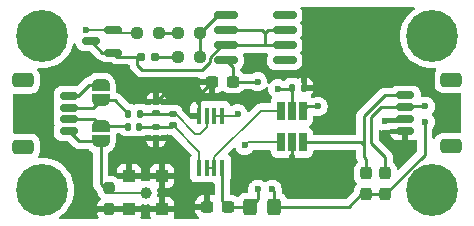
<source format=gbr>
%TF.GenerationSoftware,KiCad,Pcbnew,(6.0.4-0)*%
%TF.CreationDate,2022-08-26T15:35:11-06:00*%
%TF.ProjectId,lm334-source-v2,6c6d3333-342d-4736-9f75-7263652d7632,rev?*%
%TF.SameCoordinates,Original*%
%TF.FileFunction,Copper,L1,Top*%
%TF.FilePolarity,Positive*%
%FSLAX46Y46*%
G04 Gerber Fmt 4.6, Leading zero omitted, Abs format (unit mm)*
G04 Created by KiCad (PCBNEW (6.0.4-0)) date 2022-08-26 15:35:11*
%MOMM*%
%LPD*%
G01*
G04 APERTURE LIST*
G04 Aperture macros list*
%AMRoundRect*
0 Rectangle with rounded corners*
0 $1 Rounding radius*
0 $2 $3 $4 $5 $6 $7 $8 $9 X,Y pos of 4 corners*
0 Add a 4 corners polygon primitive as box body*
4,1,4,$2,$3,$4,$5,$6,$7,$8,$9,$2,$3,0*
0 Add four circle primitives for the rounded corners*
1,1,$1+$1,$2,$3*
1,1,$1+$1,$4,$5*
1,1,$1+$1,$6,$7*
1,1,$1+$1,$8,$9*
0 Add four rect primitives between the rounded corners*
20,1,$1+$1,$2,$3,$4,$5,0*
20,1,$1+$1,$4,$5,$6,$7,0*
20,1,$1+$1,$6,$7,$8,$9,0*
20,1,$1+$1,$8,$9,$2,$3,0*%
%AMFreePoly0*
4,1,22,0.500000,-0.750000,0.000000,-0.750000,0.000000,-0.745033,-0.079941,-0.743568,-0.215256,-0.701293,-0.333266,-0.622738,-0.424486,-0.514219,-0.481581,-0.384460,-0.499164,-0.250000,-0.500000,-0.250000,-0.500000,0.250000,-0.499164,0.250000,-0.499963,0.256109,-0.478152,0.396186,-0.417904,0.524511,-0.324060,0.630769,-0.204165,0.706417,-0.067858,0.745374,0.000000,0.744959,0.000000,0.750000,
0.500000,0.750000,0.500000,-0.750000,0.500000,-0.750000,$1*%
%AMFreePoly1*
4,1,20,0.000000,0.744959,0.073905,0.744508,0.209726,0.703889,0.328688,0.626782,0.421226,0.519385,0.479903,0.390333,0.500000,0.250000,0.500000,-0.250000,0.499851,-0.262216,0.476331,-0.402017,0.414519,-0.529596,0.319384,-0.634700,0.198574,-0.708877,0.061801,-0.746166,0.000000,-0.745033,0.000000,-0.750000,-0.500000,-0.750000,-0.500000,0.750000,0.000000,0.750000,0.000000,0.744959,
0.000000,0.744959,$1*%
G04 Aperture macros list end*
%TA.AperFunction,ComponentPad*%
%ADD10C,0.700000*%
%TD*%
%TA.AperFunction,ComponentPad*%
%ADD11C,4.400000*%
%TD*%
%TA.AperFunction,SMDPad,CuDef*%
%ADD12RoundRect,0.147500X0.147500X0.172500X-0.147500X0.172500X-0.147500X-0.172500X0.147500X-0.172500X0*%
%TD*%
%TA.AperFunction,SMDPad,CuDef*%
%ADD13RoundRect,0.250000X0.325000X0.450000X-0.325000X0.450000X-0.325000X-0.450000X0.325000X-0.450000X0*%
%TD*%
%TA.AperFunction,SMDPad,CuDef*%
%ADD14RoundRect,0.147500X-0.172500X0.147500X-0.172500X-0.147500X0.172500X-0.147500X0.172500X0.147500X0*%
%TD*%
%TA.AperFunction,SMDPad,CuDef*%
%ADD15RoundRect,0.147500X-0.147500X-0.172500X0.147500X-0.172500X0.147500X0.172500X-0.147500X0.172500X0*%
%TD*%
%TA.AperFunction,SMDPad,CuDef*%
%ADD16RoundRect,0.150000X-0.625000X0.150000X-0.625000X-0.150000X0.625000X-0.150000X0.625000X0.150000X0*%
%TD*%
%TA.AperFunction,SMDPad,CuDef*%
%ADD17RoundRect,0.250000X-0.650000X0.350000X-0.650000X-0.350000X0.650000X-0.350000X0.650000X0.350000X0*%
%TD*%
%TA.AperFunction,SMDPad,CuDef*%
%ADD18FreePoly0,270.000000*%
%TD*%
%TA.AperFunction,SMDPad,CuDef*%
%ADD19FreePoly1,270.000000*%
%TD*%
%TA.AperFunction,SMDPad,CuDef*%
%ADD20RoundRect,0.237500X0.237500X-0.287500X0.237500X0.287500X-0.237500X0.287500X-0.237500X-0.287500X0*%
%TD*%
%TA.AperFunction,SMDPad,CuDef*%
%ADD21RoundRect,0.150000X0.625000X-0.150000X0.625000X0.150000X-0.625000X0.150000X-0.625000X-0.150000X0*%
%TD*%
%TA.AperFunction,SMDPad,CuDef*%
%ADD22RoundRect,0.250000X0.650000X-0.350000X0.650000X0.350000X-0.650000X0.350000X-0.650000X-0.350000X0*%
%TD*%
%TA.AperFunction,SMDPad,CuDef*%
%ADD23R,0.450000X1.450000*%
%TD*%
%TA.AperFunction,SMDPad,CuDef*%
%ADD24RoundRect,0.237500X0.250000X0.237500X-0.250000X0.237500X-0.250000X-0.237500X0.250000X-0.237500X0*%
%TD*%
%TA.AperFunction,SMDPad,CuDef*%
%ADD25R,0.650000X1.560000*%
%TD*%
%TA.AperFunction,SMDPad,CuDef*%
%ADD26C,1.000000*%
%TD*%
%TA.AperFunction,SMDPad,CuDef*%
%ADD27R,1.000000X1.000000*%
%TD*%
%TA.AperFunction,SMDPad,CuDef*%
%ADD28RoundRect,0.237500X-0.300000X-0.237500X0.300000X-0.237500X0.300000X0.237500X-0.300000X0.237500X0*%
%TD*%
%TA.AperFunction,SMDPad,CuDef*%
%ADD29RoundRect,0.150000X-0.825000X-0.150000X0.825000X-0.150000X0.825000X0.150000X-0.825000X0.150000X0*%
%TD*%
%TA.AperFunction,SMDPad,CuDef*%
%ADD30RoundRect,0.150000X0.587500X0.150000X-0.587500X0.150000X-0.587500X-0.150000X0.587500X-0.150000X0*%
%TD*%
%TA.AperFunction,SMDPad,CuDef*%
%ADD31RoundRect,0.237500X-0.237500X0.250000X-0.237500X-0.250000X0.237500X-0.250000X0.237500X0.250000X0*%
%TD*%
%TA.AperFunction,SMDPad,CuDef*%
%ADD32RoundRect,0.160000X0.197500X0.160000X-0.197500X0.160000X-0.197500X-0.160000X0.197500X-0.160000X0*%
%TD*%
%TA.AperFunction,SMDPad,CuDef*%
%ADD33RoundRect,0.237500X0.300000X0.237500X-0.300000X0.237500X-0.300000X-0.237500X0.300000X-0.237500X0*%
%TD*%
%TA.AperFunction,ViaPad*%
%ADD34C,0.600000*%
%TD*%
%TA.AperFunction,Conductor*%
%ADD35C,0.250000*%
%TD*%
%TA.AperFunction,Conductor*%
%ADD36C,0.200000*%
%TD*%
G04 APERTURE END LIST*
D10*
%TO.P,MH1,1,Pin_1*%
%TO.N,GNDPWR*%
X101350000Y-84000000D03*
X103000000Y-82350000D03*
X104166726Y-85166726D03*
X104166726Y-82833274D03*
D11*
X103000000Y-84000000D03*
D10*
X104650000Y-84000000D03*
X101833274Y-82833274D03*
X101833274Y-85166726D03*
X103000000Y-85650000D03*
%TD*%
D11*
%TO.P,MH2,1,Pin_1*%
%TO.N,GNDPWR*%
X136000000Y-84000000D03*
D10*
X137166726Y-82833274D03*
X134350000Y-84000000D03*
X137650000Y-84000000D03*
X137166726Y-85166726D03*
X136000000Y-82350000D03*
X136000000Y-85650000D03*
X134833274Y-85166726D03*
X134833274Y-82833274D03*
%TD*%
%TO.P,MH3,1,Pin_1*%
%TO.N,GNDPWR*%
X101833274Y-98166726D03*
D11*
X103000000Y-97000000D03*
D10*
X104166726Y-98166726D03*
X101833274Y-95833274D03*
X104166726Y-95833274D03*
X103000000Y-95350000D03*
X104650000Y-97000000D03*
X101350000Y-97000000D03*
X103000000Y-98650000D03*
%TD*%
D11*
%TO.P,MH4,1,Pin_1*%
%TO.N,GNDPWR*%
X136000000Y-97000000D03*
D10*
X134833274Y-95833274D03*
X134350000Y-97000000D03*
X137650000Y-97000000D03*
X136000000Y-95350000D03*
X137166726Y-98166726D03*
X137166726Y-95833274D03*
X134833274Y-98166726D03*
X136000000Y-98650000D03*
%TD*%
D12*
%TO.P,R3,1*%
%TO.N,/Channel1/buffer/in+*%
X111250000Y-90550000D03*
%TO.P,R3,2*%
%TO.N,/Channel1/V+*%
X110280000Y-90550000D03*
%TD*%
%TO.P,R4,1*%
%TO.N,/Channel1/buffer/in-*%
X111235000Y-91650000D03*
%TO.P,R4,2*%
%TO.N,/Channel1/V-*%
X110265000Y-91650000D03*
%TD*%
D13*
%TO.P,L1,1*%
%TO.N,VD*%
X122660000Y-98450000D03*
%TO.P,L1,2*%
%TO.N,+3V3*%
X120610000Y-98450000D03*
%TD*%
D14*
%TO.P,C1,1*%
%TO.N,GND*%
X112650000Y-89565000D03*
%TO.P,C1,2*%
%TO.N,/Channel1/buffer/in+*%
X112650000Y-90535000D03*
%TD*%
%TO.P,C2,1*%
%TO.N,/Channel1/buffer/in-*%
X112650000Y-91650000D03*
%TO.P,C2,2*%
%TO.N,GND*%
X112650000Y-92620000D03*
%TD*%
%TO.P,C3,1*%
%TO.N,/Channel1/buffer/in+*%
X114050000Y-90590000D03*
%TO.P,C3,2*%
%TO.N,/Channel1/buffer/in-*%
X114050000Y-91560000D03*
%TD*%
D15*
%TO.P,C4,1*%
%TO.N,VD*%
X124165000Y-88350000D03*
%TO.P,C4,2*%
%TO.N,GND*%
X125135000Y-88350000D03*
%TD*%
D16*
%TO.P,J1,1,Pin_1*%
%TO.N,/Channel1/I+*%
X105250000Y-89050000D03*
%TO.P,J1,2,Pin_2*%
%TO.N,/Channel1/V+*%
X105250000Y-90050000D03*
%TO.P,J1,3,Pin_3*%
%TO.N,/Channel1/V-*%
X105250000Y-91050000D03*
%TO.P,J1,4,Pin_4*%
%TO.N,/Channel1/I-*%
X105250000Y-92050000D03*
D17*
%TO.P,J1,MP*%
%TO.N,N/C*%
X101375000Y-93350000D03*
X101375000Y-87750000D03*
%TD*%
D18*
%TO.P,JP1,1,1*%
%TO.N,/Channel1/I+*%
X107950000Y-88100000D03*
D19*
%TO.P,JP1,2,2*%
%TO.N,/Channel1/V+*%
X107950000Y-89400000D03*
%TD*%
D18*
%TO.P,JP2,1,1*%
%TO.N,/Channel1/V-*%
X107950000Y-91600000D03*
D19*
%TO.P,JP2,2,2*%
%TO.N,/Channel1/I-*%
X107950000Y-92900000D03*
%TD*%
D20*
%TO.P,R1,1*%
%TO.N,VD*%
X132050000Y-97375000D03*
%TO.P,R1,2*%
%TO.N,/sda-tx*%
X132050000Y-95625000D03*
%TD*%
%TO.P,R2,1*%
%TO.N,VD*%
X130400000Y-97375000D03*
%TO.P,R2,2*%
%TO.N,/scl-rx*%
X130400000Y-95625000D03*
%TD*%
D21*
%TO.P,J2,1,gnd*%
%TO.N,GND*%
X133750000Y-92000000D03*
%TO.P,J2,2,VCC*%
%TO.N,VD*%
X133750000Y-91000000D03*
%TO.P,J2,3,SDA*%
%TO.N,/sda-tx*%
X133750000Y-90000000D03*
%TO.P,J2,4,SCL*%
%TO.N,/scl-rx*%
X133750000Y-89000000D03*
D22*
%TO.P,J2,MP*%
%TO.N,N/C*%
X137625000Y-87700000D03*
X137625000Y-93300000D03*
%TD*%
D23*
%TO.P,U3,1*%
%TO.N,/Channel1/buffer/out+*%
X118225000Y-90750000D03*
%TO.P,U3,2,-*%
X117575000Y-90750000D03*
%TO.P,U3,3,+*%
%TO.N,/Channel1/buffer/in+*%
X116925000Y-90750000D03*
%TO.P,U3,4,V-*%
%TO.N,GND*%
X116275000Y-90750000D03*
%TO.P,U3,5,+*%
%TO.N,/Channel1/buffer/in-*%
X116275000Y-95150000D03*
%TO.P,U3,6,-*%
%TO.N,/Channel1/buffer/out-*%
X116925000Y-95150000D03*
%TO.P,U3,7*%
X117575000Y-95150000D03*
%TO.P,U3,8,V+*%
%TO.N,+3V3*%
X118225000Y-95150000D03*
%TD*%
D24*
%TO.P,R9,1*%
%TO.N,Net-(R8-Pad2)*%
X112862500Y-83750000D03*
%TO.P,R9,2*%
%TO.N,/Channel1/I+*%
X111037500Y-83750000D03*
%TD*%
D25*
%TO.P,U1,1,Vin+*%
%TO.N,/Channel1/buffer/out+*%
X123200000Y-93000000D03*
%TO.P,U1,2,Vss*%
%TO.N,GND*%
X124150000Y-93000000D03*
%TO.P,U1,3,SCL*%
%TO.N,/scl-rx*%
X125100000Y-93000000D03*
%TO.P,U1,4,SDA*%
%TO.N,/sda-tx*%
X125100000Y-90300000D03*
%TO.P,U1,5,Vdd*%
%TO.N,VD*%
X124150000Y-90300000D03*
%TO.P,U1,6,Vin-*%
%TO.N,/Channel1/buffer/out-*%
X123200000Y-90300000D03*
%TD*%
D26*
%TO.P,J3,1,In*%
%TO.N,/Channel1/I-*%
X111750000Y-97250000D03*
D27*
%TO.P,J3,2,Ext*%
%TO.N,GND*%
X113150000Y-98650000D03*
X110350000Y-95850000D03*
X110350000Y-98650000D03*
X113150000Y-95850000D03*
%TD*%
D28*
%TO.P,C5,1*%
%TO.N,GND*%
X116987500Y-98450000D03*
%TO.P,C5,2*%
%TO.N,+3V3*%
X118712500Y-98450000D03*
%TD*%
D29*
%TO.P,U2,1*%
%TO.N,Net-(R6-Pad1)*%
X118575000Y-82245000D03*
%TO.P,U2,2*%
%TO.N,Net-(Q1-Pad1)*%
X118575000Y-83515000D03*
%TO.P,U2,3*%
X118575000Y-84785000D03*
%TO.P,U2,4*%
%TO.N,+3V3*%
X118575000Y-86055000D03*
%TO.P,U2,5*%
%TO.N,N/C*%
X123525000Y-86055000D03*
%TO.P,U2,6*%
%TO.N,Net-(Q1-Pad1)*%
X123525000Y-84785000D03*
%TO.P,U2,7*%
X123525000Y-83515000D03*
%TO.P,U2,8*%
%TO.N,N/C*%
X123525000Y-82245000D03*
%TD*%
D24*
%TO.P,R6,1*%
%TO.N,Net-(R6-Pad1)*%
X116362500Y-85750000D03*
%TO.P,R6,2*%
%TO.N,Net-(R6-Pad2)*%
X114537500Y-85750000D03*
%TD*%
D30*
%TO.P,Q1,1,B*%
%TO.N,Net-(Q1-Pad1)*%
X108987500Y-85400000D03*
%TO.P,Q1,2,E*%
%TO.N,/Channel1/I+*%
X108987500Y-83500000D03*
%TO.P,Q1,3,C*%
%TO.N,Net-(Q1-Pad1)*%
X107112500Y-84450000D03*
%TD*%
D24*
%TO.P,R8,1*%
%TO.N,Net-(R6-Pad1)*%
X116362500Y-83750000D03*
%TO.P,R8,2*%
%TO.N,Net-(R8-Pad2)*%
X114537500Y-83750000D03*
%TD*%
D31*
%TO.P,R5,1*%
%TO.N,/Channel1/I-*%
X108650000Y-96850000D03*
%TO.P,R5,2*%
%TO.N,GND*%
X108650000Y-98675000D03*
%TD*%
D32*
%TO.P,R7,1*%
%TO.N,Net-(R6-Pad2)*%
X112547500Y-85750000D03*
%TO.P,R7,2*%
%TO.N,Net-(Q1-Pad1)*%
X111352500Y-85750000D03*
%TD*%
D33*
%TO.P,C6,1*%
%TO.N,+3V3*%
X119112500Y-87850000D03*
%TO.P,C6,2*%
%TO.N,GND*%
X117387500Y-87850000D03*
%TD*%
D34*
%TO.N,GND*%
X132050000Y-92200000D03*
X112650000Y-88750000D03*
X127550000Y-91850000D03*
X127450000Y-94350000D03*
X124150000Y-94650000D03*
X116150000Y-89150000D03*
X112650000Y-93650000D03*
%TO.N,+3V3*%
X121250000Y-87850000D03*
X121250000Y-96950000D03*
%TO.N,VD*%
X132000000Y-91200000D03*
X135450000Y-91250000D03*
X122465000Y-96965000D03*
X122950000Y-88450000D03*
%TO.N,/Channel1/I+*%
X107950000Y-88100000D03*
X106750000Y-83450000D03*
%TO.N,/Channel1/buffer/out+*%
X120150000Y-93250000D03*
X119550000Y-90550000D03*
%TO.N,/sda-tx*%
X135450000Y-89950000D03*
X126350000Y-89950000D03*
%TD*%
D35*
%TO.N,GND*%
X133750000Y-92000000D02*
X132250000Y-92000000D01*
X112650000Y-89565000D02*
X114365000Y-87850000D01*
X124150000Y-94650000D02*
X127150000Y-94650000D01*
X112650000Y-92620000D02*
X112650000Y-93650000D01*
X127150000Y-94650000D02*
X127450000Y-94350000D01*
X132250000Y-92000000D02*
X132050000Y-92200000D01*
X124150000Y-93000000D02*
X124150000Y-94650000D01*
X116275000Y-90750000D02*
X116275000Y-88962500D01*
X116275000Y-88962500D02*
X117387500Y-87850000D01*
X114365000Y-87850000D02*
X117387500Y-87850000D01*
X116275000Y-89275000D02*
X116150000Y-89150000D01*
X112650000Y-89565000D02*
X112650000Y-88750000D01*
X110350000Y-98650000D02*
X109050000Y-98650000D01*
X132100000Y-92250000D02*
X132050000Y-92200000D01*
X116275000Y-90750000D02*
X116275000Y-89275000D01*
%TO.N,/Channel1/V+*%
X107300000Y-90050000D02*
X107950000Y-89400000D01*
X107950000Y-89400000D02*
X109130000Y-89400000D01*
X109130000Y-89400000D02*
X110280000Y-90550000D01*
X105250000Y-90050000D02*
X107300000Y-90050000D01*
D36*
%TO.N,/Channel1/buffer/in+*%
X116925000Y-91675000D02*
X116925000Y-90750000D01*
X115950000Y-92250000D02*
X116350000Y-92250000D01*
X116350000Y-92250000D02*
X116925000Y-91675000D01*
X114290000Y-90590000D02*
X115950000Y-92250000D01*
X114050000Y-90590000D02*
X114290000Y-90590000D01*
D35*
X111250000Y-90550000D02*
X114010000Y-90550000D01*
D36*
%TO.N,/Channel1/buffer/in-*%
X114050000Y-91560000D02*
X116275000Y-93785000D01*
D35*
X111235000Y-91650000D02*
X113960000Y-91650000D01*
D36*
X116275000Y-93785000D02*
X116275000Y-95150000D01*
D35*
%TO.N,/Channel1/V-*%
X107400000Y-91050000D02*
X107950000Y-91600000D01*
X105250000Y-91050000D02*
X107400000Y-91050000D01*
X107950000Y-91600000D02*
X110215000Y-91600000D01*
%TO.N,+3V3*%
X119112500Y-87850000D02*
X121250000Y-87850000D01*
X118225000Y-97962500D02*
X118712500Y-98450000D01*
X119112500Y-86592500D02*
X118575000Y-86055000D01*
X120610000Y-98450000D02*
X118712500Y-98450000D01*
X118225000Y-95150000D02*
X118225000Y-97962500D01*
X121250000Y-97810000D02*
X120610000Y-98450000D01*
X119112500Y-87850000D02*
X119112500Y-86592500D01*
X121250000Y-96950000D02*
X121250000Y-97810000D01*
%TO.N,VD*%
X122660000Y-97160000D02*
X122465000Y-96965000D01*
X132050000Y-97375000D02*
X130400000Y-97375000D01*
X130400000Y-97375000D02*
X130025000Y-97375000D01*
X130025000Y-97375000D02*
X128950000Y-98450000D01*
X133750000Y-91000000D02*
X132200000Y-91000000D01*
X122660000Y-98450000D02*
X122660000Y-97160000D01*
X135400000Y-94025000D02*
X135400000Y-91300000D01*
X132200000Y-91000000D02*
X132000000Y-91200000D01*
X132000000Y-91200000D02*
X133700000Y-91200000D01*
X122950000Y-88450000D02*
X124065000Y-88450000D01*
X135400000Y-91300000D02*
X135450000Y-91250000D01*
X124150000Y-90300000D02*
X124150000Y-88365000D01*
X132050000Y-97375000D02*
X135400000Y-94025000D01*
X122660000Y-98450000D02*
X128950000Y-98450000D01*
D36*
%TO.N,/Channel1/I+*%
X108987500Y-83500000D02*
X106800000Y-83500000D01*
X111037500Y-83750000D02*
X109237500Y-83750000D01*
X106800000Y-83500000D02*
X106750000Y-83450000D01*
D35*
X107202408Y-88100000D02*
X107950000Y-88100000D01*
X106975000Y-88100000D02*
X107202408Y-88100000D01*
X106025000Y-89050000D02*
X106975000Y-88100000D01*
X105250000Y-89050000D02*
X106025000Y-89050000D01*
D36*
X109237500Y-83750000D02*
X108987500Y-83500000D01*
%TO.N,/Channel1/I-*%
X111750000Y-97250000D02*
X108670000Y-97250000D01*
D35*
X107950000Y-92900000D02*
X107950000Y-96530000D01*
X105250000Y-92050000D02*
X106100000Y-92900000D01*
X107950000Y-96530000D02*
X108650000Y-97230000D01*
X106100000Y-92900000D02*
X107950000Y-92900000D01*
%TO.N,Net-(Q1-Pad1)*%
X121850000Y-84750000D02*
X121885000Y-84785000D01*
X109337500Y-85750000D02*
X108987500Y-85400000D01*
X122085000Y-83515000D02*
X121850000Y-83750000D01*
X121815000Y-84785000D02*
X121850000Y-84750000D01*
X111037500Y-85750000D02*
X109337500Y-85750000D01*
X121850000Y-83750000D02*
X121850000Y-84750000D01*
X118575000Y-83515000D02*
X121615000Y-83515000D01*
X121615000Y-83515000D02*
X121850000Y-83750000D01*
X117174520Y-85809408D02*
X117174520Y-86225480D01*
X111450000Y-86850000D02*
X111037500Y-86437500D01*
X116550000Y-86850000D02*
X111450000Y-86850000D01*
X108062500Y-85400000D02*
X107112500Y-84450000D01*
X123525000Y-83515000D02*
X122085000Y-83515000D01*
X118575000Y-84785000D02*
X121815000Y-84785000D01*
X121885000Y-84785000D02*
X123525000Y-84785000D01*
X117174520Y-86225480D02*
X116550000Y-86850000D01*
X108987500Y-85400000D02*
X108062500Y-85400000D01*
X111037500Y-86437500D02*
X111037500Y-85750000D01*
X118198928Y-84785000D02*
X117174520Y-85809408D01*
D36*
%TO.N,/Channel1/buffer/out-*%
X117575000Y-94225000D02*
X117575000Y-95150000D01*
X116925000Y-95150000D02*
X117575000Y-95150000D01*
X121500000Y-90300000D02*
X117575000Y-94225000D01*
X123200000Y-90300000D02*
X121500000Y-90300000D01*
%TO.N,/Channel1/buffer/out+*%
X120150000Y-93250000D02*
X120400000Y-93000000D01*
X118225000Y-90750000D02*
X119350000Y-90750000D01*
X120400000Y-93000000D02*
X123200000Y-93000000D01*
X117575000Y-90750000D02*
X118225000Y-90750000D01*
X119350000Y-90750000D02*
X119550000Y-90550000D01*
D35*
%TO.N,Net-(R6-Pad1)*%
X117867500Y-82245000D02*
X116362500Y-83750000D01*
X116362500Y-85750000D02*
X116362500Y-83750000D01*
%TO.N,/scl-rx*%
X130225010Y-90774990D02*
X130225010Y-93225010D01*
X133750000Y-89000000D02*
X132000000Y-89000000D01*
X130400000Y-94399980D02*
X130400000Y-95625000D01*
X130225010Y-93225010D02*
X130225010Y-94224990D01*
X130225010Y-94224990D02*
X130400000Y-94399980D01*
X130000000Y-93000000D02*
X130225010Y-93225010D01*
X132000000Y-89000000D02*
X130225010Y-90774990D01*
X125100000Y-93000000D02*
X130000000Y-93000000D01*
%TO.N,/sda-tx*%
X133750000Y-90000000D02*
X131725020Y-90000000D01*
X130850010Y-90875010D02*
X131725020Y-90000000D01*
X133800000Y-89950000D02*
X135450000Y-89950000D01*
X126350000Y-89950000D02*
X125450000Y-89950000D01*
X132050000Y-94249990D02*
X132050000Y-95625000D01*
X125450000Y-89950000D02*
X125100000Y-90300000D01*
X130850010Y-90875010D02*
X130850010Y-93050000D01*
X130850010Y-93050000D02*
X132050000Y-94249990D01*
%TO.N,Net-(R6-Pad2)*%
X114537500Y-85750000D02*
X112862500Y-85750000D01*
%TO.N,Net-(R8-Pad2)*%
X114537500Y-83750000D02*
X112862500Y-83750000D01*
%TD*%
%TA.AperFunction,Conductor*%
%TO.N,GND*%
G36*
X105787985Y-84603991D02*
G01*
X105845353Y-84645816D01*
X105869076Y-84699231D01*
X105869438Y-84703831D01*
X105871232Y-84710007D01*
X105871233Y-84710011D01*
X105909926Y-84843193D01*
X105915855Y-84863601D01*
X105924035Y-84877432D01*
X105996509Y-84999980D01*
X105996511Y-84999983D01*
X106000547Y-85006807D01*
X106118193Y-85124453D01*
X106125017Y-85128489D01*
X106125020Y-85128491D01*
X106187518Y-85165452D01*
X106261399Y-85209145D01*
X106269010Y-85211356D01*
X106269012Y-85211357D01*
X106321231Y-85226528D01*
X106421169Y-85255562D01*
X106427574Y-85256066D01*
X106427579Y-85256067D01*
X106456042Y-85258307D01*
X106456050Y-85258307D01*
X106458498Y-85258500D01*
X106972905Y-85258500D01*
X107041026Y-85278502D01*
X107062001Y-85295405D01*
X107329027Y-85562432D01*
X107558853Y-85792258D01*
X107566387Y-85800537D01*
X107570500Y-85807018D01*
X107620151Y-85853643D01*
X107622993Y-85856398D01*
X107642730Y-85876135D01*
X107645927Y-85878615D01*
X107654947Y-85886318D01*
X107687179Y-85916586D01*
X107694125Y-85920405D01*
X107694128Y-85920407D01*
X107704934Y-85926348D01*
X107721453Y-85937199D01*
X107737459Y-85949614D01*
X107744728Y-85952759D01*
X107744732Y-85952762D01*
X107778037Y-85967174D01*
X107788687Y-85972391D01*
X107827440Y-85993695D01*
X107835115Y-85995666D01*
X107835116Y-85995666D01*
X107847062Y-85998733D01*
X107865767Y-86005137D01*
X107884355Y-86013181D01*
X107892184Y-86014421D01*
X107892187Y-86014422D01*
X107900442Y-86015730D01*
X107969823Y-86051083D01*
X107993193Y-86074453D01*
X108000017Y-86078489D01*
X108000020Y-86078491D01*
X108107589Y-86142107D01*
X108136399Y-86159145D01*
X108144010Y-86161356D01*
X108144012Y-86161357D01*
X108196231Y-86176528D01*
X108296169Y-86205562D01*
X108302574Y-86206066D01*
X108302579Y-86206067D01*
X108331042Y-86208307D01*
X108331050Y-86208307D01*
X108333498Y-86208500D01*
X108850437Y-86208500D01*
X108918558Y-86228502D01*
X108936688Y-86242648D01*
X108962179Y-86266586D01*
X108969125Y-86270405D01*
X108969128Y-86270407D01*
X108979934Y-86276348D01*
X108996453Y-86287199D01*
X109012459Y-86299614D01*
X109019728Y-86302759D01*
X109019732Y-86302762D01*
X109053037Y-86317174D01*
X109063687Y-86322391D01*
X109102440Y-86343695D01*
X109110115Y-86345666D01*
X109110116Y-86345666D01*
X109122062Y-86348733D01*
X109140767Y-86355137D01*
X109159355Y-86363181D01*
X109167178Y-86364420D01*
X109167188Y-86364423D01*
X109203024Y-86370099D01*
X109214644Y-86372505D01*
X109249789Y-86381528D01*
X109257470Y-86383500D01*
X109277724Y-86383500D01*
X109297434Y-86385051D01*
X109317443Y-86388220D01*
X109325335Y-86387474D01*
X109336763Y-86386394D01*
X109361462Y-86384059D01*
X109373319Y-86383500D01*
X110279888Y-86383500D01*
X110348009Y-86403502D01*
X110394502Y-86457158D01*
X110405826Y-86505541D01*
X110406827Y-86537389D01*
X110411681Y-86554097D01*
X110412478Y-86556839D01*
X110416487Y-86576200D01*
X110419026Y-86596297D01*
X110421945Y-86603668D01*
X110421945Y-86603670D01*
X110435304Y-86637412D01*
X110439149Y-86648642D01*
X110446110Y-86672603D01*
X110451482Y-86691093D01*
X110455515Y-86697912D01*
X110455517Y-86697917D01*
X110461793Y-86708528D01*
X110470488Y-86726276D01*
X110477948Y-86745117D01*
X110482610Y-86751533D01*
X110482610Y-86751534D01*
X110503936Y-86780887D01*
X110510452Y-86790807D01*
X110532958Y-86828862D01*
X110538564Y-86834469D01*
X110547280Y-86843185D01*
X110560120Y-86858218D01*
X110572028Y-86874607D01*
X110578135Y-86879659D01*
X110606093Y-86902788D01*
X110614874Y-86910778D01*
X110946353Y-87242258D01*
X110953887Y-87250537D01*
X110958000Y-87257018D01*
X110998532Y-87295080D01*
X111007652Y-87303644D01*
X111010494Y-87306399D01*
X111030230Y-87326135D01*
X111033427Y-87328615D01*
X111042447Y-87336318D01*
X111074679Y-87366586D01*
X111081625Y-87370405D01*
X111081628Y-87370407D01*
X111092434Y-87376348D01*
X111108953Y-87387199D01*
X111124959Y-87399614D01*
X111132228Y-87402759D01*
X111132232Y-87402762D01*
X111165537Y-87417174D01*
X111176187Y-87422391D01*
X111214940Y-87443695D01*
X111222615Y-87445666D01*
X111222616Y-87445666D01*
X111234562Y-87448733D01*
X111253267Y-87455137D01*
X111271855Y-87463181D01*
X111279678Y-87464420D01*
X111279688Y-87464423D01*
X111315524Y-87470099D01*
X111327144Y-87472505D01*
X111358959Y-87480673D01*
X111369970Y-87483500D01*
X111390224Y-87483500D01*
X111409934Y-87485051D01*
X111429943Y-87488220D01*
X111437835Y-87487474D01*
X111463467Y-87485051D01*
X111473962Y-87484059D01*
X111485819Y-87483500D01*
X116219964Y-87483500D01*
X116288085Y-87503502D01*
X116334578Y-87557158D01*
X116340860Y-87574002D01*
X116346475Y-87593124D01*
X116347865Y-87594329D01*
X116355548Y-87596000D01*
X117515500Y-87596000D01*
X117583621Y-87616002D01*
X117630114Y-87669658D01*
X117641500Y-87722000D01*
X117641500Y-88814885D01*
X117645975Y-88830124D01*
X117647365Y-88831329D01*
X117655048Y-88833000D01*
X117733766Y-88833000D01*
X117740282Y-88832663D01*
X117834132Y-88822925D01*
X117847528Y-88820032D01*
X117998953Y-88769512D01*
X118012115Y-88763347D01*
X118147492Y-88679574D01*
X118158894Y-88670536D01*
X118160567Y-88668861D01*
X118161993Y-88668081D01*
X118164627Y-88665993D01*
X118164984Y-88666444D01*
X118222849Y-88634781D01*
X118293669Y-88639784D01*
X118338754Y-88668701D01*
X118341421Y-88671363D01*
X118346997Y-88676929D01*
X118353227Y-88680769D01*
X118353228Y-88680770D01*
X118469724Y-88752579D01*
X118495080Y-88768209D01*
X118660191Y-88822974D01*
X118667027Y-88823674D01*
X118667030Y-88823675D01*
X118714370Y-88828525D01*
X118762928Y-88833500D01*
X119462072Y-88833500D01*
X119465318Y-88833163D01*
X119465322Y-88833163D01*
X119559235Y-88823419D01*
X119559239Y-88823418D01*
X119566093Y-88822707D01*
X119572629Y-88820526D01*
X119572631Y-88820526D01*
X119705395Y-88776232D01*
X119731107Y-88767654D01*
X119879031Y-88676116D01*
X119905795Y-88649305D01*
X119996758Y-88558184D01*
X119996762Y-88558179D01*
X120001929Y-88553003D01*
X120007857Y-88543386D01*
X120009886Y-88541559D01*
X120010307Y-88541027D01*
X120010398Y-88541099D01*
X120060628Y-88495892D01*
X120115118Y-88483500D01*
X120703903Y-88483500D01*
X120772896Y-88504068D01*
X120849248Y-88554031D01*
X120883159Y-88576222D01*
X120889763Y-88578678D01*
X120889765Y-88578679D01*
X121046558Y-88636990D01*
X121046560Y-88636990D01*
X121053168Y-88639448D01*
X121136995Y-88650633D01*
X121225980Y-88662507D01*
X121225984Y-88662507D01*
X121232961Y-88663438D01*
X121239972Y-88662800D01*
X121239976Y-88662800D01*
X121388251Y-88649305D01*
X121413600Y-88646998D01*
X121420302Y-88644820D01*
X121420304Y-88644820D01*
X121579409Y-88593124D01*
X121579412Y-88593123D01*
X121586108Y-88590947D01*
X121697829Y-88524348D01*
X121735860Y-88501677D01*
X121735862Y-88501676D01*
X121741912Y-88498069D01*
X121873266Y-88372982D01*
X121911217Y-88315861D01*
X121965574Y-88270192D01*
X122035994Y-88261160D01*
X122100118Y-88291634D01*
X122137587Y-88351938D01*
X122141170Y-88401382D01*
X122136463Y-88438640D01*
X122154163Y-88619160D01*
X122211418Y-88791273D01*
X122215065Y-88797295D01*
X122215066Y-88797297D01*
X122297290Y-88933065D01*
X122305380Y-88946424D01*
X122310269Y-88951487D01*
X122310270Y-88951488D01*
X122431382Y-89076902D01*
X122430324Y-89077924D01*
X122465598Y-89130156D01*
X122467215Y-89201134D01*
X122446368Y-89243963D01*
X122434494Y-89259807D01*
X122424385Y-89273295D01*
X122373255Y-89409684D01*
X122366500Y-89471866D01*
X122366500Y-89565500D01*
X122346498Y-89633621D01*
X122292842Y-89680114D01*
X122240500Y-89691500D01*
X121548136Y-89691500D01*
X121531690Y-89690422D01*
X121508188Y-89687328D01*
X121500000Y-89686250D01*
X121491812Y-89687328D01*
X121460129Y-89691499D01*
X121460120Y-89691500D01*
X121460115Y-89691500D01*
X121341150Y-89707162D01*
X121333521Y-89710322D01*
X121275327Y-89734427D01*
X121220717Y-89757047D01*
X121193124Y-89768476D01*
X121186573Y-89773503D01*
X121186571Y-89773504D01*
X121130718Y-89816362D01*
X121097928Y-89841523D01*
X121097925Y-89841526D01*
X121066013Y-89866013D01*
X121060983Y-89872568D01*
X121046548Y-89891379D01*
X121035681Y-89903770D01*
X120543880Y-90395571D01*
X120481568Y-90429597D01*
X120410753Y-90424532D01*
X120353917Y-90381985D01*
X120335794Y-90347913D01*
X120331466Y-90335483D01*
X120306584Y-90264033D01*
X120286064Y-90205106D01*
X120286062Y-90205103D01*
X120283745Y-90198448D01*
X120267892Y-90173077D01*
X120191359Y-90050598D01*
X120187626Y-90044624D01*
X120182664Y-90039627D01*
X120064778Y-89920915D01*
X120064774Y-89920912D01*
X120059815Y-89915918D01*
X120048697Y-89908862D01*
X119954112Y-89848837D01*
X119906666Y-89818727D01*
X119838606Y-89794492D01*
X119742425Y-89760243D01*
X119742420Y-89760242D01*
X119735790Y-89757881D01*
X119728802Y-89757048D01*
X119728799Y-89757047D01*
X119599934Y-89741681D01*
X119555680Y-89736404D01*
X119548677Y-89737140D01*
X119548676Y-89737140D01*
X119382288Y-89754628D01*
X119382286Y-89754629D01*
X119375288Y-89755364D01*
X119203579Y-89813818D01*
X119098515Y-89878454D01*
X119030015Y-89897112D01*
X118962301Y-89875773D01*
X118914512Y-89815365D01*
X118903768Y-89786705D01*
X118903767Y-89786704D01*
X118900615Y-89778295D01*
X118813261Y-89661739D01*
X118696705Y-89574385D01*
X118560316Y-89523255D01*
X118498134Y-89516500D01*
X117951866Y-89516500D01*
X117948471Y-89516869D01*
X117948467Y-89516869D01*
X117922469Y-89519693D01*
X117913606Y-89520656D01*
X117886394Y-89520656D01*
X117877531Y-89519693D01*
X117851533Y-89516869D01*
X117851529Y-89516869D01*
X117848134Y-89516500D01*
X117301866Y-89516500D01*
X117298471Y-89516869D01*
X117298467Y-89516869D01*
X117272469Y-89519693D01*
X117263606Y-89520656D01*
X117236394Y-89520656D01*
X117227531Y-89519693D01*
X117201533Y-89516869D01*
X117201529Y-89516869D01*
X117198134Y-89516500D01*
X116651866Y-89516500D01*
X116611280Y-89520909D01*
X116584067Y-89520909D01*
X116551483Y-89517369D01*
X116544672Y-89517000D01*
X116518115Y-89517000D01*
X116502876Y-89521475D01*
X116480611Y-89547170D01*
X116480082Y-89546712D01*
X116473318Y-89559100D01*
X116453161Y-89574207D01*
X116453295Y-89574385D01*
X116336739Y-89661739D01*
X116282263Y-89734427D01*
X116276826Y-89741681D01*
X116219967Y-89784196D01*
X116149149Y-89789222D01*
X116086855Y-89755162D01*
X116052865Y-89692831D01*
X116050000Y-89666116D01*
X116050000Y-89535116D01*
X116045525Y-89519877D01*
X116044135Y-89518672D01*
X116036452Y-89517001D01*
X116005331Y-89517001D01*
X115998510Y-89517371D01*
X115947648Y-89522895D01*
X115932396Y-89526521D01*
X115811946Y-89571676D01*
X115796351Y-89580214D01*
X115694276Y-89656715D01*
X115681715Y-89669276D01*
X115605214Y-89771351D01*
X115596676Y-89786946D01*
X115551522Y-89907394D01*
X115547895Y-89922649D01*
X115542369Y-89973514D01*
X115542000Y-89980328D01*
X115542000Y-90506885D01*
X115546475Y-90522124D01*
X115547865Y-90523329D01*
X115555548Y-90525000D01*
X116050000Y-90525000D01*
X116050000Y-90525552D01*
X116101000Y-90525553D01*
X116160725Y-90563938D01*
X116190218Y-90628519D01*
X116191500Y-90646449D01*
X116191500Y-90849000D01*
X116171498Y-90917121D01*
X116117842Y-90963614D01*
X116065500Y-90975000D01*
X115587739Y-90975000D01*
X115519618Y-90954998D01*
X115498644Y-90938095D01*
X114888606Y-90328057D01*
X114856704Y-90274115D01*
X114831544Y-90187513D01*
X114831543Y-90187511D01*
X114829332Y-90179900D01*
X114744962Y-90037237D01*
X114627763Y-89920038D01*
X114620797Y-89915918D01*
X114491923Y-89839703D01*
X114485100Y-89835668D01*
X114477489Y-89833457D01*
X114477487Y-89833456D01*
X114413833Y-89814963D01*
X114325937Y-89789427D01*
X114319532Y-89788923D01*
X114319527Y-89788922D01*
X114291203Y-89786693D01*
X114291195Y-89786693D01*
X114288747Y-89786500D01*
X114050145Y-89786500D01*
X113811254Y-89786501D01*
X113774063Y-89789427D01*
X113699209Y-89811174D01*
X113622516Y-89833455D01*
X113622514Y-89833456D01*
X113614900Y-89835668D01*
X113608074Y-89839705D01*
X113607066Y-89840141D01*
X113536604Y-89848837D01*
X113506236Y-89834227D01*
X113504389Y-89838303D01*
X113461799Y-89819000D01*
X113184386Y-89819000D01*
X113120247Y-89801453D01*
X113091929Y-89784706D01*
X113091925Y-89784704D01*
X113085100Y-89780668D01*
X113077489Y-89778457D01*
X113077487Y-89778456D01*
X113006666Y-89757881D01*
X112925937Y-89734427D01*
X112919532Y-89733923D01*
X112919527Y-89733922D01*
X112891203Y-89731693D01*
X112891195Y-89731693D01*
X112888747Y-89731500D01*
X112650145Y-89731500D01*
X112411254Y-89731501D01*
X112374063Y-89734427D01*
X112294187Y-89757633D01*
X112222513Y-89778456D01*
X112222511Y-89778457D01*
X112214900Y-89780668D01*
X112208075Y-89784704D01*
X112208071Y-89784706D01*
X112179753Y-89801453D01*
X112115614Y-89819000D01*
X111843954Y-89819000D01*
X111828229Y-89823617D01*
X111757232Y-89823616D01*
X111728594Y-89811174D01*
X111666927Y-89774705D01*
X111666924Y-89774704D01*
X111660100Y-89770668D01*
X111652489Y-89768457D01*
X111652487Y-89768456D01*
X111601804Y-89753732D01*
X111500937Y-89724427D01*
X111494532Y-89723923D01*
X111494527Y-89723922D01*
X111466203Y-89721693D01*
X111466195Y-89721693D01*
X111463747Y-89721500D01*
X111250130Y-89721500D01*
X111036254Y-89721501D01*
X110999063Y-89724427D01*
X110900983Y-89752922D01*
X110847513Y-89768456D01*
X110847511Y-89768457D01*
X110839900Y-89770668D01*
X110829140Y-89777032D01*
X110760326Y-89794492D01*
X110700861Y-89777032D01*
X110690100Y-89770668D01*
X110682489Y-89768457D01*
X110682487Y-89768456D01*
X110631804Y-89753732D01*
X110530937Y-89724427D01*
X110524532Y-89723923D01*
X110524527Y-89723922D01*
X110496203Y-89721693D01*
X110496195Y-89721693D01*
X110493747Y-89721500D01*
X110399595Y-89721500D01*
X110331474Y-89701498D01*
X110310500Y-89684595D01*
X109919510Y-89293605D01*
X111830891Y-89293605D01*
X111830931Y-89307705D01*
X111838201Y-89311000D01*
X112377885Y-89311000D01*
X112393124Y-89306525D01*
X112394329Y-89305135D01*
X112396000Y-89297452D01*
X112396000Y-89292885D01*
X112904000Y-89292885D01*
X112908475Y-89308124D01*
X112909865Y-89309329D01*
X112917548Y-89311000D01*
X113456048Y-89311000D01*
X113469579Y-89307027D01*
X113470714Y-89299129D01*
X113431082Y-89162713D01*
X113424834Y-89148276D01*
X113348601Y-89019373D01*
X113338952Y-89006935D01*
X113233065Y-88901048D01*
X113220627Y-88891399D01*
X113091724Y-88815166D01*
X113077287Y-88808918D01*
X112932043Y-88766721D01*
X112921365Y-88764771D01*
X112906969Y-88767795D01*
X112904000Y-88779258D01*
X112904000Y-89292885D01*
X112396000Y-89292885D01*
X112396000Y-88781319D01*
X112391656Y-88766524D01*
X112380160Y-88764492D01*
X112367957Y-88766721D01*
X112222713Y-88808918D01*
X112208276Y-88815166D01*
X112079373Y-88891399D01*
X112066935Y-88901048D01*
X111961048Y-89006935D01*
X111951399Y-89019373D01*
X111875166Y-89148276D01*
X111868918Y-89162713D01*
X111830891Y-89293605D01*
X109919510Y-89293605D01*
X109633652Y-89007747D01*
X109626112Y-88999461D01*
X109622000Y-88992982D01*
X109572348Y-88946356D01*
X109569507Y-88943602D01*
X109549770Y-88923865D01*
X109546573Y-88921385D01*
X109537551Y-88913680D01*
X109505321Y-88883414D01*
X109498375Y-88879595D01*
X109498372Y-88879593D01*
X109487566Y-88873652D01*
X109471047Y-88862801D01*
X109461901Y-88855707D01*
X109455041Y-88850386D01*
X109447772Y-88847241D01*
X109447768Y-88847238D01*
X109414463Y-88832826D01*
X109403813Y-88827609D01*
X109365060Y-88806305D01*
X109345437Y-88801267D01*
X109326734Y-88794863D01*
X109315422Y-88789968D01*
X109308145Y-88786819D01*
X109300318Y-88785579D01*
X109296731Y-88784537D01*
X109236897Y-88746322D01*
X109207222Y-88681824D01*
X109207171Y-88645608D01*
X109207285Y-88644820D01*
X109213729Y-88600000D01*
X109213729Y-88133766D01*
X116342000Y-88133766D01*
X116342337Y-88140282D01*
X116352075Y-88234132D01*
X116354968Y-88247528D01*
X116405488Y-88398953D01*
X116411653Y-88412115D01*
X116495426Y-88547492D01*
X116504460Y-88558890D01*
X116617129Y-88671363D01*
X116628540Y-88680375D01*
X116764063Y-88763912D01*
X116777241Y-88770056D01*
X116928766Y-88820315D01*
X116942132Y-88823181D01*
X117034770Y-88832672D01*
X117041185Y-88833000D01*
X117115385Y-88833000D01*
X117130624Y-88828525D01*
X117131829Y-88827135D01*
X117133500Y-88819452D01*
X117133500Y-88122115D01*
X117129025Y-88106876D01*
X117127635Y-88105671D01*
X117119952Y-88104000D01*
X116360115Y-88104000D01*
X116344876Y-88108475D01*
X116343671Y-88109865D01*
X116342000Y-88117548D01*
X116342000Y-88133766D01*
X109213729Y-88133766D01*
X109213729Y-88109865D01*
X109213731Y-88109222D01*
X109214160Y-88039069D01*
X109214160Y-88039063D01*
X109214187Y-88034583D01*
X109199977Y-87930843D01*
X109195030Y-87894724D01*
X109195029Y-87894720D01*
X109194420Y-87890273D01*
X109155063Y-87752564D01*
X109095586Y-87619602D01*
X109093200Y-87615820D01*
X109093196Y-87615813D01*
X109035535Y-87524427D01*
X109019160Y-87498474D01*
X108924754Y-87387548D01*
X108817403Y-87292740D01*
X108791204Y-87275530D01*
X108699414Y-87215236D01*
X108695666Y-87212774D01*
X108691609Y-87210869D01*
X108691605Y-87210867D01*
X108570076Y-87153809D01*
X108566021Y-87151905D01*
X108561738Y-87150596D01*
X108561734Y-87150594D01*
X108431011Y-87110628D01*
X108426723Y-87109317D01*
X108422300Y-87108628D01*
X108422294Y-87108627D01*
X108362432Y-87099307D01*
X108285205Y-87087283D01*
X108280738Y-87087228D01*
X108280733Y-87087228D01*
X108207169Y-87086329D01*
X108139562Y-87085503D01*
X108135277Y-87086063D01*
X108128240Y-87086271D01*
X107738953Y-87086271D01*
X107738953Y-87086273D01*
X107735986Y-87086682D01*
X107639562Y-87085504D01*
X107635120Y-87086085D01*
X107635117Y-87086085D01*
X107501998Y-87103492D01*
X107501996Y-87103492D01*
X107497548Y-87104074D01*
X107357252Y-87143245D01*
X107226159Y-87200928D01*
X107194049Y-87220915D01*
X107106306Y-87275530D01*
X107106302Y-87275533D01*
X107102504Y-87277897D01*
X107099076Y-87280779D01*
X107099074Y-87280780D01*
X107017202Y-87349600D01*
X106992869Y-87370054D01*
X106983911Y-87380073D01*
X106937749Y-87431701D01*
X106877433Y-87469151D01*
X106876883Y-87469270D01*
X106875111Y-87469326D01*
X106870651Y-87470622D01*
X106870641Y-87470624D01*
X106855659Y-87474977D01*
X106836296Y-87478988D01*
X106816203Y-87481526D01*
X106808836Y-87484443D01*
X106808831Y-87484444D01*
X106775092Y-87497802D01*
X106763865Y-87501646D01*
X106721407Y-87513982D01*
X106714581Y-87518019D01*
X106703972Y-87524293D01*
X106686224Y-87532988D01*
X106667383Y-87540448D01*
X106660967Y-87545110D01*
X106660966Y-87545110D01*
X106631613Y-87566436D01*
X106621693Y-87572952D01*
X106590465Y-87591420D01*
X106590462Y-87591422D01*
X106583638Y-87595458D01*
X106569317Y-87609779D01*
X106554284Y-87622619D01*
X106537893Y-87634528D01*
X106532842Y-87640633D01*
X106532837Y-87640638D01*
X106509701Y-87668604D01*
X106501713Y-87677382D01*
X105974500Y-88204595D01*
X105912188Y-88238621D01*
X105885405Y-88241500D01*
X104558498Y-88241500D01*
X104556050Y-88241693D01*
X104556042Y-88241693D01*
X104527579Y-88243933D01*
X104527574Y-88243934D01*
X104521169Y-88244438D01*
X104462823Y-88261389D01*
X104369012Y-88288643D01*
X104369010Y-88288644D01*
X104361399Y-88290855D01*
X104354572Y-88294892D01*
X104354573Y-88294892D01*
X104225020Y-88371509D01*
X104225017Y-88371511D01*
X104218193Y-88375547D01*
X104100547Y-88493193D01*
X104096511Y-88500017D01*
X104096509Y-88500020D01*
X104049462Y-88579573D01*
X104015855Y-88636399D01*
X104013644Y-88644010D01*
X104013643Y-88644012D01*
X104006470Y-88668701D01*
X103969438Y-88796169D01*
X103968934Y-88802574D01*
X103968933Y-88802579D01*
X103966693Y-88831042D01*
X103966500Y-88833498D01*
X103966500Y-89266502D01*
X103966693Y-89268950D01*
X103966693Y-89268958D01*
X103968266Y-89288935D01*
X103969438Y-89303831D01*
X104015855Y-89463601D01*
X104019890Y-89470424D01*
X104019891Y-89470426D01*
X104029020Y-89485863D01*
X104046478Y-89554679D01*
X104029020Y-89614137D01*
X104019891Y-89629574D01*
X104015855Y-89636399D01*
X104013644Y-89644010D01*
X104013643Y-89644012D01*
X104006407Y-89668919D01*
X103969438Y-89796169D01*
X103968934Y-89802574D01*
X103968933Y-89802579D01*
X103966693Y-89831042D01*
X103966500Y-89833498D01*
X103966500Y-90266502D01*
X103966693Y-90268950D01*
X103966693Y-90268958D01*
X103968749Y-90295073D01*
X103969438Y-90303831D01*
X103983553Y-90352416D01*
X104004505Y-90424532D01*
X104015855Y-90463601D01*
X104019890Y-90470424D01*
X104019891Y-90470426D01*
X104029020Y-90485863D01*
X104046478Y-90554679D01*
X104029020Y-90614137D01*
X104020515Y-90628519D01*
X104015855Y-90636399D01*
X104013644Y-90644010D01*
X104013643Y-90644012D01*
X103999375Y-90693124D01*
X103969438Y-90796169D01*
X103968934Y-90802574D01*
X103968933Y-90802579D01*
X103966693Y-90831042D01*
X103966500Y-90833498D01*
X103966500Y-91266502D01*
X103966693Y-91268950D01*
X103966693Y-91268958D01*
X103967298Y-91276639D01*
X103969438Y-91303831D01*
X104015855Y-91463601D01*
X104019890Y-91470424D01*
X104019891Y-91470426D01*
X104029020Y-91485863D01*
X104046478Y-91554679D01*
X104029020Y-91614137D01*
X104024428Y-91621902D01*
X104015855Y-91636399D01*
X103969438Y-91796169D01*
X103968934Y-91802574D01*
X103968933Y-91802579D01*
X103966693Y-91831042D01*
X103966500Y-91833498D01*
X103966500Y-92266502D01*
X103966693Y-92268950D01*
X103966693Y-92268958D01*
X103967838Y-92283500D01*
X103969438Y-92303831D01*
X103986717Y-92363307D01*
X104011549Y-92448778D01*
X104015855Y-92463601D01*
X104021874Y-92473778D01*
X104096509Y-92599980D01*
X104096511Y-92599983D01*
X104100547Y-92606807D01*
X104218193Y-92724453D01*
X104225017Y-92728489D01*
X104225020Y-92728491D01*
X104332589Y-92792107D01*
X104361399Y-92809145D01*
X104369010Y-92811356D01*
X104369012Y-92811357D01*
X104414252Y-92824500D01*
X104521169Y-92855562D01*
X104527574Y-92856066D01*
X104527579Y-92856067D01*
X104556042Y-92858307D01*
X104556050Y-92858307D01*
X104558498Y-92858500D01*
X105110406Y-92858500D01*
X105178527Y-92878502D01*
X105199501Y-92895405D01*
X105596343Y-93292247D01*
X105603887Y-93300537D01*
X105608000Y-93307018D01*
X105613777Y-93312443D01*
X105657667Y-93353658D01*
X105660509Y-93356413D01*
X105680231Y-93376135D01*
X105683355Y-93378558D01*
X105683359Y-93378562D01*
X105683424Y-93378612D01*
X105692445Y-93386317D01*
X105724679Y-93416586D01*
X105731627Y-93420405D01*
X105731629Y-93420407D01*
X105742432Y-93426346D01*
X105758959Y-93437202D01*
X105768698Y-93444757D01*
X105768700Y-93444758D01*
X105774960Y-93449614D01*
X105815540Y-93467174D01*
X105826188Y-93472391D01*
X105850494Y-93485753D01*
X105864940Y-93493695D01*
X105872616Y-93495666D01*
X105872619Y-93495667D01*
X105884562Y-93498733D01*
X105903267Y-93505137D01*
X105921855Y-93513181D01*
X105929678Y-93514420D01*
X105929688Y-93514423D01*
X105965524Y-93520099D01*
X105977144Y-93522505D01*
X106012289Y-93531528D01*
X106019970Y-93533500D01*
X106040224Y-93533500D01*
X106059934Y-93535051D01*
X106079943Y-93538220D01*
X106087835Y-93537474D01*
X106123961Y-93534059D01*
X106135819Y-93533500D01*
X106849287Y-93533500D01*
X106917408Y-93553502D01*
X106946232Y-93579016D01*
X106966592Y-93603540D01*
X107072776Y-93699654D01*
X107076492Y-93702161D01*
X107076494Y-93702162D01*
X107189817Y-93778599D01*
X107189822Y-93778602D01*
X107193536Y-93781107D01*
X107245441Y-93806254D01*
X107298021Y-93853955D01*
X107316500Y-93919645D01*
X107316500Y-96451233D01*
X107315973Y-96462416D01*
X107314298Y-96469909D01*
X107314547Y-96477835D01*
X107314547Y-96477836D01*
X107316438Y-96537986D01*
X107316500Y-96541945D01*
X107316500Y-96569856D01*
X107316997Y-96573790D01*
X107316997Y-96573791D01*
X107317005Y-96573856D01*
X107317938Y-96585693D01*
X107319327Y-96629889D01*
X107324978Y-96649339D01*
X107328987Y-96668700D01*
X107331526Y-96688797D01*
X107334445Y-96696168D01*
X107334445Y-96696170D01*
X107347804Y-96729912D01*
X107351649Y-96741142D01*
X107363982Y-96783593D01*
X107368015Y-96790412D01*
X107368017Y-96790417D01*
X107374293Y-96801028D01*
X107382988Y-96818776D01*
X107390448Y-96837617D01*
X107395110Y-96844033D01*
X107395110Y-96844034D01*
X107416436Y-96873387D01*
X107422952Y-96883307D01*
X107445458Y-96921362D01*
X107459779Y-96935683D01*
X107472619Y-96950716D01*
X107484528Y-96967107D01*
X107518605Y-96995298D01*
X107527384Y-97003288D01*
X107634053Y-97109957D01*
X107668079Y-97172269D01*
X107670285Y-97186049D01*
X107676557Y-97246495D01*
X107677293Y-97253593D01*
X107679474Y-97260129D01*
X107679474Y-97260131D01*
X107694821Y-97306132D01*
X107732346Y-97418607D01*
X107823884Y-97566531D01*
X107931141Y-97673601D01*
X107965220Y-97735882D01*
X107960217Y-97806702D01*
X107931296Y-97851791D01*
X107828637Y-97954629D01*
X107819625Y-97966040D01*
X107736088Y-98101563D01*
X107729944Y-98114741D01*
X107679685Y-98266266D01*
X107676819Y-98279632D01*
X107667328Y-98372270D01*
X107667000Y-98378685D01*
X107667000Y-98402885D01*
X107671475Y-98418124D01*
X107672865Y-98419329D01*
X107680548Y-98421000D01*
X109283885Y-98421000D01*
X109328280Y-98407965D01*
X109338957Y-98401103D01*
X109374452Y-98396000D01*
X111339884Y-98396000D01*
X111355123Y-98391525D01*
X111356328Y-98390135D01*
X111357999Y-98382452D01*
X111357999Y-98356500D01*
X111378001Y-98288379D01*
X111431657Y-98241886D01*
X111501931Y-98231782D01*
X111522935Y-98236667D01*
X111532392Y-98239740D01*
X111728777Y-98263158D01*
X111734912Y-98262686D01*
X111734914Y-98262686D01*
X111919830Y-98248457D01*
X111919834Y-98248456D01*
X111925972Y-98247984D01*
X111933315Y-98245934D01*
X111937796Y-98244683D01*
X111982117Y-98232308D01*
X112053106Y-98233254D01*
X112112315Y-98272429D01*
X112140945Y-98337397D01*
X112142000Y-98353666D01*
X112142000Y-98377885D01*
X112146475Y-98393124D01*
X112147865Y-98394329D01*
X112155548Y-98396000D01*
X112877885Y-98396000D01*
X112893124Y-98391525D01*
X112894329Y-98390135D01*
X112896000Y-98382452D01*
X112896000Y-98377885D01*
X113404000Y-98377885D01*
X113408475Y-98393124D01*
X113409865Y-98394329D01*
X113417548Y-98396000D01*
X114139884Y-98396000D01*
X114155123Y-98391525D01*
X114156328Y-98390135D01*
X114157999Y-98382452D01*
X114157999Y-98177885D01*
X115942000Y-98177885D01*
X115946475Y-98193124D01*
X115947865Y-98194329D01*
X115955548Y-98196000D01*
X116715385Y-98196000D01*
X116730624Y-98191525D01*
X116731829Y-98190135D01*
X116733500Y-98182452D01*
X116733500Y-97485115D01*
X116729025Y-97469876D01*
X116727635Y-97468671D01*
X116719952Y-97467000D01*
X116641234Y-97467000D01*
X116634718Y-97467337D01*
X116540868Y-97477075D01*
X116527472Y-97479968D01*
X116376047Y-97530488D01*
X116362885Y-97536653D01*
X116227508Y-97620426D01*
X116216110Y-97629460D01*
X116103637Y-97742129D01*
X116094625Y-97753540D01*
X116011088Y-97889063D01*
X116004944Y-97902241D01*
X115954685Y-98053766D01*
X115951819Y-98067132D01*
X115942328Y-98159770D01*
X115942000Y-98166185D01*
X115942000Y-98177885D01*
X114157999Y-98177885D01*
X114157999Y-98105331D01*
X114157629Y-98098510D01*
X114152105Y-98047648D01*
X114148479Y-98032396D01*
X114103324Y-97911946D01*
X114094786Y-97896351D01*
X114018285Y-97794276D01*
X114005724Y-97781715D01*
X113903649Y-97705214D01*
X113888054Y-97696676D01*
X113767606Y-97651522D01*
X113752351Y-97647895D01*
X113701486Y-97642369D01*
X113694672Y-97642000D01*
X113422115Y-97642000D01*
X113406876Y-97646475D01*
X113405671Y-97647865D01*
X113404000Y-97655548D01*
X113404000Y-98377885D01*
X112896000Y-98377885D01*
X112896000Y-97660116D01*
X112891525Y-97644877D01*
X112890135Y-97643672D01*
X112882452Y-97642001D01*
X112857184Y-97642001D01*
X112789063Y-97621999D01*
X112742570Y-97568343D01*
X112732466Y-97498069D01*
X112735213Y-97486444D01*
X112734886Y-97486370D01*
X112736250Y-97480366D01*
X112738197Y-97474513D01*
X112762985Y-97278295D01*
X112763380Y-97250000D01*
X112744080Y-97053167D01*
X112734192Y-97020416D01*
X112733651Y-96949425D01*
X112771577Y-96889408D01*
X112835931Y-96859423D01*
X112854814Y-96858000D01*
X112877885Y-96858000D01*
X112893124Y-96853525D01*
X112894329Y-96852135D01*
X112896000Y-96844452D01*
X112896000Y-96839884D01*
X113404000Y-96839884D01*
X113408475Y-96855123D01*
X113409865Y-96856328D01*
X113417548Y-96857999D01*
X113694669Y-96857999D01*
X113701490Y-96857629D01*
X113752352Y-96852105D01*
X113767604Y-96848479D01*
X113888054Y-96803324D01*
X113903649Y-96794786D01*
X114005724Y-96718285D01*
X114018285Y-96705724D01*
X114094786Y-96603649D01*
X114103324Y-96588054D01*
X114148478Y-96467606D01*
X114152105Y-96452351D01*
X114157631Y-96401486D01*
X114158000Y-96394672D01*
X114158000Y-96122115D01*
X114153525Y-96106876D01*
X114152135Y-96105671D01*
X114144452Y-96104000D01*
X113422115Y-96104000D01*
X113406876Y-96108475D01*
X113405671Y-96109865D01*
X113404000Y-96117548D01*
X113404000Y-96839884D01*
X112896000Y-96839884D01*
X112896000Y-96122115D01*
X112891525Y-96106876D01*
X112890135Y-96105671D01*
X112882452Y-96104000D01*
X112160116Y-96104000D01*
X112144877Y-96108475D01*
X112143672Y-96109865D01*
X112142001Y-96117548D01*
X112142001Y-96144684D01*
X112121999Y-96212805D01*
X112068343Y-96259298D01*
X111998069Y-96269402D01*
X111978749Y-96265051D01*
X111953768Y-96257318D01*
X111947643Y-96256674D01*
X111947642Y-96256674D01*
X111763204Y-96237289D01*
X111763202Y-96237289D01*
X111757075Y-96236645D01*
X111680191Y-96243642D01*
X111566251Y-96254011D01*
X111566248Y-96254012D01*
X111560112Y-96254570D01*
X111554197Y-96256311D01*
X111554196Y-96256311D01*
X111519576Y-96266500D01*
X111448579Y-96266546D01*
X111388829Y-96228201D01*
X111359294Y-96163639D01*
X111358000Y-96145627D01*
X111358000Y-96122115D01*
X111353525Y-96106876D01*
X111352135Y-96105671D01*
X111344452Y-96104000D01*
X109498722Y-96104000D01*
X109430601Y-96083998D01*
X109409704Y-96067173D01*
X109358184Y-96015742D01*
X109358179Y-96015738D01*
X109353003Y-96010571D01*
X109346772Y-96006730D01*
X109211150Y-95923131D01*
X109211148Y-95923130D01*
X109204920Y-95919291D01*
X109039809Y-95864526D01*
X109032973Y-95863826D01*
X109032970Y-95863825D01*
X108981474Y-95858549D01*
X108937072Y-95854000D01*
X108709500Y-95854000D01*
X108641379Y-95833998D01*
X108594886Y-95780342D01*
X108583500Y-95728000D01*
X108583500Y-95577885D01*
X109342000Y-95577885D01*
X109346475Y-95593124D01*
X109347865Y-95594329D01*
X109355548Y-95596000D01*
X110077885Y-95596000D01*
X110093124Y-95591525D01*
X110094329Y-95590135D01*
X110096000Y-95582452D01*
X110096000Y-95577885D01*
X110604000Y-95577885D01*
X110608475Y-95593124D01*
X110609865Y-95594329D01*
X110617548Y-95596000D01*
X111339884Y-95596000D01*
X111355123Y-95591525D01*
X111356328Y-95590135D01*
X111357999Y-95582452D01*
X111357999Y-95577885D01*
X112142000Y-95577885D01*
X112146475Y-95593124D01*
X112147865Y-95594329D01*
X112155548Y-95596000D01*
X112877885Y-95596000D01*
X112893124Y-95591525D01*
X112894329Y-95590135D01*
X112896000Y-95582452D01*
X112896000Y-95577885D01*
X113404000Y-95577885D01*
X113408475Y-95593124D01*
X113409865Y-95594329D01*
X113417548Y-95596000D01*
X114139884Y-95596000D01*
X114155123Y-95591525D01*
X114156328Y-95590135D01*
X114157999Y-95582452D01*
X114157999Y-95305331D01*
X114157629Y-95298510D01*
X114152105Y-95247648D01*
X114148479Y-95232396D01*
X114103324Y-95111946D01*
X114094786Y-95096351D01*
X114018285Y-94994276D01*
X114005724Y-94981715D01*
X113903649Y-94905214D01*
X113888054Y-94896676D01*
X113767606Y-94851522D01*
X113752351Y-94847895D01*
X113701486Y-94842369D01*
X113694672Y-94842000D01*
X113422115Y-94842000D01*
X113406876Y-94846475D01*
X113405671Y-94847865D01*
X113404000Y-94855548D01*
X113404000Y-95577885D01*
X112896000Y-95577885D01*
X112896000Y-94860116D01*
X112891525Y-94844877D01*
X112890135Y-94843672D01*
X112882452Y-94842001D01*
X112605331Y-94842001D01*
X112598510Y-94842371D01*
X112547648Y-94847895D01*
X112532396Y-94851521D01*
X112411946Y-94896676D01*
X112396351Y-94905214D01*
X112294276Y-94981715D01*
X112281715Y-94994276D01*
X112205214Y-95096351D01*
X112196676Y-95111946D01*
X112151522Y-95232394D01*
X112147895Y-95247649D01*
X112142369Y-95298514D01*
X112142000Y-95305328D01*
X112142000Y-95577885D01*
X111357999Y-95577885D01*
X111357999Y-95305331D01*
X111357629Y-95298510D01*
X111352105Y-95247648D01*
X111348479Y-95232396D01*
X111303324Y-95111946D01*
X111294786Y-95096351D01*
X111218285Y-94994276D01*
X111205724Y-94981715D01*
X111103649Y-94905214D01*
X111088054Y-94896676D01*
X110967606Y-94851522D01*
X110952351Y-94847895D01*
X110901486Y-94842369D01*
X110894672Y-94842000D01*
X110622115Y-94842000D01*
X110606876Y-94846475D01*
X110605671Y-94847865D01*
X110604000Y-94855548D01*
X110604000Y-95577885D01*
X110096000Y-95577885D01*
X110096000Y-94860116D01*
X110091525Y-94844877D01*
X110090135Y-94843672D01*
X110082452Y-94842001D01*
X109805331Y-94842001D01*
X109798510Y-94842371D01*
X109747648Y-94847895D01*
X109732396Y-94851521D01*
X109611946Y-94896676D01*
X109596351Y-94905214D01*
X109494276Y-94981715D01*
X109481715Y-94994276D01*
X109405214Y-95096351D01*
X109396676Y-95111946D01*
X109351522Y-95232394D01*
X109347895Y-95247649D01*
X109342369Y-95298514D01*
X109342000Y-95305328D01*
X109342000Y-95577885D01*
X108583500Y-95577885D01*
X108583500Y-93920394D01*
X108603502Y-93852273D01*
X108657348Y-93805694D01*
X108680710Y-93795072D01*
X108680714Y-93795070D01*
X108684789Y-93793217D01*
X108807497Y-93714742D01*
X108915998Y-93621252D01*
X109011750Y-93511489D01*
X109022006Y-93495667D01*
X109080292Y-93405742D01*
X109089650Y-93391304D01*
X109093522Y-93382925D01*
X109148868Y-93263145D01*
X109148869Y-93263143D01*
X109150748Y-93259076D01*
X109191784Y-93121858D01*
X109213312Y-92977804D01*
X109213874Y-92885871D01*
X111829286Y-92885871D01*
X111868918Y-93022287D01*
X111875166Y-93036724D01*
X111951399Y-93165627D01*
X111961048Y-93178065D01*
X112066935Y-93283952D01*
X112079373Y-93293601D01*
X112208276Y-93369834D01*
X112222713Y-93376082D01*
X112367957Y-93418279D01*
X112378635Y-93420229D01*
X112393031Y-93417205D01*
X112396000Y-93405742D01*
X112396000Y-93403681D01*
X112904000Y-93403681D01*
X112908344Y-93418476D01*
X112919840Y-93420508D01*
X112932043Y-93418279D01*
X113077287Y-93376082D01*
X113091724Y-93369834D01*
X113220627Y-93293601D01*
X113233065Y-93283952D01*
X113338952Y-93178065D01*
X113348601Y-93165627D01*
X113424834Y-93036724D01*
X113431082Y-93022287D01*
X113469109Y-92891395D01*
X113469069Y-92877295D01*
X113461799Y-92874000D01*
X112922115Y-92874000D01*
X112906876Y-92878475D01*
X112905671Y-92879865D01*
X112904000Y-92887548D01*
X112904000Y-93403681D01*
X112396000Y-93403681D01*
X112396000Y-92892115D01*
X112391525Y-92876876D01*
X112390135Y-92875671D01*
X112382452Y-92874000D01*
X111843952Y-92874000D01*
X111830421Y-92877973D01*
X111829286Y-92885871D01*
X109213874Y-92885871D01*
X109214130Y-92843916D01*
X109214160Y-92839055D01*
X109214160Y-92839050D01*
X109214187Y-92834583D01*
X109213852Y-92832139D01*
X109213729Y-92828344D01*
X109213729Y-92400000D01*
X109211475Y-92368489D01*
X109226566Y-92299116D01*
X109276768Y-92248913D01*
X109337154Y-92233500D01*
X109548585Y-92233500D01*
X109616706Y-92253502D01*
X109637680Y-92270405D01*
X109712237Y-92344962D01*
X109719057Y-92348996D01*
X109719058Y-92348996D01*
X109814615Y-92405508D01*
X109854900Y-92429332D01*
X109862511Y-92431543D01*
X109862513Y-92431544D01*
X109913196Y-92446268D01*
X110014063Y-92475573D01*
X110020468Y-92476077D01*
X110020473Y-92476078D01*
X110048797Y-92478307D01*
X110048805Y-92478307D01*
X110051253Y-92478500D01*
X110264870Y-92478500D01*
X110478746Y-92478499D01*
X110515937Y-92475573D01*
X110614017Y-92447078D01*
X110667487Y-92431544D01*
X110667489Y-92431543D01*
X110675100Y-92429332D01*
X110685860Y-92422968D01*
X110754674Y-92405508D01*
X110814139Y-92422968D01*
X110824900Y-92429332D01*
X110832511Y-92431543D01*
X110832513Y-92431544D01*
X110883196Y-92446268D01*
X110984063Y-92475573D01*
X110990468Y-92476077D01*
X110990473Y-92476078D01*
X111018797Y-92478307D01*
X111018805Y-92478307D01*
X111021253Y-92478500D01*
X111234870Y-92478500D01*
X111448746Y-92478499D01*
X111485937Y-92475573D01*
X111584017Y-92447078D01*
X111637487Y-92431544D01*
X111637489Y-92431543D01*
X111645100Y-92429332D01*
X111651924Y-92425296D01*
X111651927Y-92425295D01*
X111733074Y-92377306D01*
X111801890Y-92359847D01*
X111827063Y-92365776D01*
X111830254Y-92366000D01*
X112115614Y-92366000D01*
X112179753Y-92383547D01*
X112208071Y-92400294D01*
X112208075Y-92400296D01*
X112214900Y-92404332D01*
X112222511Y-92406543D01*
X112222513Y-92406544D01*
X112269590Y-92420221D01*
X112374063Y-92450573D01*
X112380468Y-92451077D01*
X112380473Y-92451078D01*
X112408797Y-92453307D01*
X112408805Y-92453307D01*
X112411253Y-92453500D01*
X112649855Y-92453500D01*
X112888746Y-92453499D01*
X112925937Y-92450573D01*
X113030410Y-92420221D01*
X113077487Y-92406544D01*
X113077489Y-92406543D01*
X113085100Y-92404332D01*
X113091925Y-92400296D01*
X113091929Y-92400294D01*
X113120247Y-92383547D01*
X113184386Y-92366000D01*
X113456048Y-92366000D01*
X113471287Y-92361525D01*
X113480384Y-92351027D01*
X113540109Y-92312642D01*
X113611106Y-92312641D01*
X113613512Y-92313511D01*
X113614900Y-92314332D01*
X113774063Y-92360573D01*
X113780468Y-92361077D01*
X113780473Y-92361078D01*
X113808797Y-92363307D01*
X113808805Y-92363307D01*
X113811253Y-92363500D01*
X113940761Y-92363500D01*
X114008882Y-92383502D01*
X114029856Y-92400405D01*
X115611401Y-93981950D01*
X115645427Y-94044262D01*
X115640362Y-94115077D01*
X115623135Y-94146606D01*
X115599385Y-94178295D01*
X115548255Y-94314684D01*
X115541500Y-94376866D01*
X115541500Y-95923134D01*
X115548255Y-95985316D01*
X115599385Y-96121705D01*
X115686739Y-96238261D01*
X115803295Y-96325615D01*
X115939684Y-96376745D01*
X116001866Y-96383500D01*
X116548134Y-96383500D01*
X116551529Y-96383131D01*
X116551533Y-96383131D01*
X116579986Y-96380040D01*
X116586394Y-96379344D01*
X116613606Y-96379344D01*
X116620014Y-96380040D01*
X116648467Y-96383131D01*
X116648471Y-96383131D01*
X116651866Y-96383500D01*
X117198134Y-96383500D01*
X117201529Y-96383131D01*
X117201533Y-96383131D01*
X117229986Y-96380040D01*
X117236394Y-96379344D01*
X117263606Y-96379344D01*
X117270014Y-96380040D01*
X117298467Y-96383131D01*
X117298471Y-96383131D01*
X117301866Y-96383500D01*
X117465500Y-96383500D01*
X117533621Y-96403502D01*
X117580114Y-96457158D01*
X117591500Y-96509500D01*
X117591500Y-97354952D01*
X117571498Y-97423073D01*
X117517842Y-97469566D01*
X117447568Y-97479670D01*
X117439090Y-97478153D01*
X117432868Y-97476819D01*
X117340230Y-97467328D01*
X117333815Y-97467000D01*
X117259615Y-97467000D01*
X117244376Y-97471475D01*
X117243171Y-97472865D01*
X117241500Y-97480548D01*
X117241500Y-98578000D01*
X117221498Y-98646121D01*
X117167842Y-98692614D01*
X117115500Y-98704000D01*
X115960115Y-98704000D01*
X115944876Y-98708475D01*
X115943671Y-98709865D01*
X115942000Y-98717548D01*
X115942000Y-98733766D01*
X115942337Y-98740282D01*
X115952075Y-98834132D01*
X115954968Y-98847528D01*
X116005488Y-98998953D01*
X116011653Y-99012115D01*
X116095426Y-99147492D01*
X116104460Y-99158890D01*
X116222102Y-99276327D01*
X116256181Y-99338609D01*
X116251178Y-99409430D01*
X116208681Y-99466302D01*
X116142182Y-99491171D01*
X116133084Y-99491500D01*
X114246342Y-99491500D01*
X114178221Y-99471498D01*
X114131728Y-99417842D01*
X114121624Y-99347568D01*
X114128360Y-99321270D01*
X114148478Y-99267605D01*
X114152105Y-99252351D01*
X114157631Y-99201486D01*
X114158000Y-99194672D01*
X114158000Y-98922115D01*
X114153525Y-98906876D01*
X114152135Y-98905671D01*
X114144452Y-98904000D01*
X112160116Y-98904000D01*
X112144877Y-98908475D01*
X112143672Y-98909865D01*
X112142001Y-98917548D01*
X112142001Y-99194669D01*
X112142371Y-99201490D01*
X112147895Y-99252352D01*
X112151521Y-99267603D01*
X112171640Y-99321270D01*
X112176823Y-99392077D01*
X112142903Y-99454446D01*
X112080648Y-99488575D01*
X112053658Y-99491500D01*
X111446342Y-99491500D01*
X111378221Y-99471498D01*
X111331728Y-99417842D01*
X111321624Y-99347568D01*
X111328360Y-99321270D01*
X111348478Y-99267605D01*
X111352105Y-99252351D01*
X111357631Y-99201486D01*
X111358000Y-99194672D01*
X111358000Y-98922115D01*
X111353525Y-98906876D01*
X111352135Y-98905671D01*
X111344452Y-98904000D01*
X109691115Y-98904000D01*
X109646720Y-98917035D01*
X109636043Y-98923897D01*
X109600548Y-98929000D01*
X107685115Y-98929000D01*
X107669876Y-98933475D01*
X107668671Y-98934865D01*
X107667000Y-98942548D01*
X107667000Y-98971266D01*
X107667337Y-98977782D01*
X107677075Y-99071632D01*
X107679968Y-99085028D01*
X107730488Y-99236453D01*
X107736651Y-99249611D01*
X107767336Y-99299197D01*
X107786173Y-99367649D01*
X107765012Y-99435419D01*
X107710571Y-99480990D01*
X107660191Y-99491500D01*
X104570222Y-99491500D01*
X104502101Y-99471498D01*
X104455608Y-99417842D01*
X104445504Y-99347568D01*
X104474998Y-99282988D01*
X104499890Y-99261085D01*
X104501601Y-99260091D01*
X104504623Y-99257810D01*
X104504627Y-99257807D01*
X104759221Y-99065607D01*
X104759222Y-99065606D01*
X104762245Y-99063324D01*
X104950968Y-98881395D01*
X104994632Y-98839303D01*
X104994635Y-98839300D01*
X104997363Y-98836670D01*
X105094344Y-98717548D01*
X105201155Y-98586351D01*
X105201158Y-98586347D01*
X105203549Y-98583410D01*
X105205570Y-98580207D01*
X105375788Y-98310428D01*
X105375790Y-98310425D01*
X105377815Y-98307215D01*
X105394296Y-98272429D01*
X105461754Y-98130040D01*
X105517638Y-98012084D01*
X105520884Y-98002356D01*
X105619790Y-97705897D01*
X105619792Y-97705891D01*
X105620992Y-97702293D01*
X105686381Y-97382329D01*
X105689784Y-97340500D01*
X105708026Y-97116211D01*
X105712856Y-97056826D01*
X105713451Y-97000000D01*
X105712711Y-96987717D01*
X105694026Y-96677793D01*
X105694026Y-96677789D01*
X105693798Y-96674015D01*
X105692828Y-96668700D01*
X105635805Y-96356473D01*
X105635804Y-96356469D01*
X105635125Y-96352751D01*
X105629898Y-96335915D01*
X105560773Y-96113297D01*
X105538282Y-96040863D01*
X105404670Y-95742869D01*
X105236226Y-95463084D01*
X105233899Y-95460100D01*
X105233894Y-95460093D01*
X105037726Y-95208558D01*
X105037724Y-95208556D01*
X105035390Y-95205563D01*
X104805070Y-94974034D01*
X104548603Y-94771852D01*
X104269705Y-94601945D01*
X104266261Y-94600379D01*
X104266257Y-94600377D01*
X104131317Y-94539024D01*
X103972414Y-94466775D01*
X103661037Y-94368300D01*
X103403830Y-94319932D01*
X103343809Y-94308645D01*
X103343807Y-94308645D01*
X103340086Y-94307945D01*
X103014208Y-94286586D01*
X103010428Y-94286794D01*
X103010427Y-94286794D01*
X102778986Y-94299531D01*
X102709869Y-94283302D01*
X102660498Y-94232282D01*
X102646548Y-94162670D01*
X102664802Y-94107605D01*
X102713275Y-94028968D01*
X102713276Y-94028966D01*
X102717115Y-94022738D01*
X102764725Y-93879197D01*
X102770632Y-93861389D01*
X102770632Y-93861387D01*
X102772797Y-93854861D01*
X102773879Y-93844307D01*
X102781788Y-93767111D01*
X102783500Y-93750400D01*
X102783500Y-92949600D01*
X102776888Y-92885871D01*
X102773238Y-92850692D01*
X102773237Y-92850688D01*
X102772526Y-92843834D01*
X102760571Y-92807999D01*
X102718868Y-92683002D01*
X102716550Y-92676054D01*
X102623478Y-92525652D01*
X102571512Y-92473776D01*
X102503483Y-92405866D01*
X102498303Y-92400695D01*
X102434033Y-92361078D01*
X102353968Y-92311725D01*
X102353966Y-92311724D01*
X102347738Y-92307885D01*
X102267995Y-92281436D01*
X102186389Y-92254368D01*
X102186387Y-92254368D01*
X102179861Y-92252203D01*
X102173025Y-92251503D01*
X102173022Y-92251502D01*
X102129969Y-92247091D01*
X102075400Y-92241500D01*
X100674600Y-92241500D01*
X100671359Y-92241836D01*
X100671345Y-92241837D01*
X100647502Y-92244311D01*
X100577681Y-92231445D01*
X100525899Y-92182874D01*
X100508500Y-92118984D01*
X100508500Y-88981051D01*
X100528502Y-88912930D01*
X100582158Y-88866437D01*
X100647343Y-88855707D01*
X100674600Y-88858500D01*
X102075400Y-88858500D01*
X102078646Y-88858163D01*
X102078650Y-88858163D01*
X102174308Y-88848238D01*
X102174312Y-88848237D01*
X102181166Y-88847526D01*
X102187702Y-88845345D01*
X102187704Y-88845345D01*
X102328120Y-88798498D01*
X102348946Y-88791550D01*
X102499348Y-88698478D01*
X102624305Y-88573303D01*
X102633625Y-88558184D01*
X102713275Y-88428968D01*
X102713276Y-88428966D01*
X102717115Y-88422738D01*
X102752564Y-88315862D01*
X102770632Y-88261389D01*
X102770632Y-88261387D01*
X102772797Y-88254861D01*
X102773549Y-88247528D01*
X102783172Y-88153598D01*
X102783500Y-88150400D01*
X102783500Y-87349600D01*
X102781799Y-87333207D01*
X102773238Y-87250692D01*
X102773237Y-87250688D01*
X102772526Y-87243834D01*
X102763213Y-87215918D01*
X102718868Y-87083002D01*
X102716550Y-87076054D01*
X102623478Y-86925652D01*
X102618297Y-86920480D01*
X102618293Y-86920475D01*
X102606535Y-86908738D01*
X102572454Y-86846456D01*
X102577456Y-86775636D01*
X102619953Y-86718763D01*
X102686451Y-86693893D01*
X102705108Y-86693927D01*
X102953602Y-86712829D01*
X102953607Y-86712829D01*
X102957379Y-86713116D01*
X103283633Y-86698586D01*
X103289844Y-86697552D01*
X103602037Y-86645590D01*
X103602042Y-86645589D01*
X103605778Y-86644967D01*
X103919149Y-86553034D01*
X103922616Y-86551544D01*
X103922620Y-86551543D01*
X104215721Y-86425616D01*
X104215723Y-86425615D01*
X104219205Y-86424119D01*
X104501601Y-86260091D01*
X104762245Y-86063324D01*
X104959333Y-85873331D01*
X104994632Y-85839303D01*
X104994635Y-85839300D01*
X104997363Y-85836670D01*
X105161896Y-85634573D01*
X105201155Y-85586351D01*
X105201158Y-85586347D01*
X105203549Y-85583410D01*
X105257928Y-85497225D01*
X105375788Y-85310428D01*
X105375790Y-85310425D01*
X105377815Y-85307215D01*
X105402287Y-85255562D01*
X105474040Y-85104108D01*
X105517638Y-85012084D01*
X105520349Y-85003958D01*
X105619790Y-84705897D01*
X105619792Y-84705891D01*
X105620992Y-84702293D01*
X105621999Y-84697365D01*
X105622153Y-84697074D01*
X105622731Y-84694917D01*
X105623226Y-84695050D01*
X105655233Y-84634630D01*
X105717111Y-84599821D01*
X105787985Y-84603991D01*
G37*
%TD.AperFunction*%
%TA.AperFunction,Conductor*%
G36*
X119314882Y-93449833D02*
G01*
X119371718Y-93492380D01*
X119390408Y-93528116D01*
X119411418Y-93591273D01*
X119415065Y-93597295D01*
X119415066Y-93597297D01*
X119498159Y-93734500D01*
X119505380Y-93746424D01*
X119510269Y-93751487D01*
X119510270Y-93751488D01*
X119563156Y-93806252D01*
X119631382Y-93876902D01*
X119676770Y-93906603D01*
X119775960Y-93971511D01*
X119783159Y-93976222D01*
X119789763Y-93978678D01*
X119789765Y-93978679D01*
X119946558Y-94036990D01*
X119946560Y-94036990D01*
X119953168Y-94039448D01*
X120032310Y-94050008D01*
X120125980Y-94062507D01*
X120125984Y-94062507D01*
X120132961Y-94063438D01*
X120139972Y-94062800D01*
X120139976Y-94062800D01*
X120282459Y-94049832D01*
X120313600Y-94046998D01*
X120320302Y-94044820D01*
X120320304Y-94044820D01*
X120479409Y-93993124D01*
X120479412Y-93993123D01*
X120486108Y-93990947D01*
X120610994Y-93916500D01*
X120635860Y-93901677D01*
X120635862Y-93901676D01*
X120641912Y-93898069D01*
X120773266Y-93772982D01*
X120777167Y-93767111D01*
X120845160Y-93664773D01*
X120899518Y-93619102D01*
X120950108Y-93608500D01*
X122240500Y-93608500D01*
X122308621Y-93628502D01*
X122355114Y-93682158D01*
X122366500Y-93734500D01*
X122366500Y-93828134D01*
X122373255Y-93890316D01*
X122424385Y-94026705D01*
X122511739Y-94143261D01*
X122628295Y-94230615D01*
X122764684Y-94281745D01*
X122826866Y-94288500D01*
X123573134Y-94288500D01*
X123635316Y-94281745D01*
X123642716Y-94278971D01*
X123646942Y-94277966D01*
X123705239Y-94277966D01*
X123722646Y-94282105D01*
X123773514Y-94287631D01*
X123780328Y-94288000D01*
X123877885Y-94288000D01*
X123893124Y-94283525D01*
X123894329Y-94282135D01*
X123896000Y-94274452D01*
X123896000Y-94174910D01*
X123916002Y-94106789D01*
X123921174Y-94099345D01*
X123932808Y-94083822D01*
X123975615Y-94026705D01*
X124026745Y-93890316D01*
X124027539Y-93883010D01*
X124062635Y-93821576D01*
X124125590Y-93788756D01*
X124196295Y-93795182D01*
X124252302Y-93838814D01*
X124272454Y-93882940D01*
X124273255Y-93890316D01*
X124324385Y-94026705D01*
X124367192Y-94083822D01*
X124378826Y-94099345D01*
X124403674Y-94165851D01*
X124404000Y-94174910D01*
X124404000Y-94269884D01*
X124408475Y-94285123D01*
X124409865Y-94286328D01*
X124417548Y-94287999D01*
X124519669Y-94287999D01*
X124526490Y-94287629D01*
X124577349Y-94282105D01*
X124594764Y-94277965D01*
X124653058Y-94277966D01*
X124657284Y-94278971D01*
X124664684Y-94281745D01*
X124726866Y-94288500D01*
X125473134Y-94288500D01*
X125535316Y-94281745D01*
X125671705Y-94230615D01*
X125788261Y-94143261D01*
X125875615Y-94026705D01*
X125926745Y-93890316D01*
X125933500Y-93828134D01*
X125933500Y-93759500D01*
X125953502Y-93691379D01*
X126007158Y-93644886D01*
X126059500Y-93633500D01*
X129465510Y-93633500D01*
X129533631Y-93653502D01*
X129580124Y-93707158D01*
X129591510Y-93759500D01*
X129591510Y-94146223D01*
X129590983Y-94157406D01*
X129589308Y-94164899D01*
X129589557Y-94172825D01*
X129589557Y-94172826D01*
X129591448Y-94232976D01*
X129591510Y-94236935D01*
X129591510Y-94264846D01*
X129592007Y-94268780D01*
X129592007Y-94268781D01*
X129592015Y-94268846D01*
X129592948Y-94280683D01*
X129594337Y-94324879D01*
X129599988Y-94344329D01*
X129603997Y-94363690D01*
X129606536Y-94383787D01*
X129609455Y-94391158D01*
X129609455Y-94391160D01*
X129622814Y-94424902D01*
X129626659Y-94436132D01*
X129636018Y-94468345D01*
X129638992Y-94478583D01*
X129643025Y-94485402D01*
X129643027Y-94485407D01*
X129649303Y-94496018D01*
X129657998Y-94513766D01*
X129665458Y-94532607D01*
X129670120Y-94539023D01*
X129670120Y-94539024D01*
X129691446Y-94568377D01*
X129697962Y-94578297D01*
X129710866Y-94600116D01*
X129728326Y-94668932D01*
X129705810Y-94736263D01*
X129691587Y-94753273D01*
X129600144Y-94844877D01*
X129573071Y-94871997D01*
X129569231Y-94878227D01*
X129569230Y-94878228D01*
X129486364Y-95012662D01*
X129481791Y-95020080D01*
X129427026Y-95185191D01*
X129416500Y-95287928D01*
X129416500Y-95962072D01*
X129416837Y-95965318D01*
X129416837Y-95965322D01*
X129422069Y-96015742D01*
X129427293Y-96066093D01*
X129429474Y-96072629D01*
X129429474Y-96072631D01*
X129462920Y-96172881D01*
X129482346Y-96231107D01*
X129496865Y-96254570D01*
X129566555Y-96367187D01*
X129573884Y-96379031D01*
X129605787Y-96410879D01*
X129639866Y-96473159D01*
X129634863Y-96543979D01*
X129605943Y-96589067D01*
X129581605Y-96613448D01*
X129573071Y-96621997D01*
X129569231Y-96628227D01*
X129569230Y-96628228D01*
X129499629Y-96741142D01*
X129481791Y-96770080D01*
X129427026Y-96935191D01*
X129426326Y-96942027D01*
X129426325Y-96942030D01*
X129421879Y-96985426D01*
X129416500Y-97037928D01*
X129416500Y-97041147D01*
X129416472Y-97041695D01*
X129393022Y-97108707D01*
X129379731Y-97124365D01*
X128724499Y-97779596D01*
X128662187Y-97813621D01*
X128635404Y-97816500D01*
X123814197Y-97816500D01*
X123746076Y-97796498D01*
X123699583Y-97742842D01*
X123694674Y-97730377D01*
X123678867Y-97682998D01*
X123678866Y-97682996D01*
X123676550Y-97676054D01*
X123663861Y-97655548D01*
X123587332Y-97531880D01*
X123583478Y-97525652D01*
X123458303Y-97400695D01*
X123354278Y-97336573D01*
X123306785Y-97283801D01*
X123295547Y-97220785D01*
X123295702Y-97220092D01*
X123293562Y-97152001D01*
X123293500Y-97148044D01*
X123293500Y-97120144D01*
X123292996Y-97116153D01*
X123292063Y-97104311D01*
X123292029Y-97103204D01*
X123290674Y-97060111D01*
X123288461Y-97052493D01*
X123285021Y-97040652D01*
X123281012Y-97021292D01*
X123279170Y-97006711D01*
X123278705Y-96987723D01*
X123278299Y-96987717D01*
X123278561Y-96968962D01*
X123278561Y-96968957D01*
X123278616Y-96965000D01*
X123258397Y-96784745D01*
X123225126Y-96689204D01*
X123201064Y-96620106D01*
X123201062Y-96620103D01*
X123198745Y-96613448D01*
X123102626Y-96459624D01*
X123095404Y-96452351D01*
X122979778Y-96335915D01*
X122979774Y-96335912D01*
X122974815Y-96330918D01*
X122963697Y-96323862D01*
X122877881Y-96269402D01*
X122821666Y-96233727D01*
X122762910Y-96212805D01*
X122657425Y-96175243D01*
X122657420Y-96175242D01*
X122650790Y-96172881D01*
X122643802Y-96172048D01*
X122643799Y-96172047D01*
X122503889Y-96155364D01*
X122470680Y-96151404D01*
X122463677Y-96152140D01*
X122463676Y-96152140D01*
X122297288Y-96169628D01*
X122297286Y-96169629D01*
X122290288Y-96170364D01*
X122118579Y-96228818D01*
X122104948Y-96237204D01*
X121970090Y-96320169D01*
X121970087Y-96320171D01*
X121964088Y-96323862D01*
X121953925Y-96333815D01*
X121891262Y-96367187D01*
X121820503Y-96361384D01*
X121776359Y-96332578D01*
X121774711Y-96330918D01*
X121759815Y-96315918D01*
X121748697Y-96308862D01*
X121665889Y-96256311D01*
X121606666Y-96218727D01*
X121577463Y-96208328D01*
X121442425Y-96160243D01*
X121442420Y-96160242D01*
X121435790Y-96157881D01*
X121428802Y-96157048D01*
X121428799Y-96157047D01*
X121305698Y-96142368D01*
X121255680Y-96136404D01*
X121248677Y-96137140D01*
X121248676Y-96137140D01*
X121082288Y-96154628D01*
X121082286Y-96154629D01*
X121075288Y-96155364D01*
X120903579Y-96213818D01*
X120865566Y-96237204D01*
X120755095Y-96305166D01*
X120755092Y-96305168D01*
X120749088Y-96308862D01*
X120744053Y-96313793D01*
X120744050Y-96313795D01*
X120653938Y-96402040D01*
X120619493Y-96435771D01*
X120521235Y-96588238D01*
X120518826Y-96594858D01*
X120518824Y-96594861D01*
X120467661Y-96735431D01*
X120459197Y-96758685D01*
X120436463Y-96938640D01*
X120451069Y-97087596D01*
X120452599Y-97103204D01*
X120439340Y-97172952D01*
X120390477Y-97224459D01*
X120327200Y-97241500D01*
X120234600Y-97241500D01*
X120231354Y-97241837D01*
X120231350Y-97241837D01*
X120135692Y-97251762D01*
X120135688Y-97251763D01*
X120128834Y-97252474D01*
X120122298Y-97254655D01*
X120122296Y-97254655D01*
X120034936Y-97283801D01*
X119961054Y-97308450D01*
X119810652Y-97401522D01*
X119685695Y-97526697D01*
X119681855Y-97532927D01*
X119681854Y-97532928D01*
X119651562Y-97582071D01*
X119598790Y-97629564D01*
X119528718Y-97640988D01*
X119479595Y-97620488D01*
X119478003Y-97623071D01*
X119336150Y-97535631D01*
X119336148Y-97535630D01*
X119329920Y-97531791D01*
X119164809Y-97477026D01*
X119157973Y-97476326D01*
X119157970Y-97476325D01*
X119106474Y-97471049D01*
X119062072Y-97466500D01*
X118984500Y-97466500D01*
X118916379Y-97446498D01*
X118869886Y-97392842D01*
X118858500Y-97340500D01*
X118858500Y-96219874D01*
X118878502Y-96151753D01*
X118883661Y-96144327D01*
X118900615Y-96121705D01*
X118951745Y-95985316D01*
X118958500Y-95923134D01*
X118958500Y-94376866D01*
X118951745Y-94314684D01*
X118900615Y-94178295D01*
X118813261Y-94061739D01*
X118806081Y-94056358D01*
X118799731Y-94050008D01*
X118800873Y-94048866D01*
X118764461Y-94000175D01*
X118759431Y-93929357D01*
X118793443Y-93867106D01*
X119181755Y-93478794D01*
X119244067Y-93444768D01*
X119314882Y-93449833D01*
G37*
%TD.AperFunction*%
%TA.AperFunction,Conductor*%
G36*
X133859115Y-91820990D02*
G01*
X133917613Y-91822993D01*
X133975991Y-91863397D01*
X134003258Y-91928949D01*
X134004000Y-91942604D01*
X134004000Y-92789884D01*
X134008475Y-92805123D01*
X134009865Y-92806328D01*
X134017548Y-92807999D01*
X134438984Y-92807999D01*
X134443920Y-92807805D01*
X134472336Y-92805570D01*
X134484931Y-92803270D01*
X134605346Y-92768285D01*
X134676343Y-92768487D01*
X134735959Y-92807041D01*
X134765268Y-92871706D01*
X134766500Y-92889282D01*
X134766500Y-93710405D01*
X134746498Y-93778526D01*
X134729595Y-93799500D01*
X133240134Y-95288961D01*
X133177822Y-95322987D01*
X133107007Y-95317922D01*
X133050171Y-95275375D01*
X133025712Y-95212869D01*
X133023419Y-95190766D01*
X133023418Y-95190763D01*
X133022707Y-95183907D01*
X132967654Y-95018893D01*
X132876116Y-94870969D01*
X132851579Y-94846475D01*
X132758184Y-94753242D01*
X132758179Y-94753238D01*
X132753003Y-94748071D01*
X132743386Y-94742143D01*
X132741559Y-94740114D01*
X132741027Y-94739693D01*
X132741099Y-94739602D01*
X132695892Y-94689372D01*
X132683500Y-94634882D01*
X132683500Y-94328757D01*
X132684027Y-94317574D01*
X132685702Y-94310081D01*
X132685371Y-94299531D01*
X132683562Y-94242004D01*
X132683500Y-94238045D01*
X132683500Y-94210134D01*
X132682995Y-94206134D01*
X132682062Y-94194291D01*
X132680922Y-94158019D01*
X132680673Y-94150100D01*
X132675022Y-94130648D01*
X132671014Y-94111296D01*
X132669467Y-94099053D01*
X132668474Y-94091193D01*
X132665556Y-94083822D01*
X132652200Y-94050087D01*
X132648355Y-94038860D01*
X132645481Y-94028968D01*
X132636018Y-93996397D01*
X132630626Y-93987279D01*
X132625707Y-93978962D01*
X132617012Y-93961214D01*
X132609552Y-93942373D01*
X132600096Y-93929357D01*
X132583564Y-93906603D01*
X132577048Y-93896683D01*
X132558580Y-93865455D01*
X132558578Y-93865452D01*
X132554542Y-93858628D01*
X132540221Y-93844307D01*
X132527380Y-93829273D01*
X132515472Y-93812883D01*
X132481395Y-93784692D01*
X132472626Y-93776712D01*
X131520413Y-92824498D01*
X131486389Y-92762188D01*
X131483510Y-92735405D01*
X131483510Y-92265871D01*
X132473456Y-92265871D01*
X132514107Y-92405790D01*
X132520352Y-92420221D01*
X132596911Y-92549678D01*
X132606551Y-92562104D01*
X132712896Y-92668449D01*
X132725322Y-92678089D01*
X132854779Y-92754648D01*
X132869210Y-92760893D01*
X133015065Y-92803269D01*
X133027667Y-92805570D01*
X133056084Y-92807807D01*
X133061014Y-92808000D01*
X133477885Y-92808000D01*
X133493124Y-92803525D01*
X133494329Y-92802135D01*
X133496000Y-92794452D01*
X133496000Y-92272115D01*
X133491525Y-92256876D01*
X133490135Y-92255671D01*
X133482452Y-92254000D01*
X132488122Y-92254000D01*
X132474591Y-92257973D01*
X132473456Y-92265871D01*
X131483510Y-92265871D01*
X131483510Y-92051858D01*
X131503512Y-91983737D01*
X131557168Y-91937244D01*
X131627442Y-91927140D01*
X131653424Y-91933758D01*
X131803168Y-91989448D01*
X131886995Y-92000633D01*
X131975980Y-92012507D01*
X131975984Y-92012507D01*
X131982961Y-92013438D01*
X131989972Y-92012800D01*
X131989976Y-92012800D01*
X132132459Y-91999832D01*
X132163600Y-91996998D01*
X132170302Y-91994820D01*
X132170304Y-91994820D01*
X132329409Y-91943124D01*
X132329412Y-91943123D01*
X132336108Y-91940947D01*
X132463755Y-91864854D01*
X132486541Y-91851271D01*
X132551058Y-91833500D01*
X133739856Y-91833500D01*
X133858797Y-91818474D01*
X133859115Y-91820990D01*
G37*
%TD.AperFunction*%
%TA.AperFunction,Conductor*%
G36*
X134500316Y-81528502D02*
G01*
X134546809Y-81582158D01*
X134556913Y-81652432D01*
X134527419Y-81717012D01*
X134496618Y-81742785D01*
X134478074Y-81753817D01*
X134478068Y-81753821D01*
X134474814Y-81755757D01*
X134216244Y-81955243D01*
X133983513Y-82184347D01*
X133981149Y-82187314D01*
X133981146Y-82187317D01*
X133964220Y-82208558D01*
X133779991Y-82439751D01*
X133608626Y-82717757D01*
X133598551Y-82739611D01*
X133503921Y-82944882D01*
X133471902Y-83014336D01*
X133470741Y-83017940D01*
X133470741Y-83017941D01*
X133462196Y-83044477D01*
X133371797Y-83325192D01*
X133371079Y-83328903D01*
X133371078Y-83328907D01*
X133310482Y-83642105D01*
X133310481Y-83642114D01*
X133309763Y-83645824D01*
X133309496Y-83649600D01*
X133309495Y-83649605D01*
X133289258Y-83935427D01*
X133286698Y-83971585D01*
X133286887Y-83975377D01*
X133299425Y-84227225D01*
X133302936Y-84297759D01*
X133303577Y-84301490D01*
X133303578Y-84301498D01*
X133355556Y-84603991D01*
X133358241Y-84619619D01*
X133359329Y-84623258D01*
X133359330Y-84623261D01*
X133450541Y-84928246D01*
X133451814Y-84932504D01*
X133453327Y-84935975D01*
X133453329Y-84935981D01*
X133526607Y-85104108D01*
X133582297Y-85231881D01*
X133584220Y-85235152D01*
X133584222Y-85235156D01*
X133626584Y-85307215D01*
X133747802Y-85513414D01*
X133750103Y-85516429D01*
X133943631Y-85770012D01*
X133943636Y-85770017D01*
X133945931Y-85773025D01*
X134007320Y-85836042D01*
X134168209Y-86001199D01*
X134173814Y-86006953D01*
X134262631Y-86078491D01*
X134425196Y-86209431D01*
X134425201Y-86209435D01*
X134428149Y-86211809D01*
X134705253Y-86384627D01*
X135001112Y-86522903D01*
X135044328Y-86537070D01*
X135305382Y-86622648D01*
X135311440Y-86624634D01*
X135631742Y-86688346D01*
X135635514Y-86688633D01*
X135635522Y-86688634D01*
X135953602Y-86712829D01*
X135953607Y-86712829D01*
X135957379Y-86713116D01*
X136253446Y-86699930D01*
X136322387Y-86716881D01*
X136371221Y-86768415D01*
X136384442Y-86838170D01*
X136366310Y-86891921D01*
X136312871Y-86978616D01*
X136282885Y-87027262D01*
X136227203Y-87195139D01*
X136226503Y-87201975D01*
X136226502Y-87201978D01*
X136225461Y-87212143D01*
X136216500Y-87299600D01*
X136216500Y-88100400D01*
X136216837Y-88103646D01*
X136216837Y-88103650D01*
X136226205Y-88193933D01*
X136227474Y-88206166D01*
X136229655Y-88212702D01*
X136229655Y-88212704D01*
X136255988Y-88291634D01*
X136283450Y-88373946D01*
X136376522Y-88524348D01*
X136501697Y-88649305D01*
X136507927Y-88653145D01*
X136507928Y-88653146D01*
X136552102Y-88680375D01*
X136652262Y-88742115D01*
X136694483Y-88756119D01*
X136813611Y-88795632D01*
X136813613Y-88795632D01*
X136820139Y-88797797D01*
X136826975Y-88798497D01*
X136826978Y-88798498D01*
X136866811Y-88802579D01*
X136924600Y-88808500D01*
X138325400Y-88808500D01*
X138328641Y-88808164D01*
X138328655Y-88808163D01*
X138352498Y-88805689D01*
X138422319Y-88818555D01*
X138474101Y-88867126D01*
X138491500Y-88931016D01*
X138491500Y-92068949D01*
X138471498Y-92137070D01*
X138417842Y-92183563D01*
X138352657Y-92194293D01*
X138325400Y-92191500D01*
X136924600Y-92191500D01*
X136921354Y-92191837D01*
X136921350Y-92191837D01*
X136825692Y-92201762D01*
X136825688Y-92201763D01*
X136818834Y-92202474D01*
X136812298Y-92204655D01*
X136812296Y-92204655D01*
X136701859Y-92241500D01*
X136651054Y-92258450D01*
X136500652Y-92351522D01*
X136375695Y-92476697D01*
X136371855Y-92482927D01*
X136371854Y-92482928D01*
X136295494Y-92606807D01*
X136282885Y-92627262D01*
X136279092Y-92638696D01*
X136238664Y-92697054D01*
X136173100Y-92724292D01*
X136103218Y-92711759D01*
X136051205Y-92663435D01*
X136033500Y-92599028D01*
X136033500Y-91864854D01*
X136053502Y-91796733D01*
X136064236Y-91783737D01*
X136063637Y-91783235D01*
X136068161Y-91777843D01*
X136073266Y-91772982D01*
X136173643Y-91621902D01*
X136238055Y-91452338D01*
X136263299Y-91272717D01*
X136263616Y-91250000D01*
X136243397Y-91069745D01*
X136241080Y-91063091D01*
X136186064Y-90905106D01*
X136186062Y-90905103D01*
X136183745Y-90898448D01*
X136143160Y-90833498D01*
X136091359Y-90750598D01*
X136087626Y-90744624D01*
X136077995Y-90734925D01*
X136032667Y-90689280D01*
X135998860Y-90626849D01*
X136004172Y-90556052D01*
X136035181Y-90509251D01*
X136068159Y-90477846D01*
X136068162Y-90477843D01*
X136073266Y-90472982D01*
X136173643Y-90321902D01*
X136224693Y-90187513D01*
X136235555Y-90158920D01*
X136235556Y-90158918D01*
X136238055Y-90152338D01*
X136242424Y-90121252D01*
X136262748Y-89976639D01*
X136262748Y-89976636D01*
X136263299Y-89972717D01*
X136263616Y-89950000D01*
X136243397Y-89769745D01*
X136232043Y-89737140D01*
X136186064Y-89605106D01*
X136186062Y-89605103D01*
X136183745Y-89598448D01*
X136144171Y-89535116D01*
X136091359Y-89450598D01*
X136087626Y-89444624D01*
X136082664Y-89439627D01*
X135964778Y-89320915D01*
X135964774Y-89320912D01*
X135959815Y-89315918D01*
X135952066Y-89311000D01*
X135885818Y-89268958D01*
X135806666Y-89218727D01*
X135709074Y-89183976D01*
X135642425Y-89160243D01*
X135642420Y-89160242D01*
X135635790Y-89157881D01*
X135628802Y-89157048D01*
X135628799Y-89157047D01*
X135504202Y-89142190D01*
X135455680Y-89136404D01*
X135448677Y-89137140D01*
X135448676Y-89137140D01*
X135282288Y-89154628D01*
X135282286Y-89154629D01*
X135275288Y-89155364D01*
X135250155Y-89163920D01*
X135200105Y-89180958D01*
X135129172Y-89183976D01*
X135067869Y-89148165D01*
X135035657Y-89084897D01*
X135033500Y-89061680D01*
X135033500Y-88783498D01*
X135033307Y-88781042D01*
X135031067Y-88752579D01*
X135031066Y-88752574D01*
X135030562Y-88746169D01*
X134995605Y-88625844D01*
X134986357Y-88594012D01*
X134986356Y-88594010D01*
X134984145Y-88586399D01*
X134938832Y-88509779D01*
X134903491Y-88450020D01*
X134903489Y-88450017D01*
X134899453Y-88443193D01*
X134781807Y-88325547D01*
X134774983Y-88321511D01*
X134774980Y-88321509D01*
X134645427Y-88244892D01*
X134645428Y-88244892D01*
X134638601Y-88240855D01*
X134630990Y-88238644D01*
X134630988Y-88238643D01*
X134573364Y-88221902D01*
X134478831Y-88194438D01*
X134472426Y-88193934D01*
X134472421Y-88193933D01*
X134443958Y-88191693D01*
X134443950Y-88191693D01*
X134441502Y-88191500D01*
X133058498Y-88191500D01*
X133056050Y-88191693D01*
X133056042Y-88191693D01*
X133027579Y-88193933D01*
X133027574Y-88193934D01*
X133021169Y-88194438D01*
X132926636Y-88221902D01*
X132869012Y-88238643D01*
X132869010Y-88238644D01*
X132861399Y-88240855D01*
X132854572Y-88244892D01*
X132854573Y-88244892D01*
X132725020Y-88321509D01*
X132725017Y-88321511D01*
X132718193Y-88325547D01*
X132712585Y-88331155D01*
X132706325Y-88336011D01*
X132705156Y-88334504D01*
X132651833Y-88363621D01*
X132625050Y-88366500D01*
X132078767Y-88366500D01*
X132067584Y-88365973D01*
X132060091Y-88364298D01*
X132052165Y-88364547D01*
X132052164Y-88364547D01*
X131992001Y-88366438D01*
X131988043Y-88366500D01*
X131960144Y-88366500D01*
X131956154Y-88367004D01*
X131944320Y-88367936D01*
X131900111Y-88369326D01*
X131892497Y-88371538D01*
X131892492Y-88371539D01*
X131880659Y-88374977D01*
X131861296Y-88378988D01*
X131841203Y-88381526D01*
X131833836Y-88384443D01*
X131833831Y-88384444D01*
X131800092Y-88397802D01*
X131788865Y-88401646D01*
X131746407Y-88413982D01*
X131739581Y-88418019D01*
X131728972Y-88424293D01*
X131711224Y-88432988D01*
X131692383Y-88440448D01*
X131685967Y-88445110D01*
X131685966Y-88445110D01*
X131656613Y-88466436D01*
X131646693Y-88472952D01*
X131615465Y-88491420D01*
X131615462Y-88491422D01*
X131608638Y-88495458D01*
X131594317Y-88509779D01*
X131579284Y-88522619D01*
X131562893Y-88534528D01*
X131555565Y-88543386D01*
X131534702Y-88568605D01*
X131526712Y-88577384D01*
X129832757Y-90271338D01*
X129824471Y-90278878D01*
X129817992Y-90282990D01*
X129812567Y-90288767D01*
X129771367Y-90332641D01*
X129768612Y-90335483D01*
X129748875Y-90355220D01*
X129746395Y-90358417D01*
X129738692Y-90367437D01*
X129708424Y-90399669D01*
X129704605Y-90406615D01*
X129704603Y-90406618D01*
X129698662Y-90417424D01*
X129687811Y-90433943D01*
X129675396Y-90449949D01*
X129672251Y-90457218D01*
X129672248Y-90457222D01*
X129657836Y-90490527D01*
X129652619Y-90501177D01*
X129631315Y-90539930D01*
X129629344Y-90547605D01*
X129629344Y-90547606D01*
X129626277Y-90559552D01*
X129619873Y-90578256D01*
X129611829Y-90596845D01*
X129610590Y-90604668D01*
X129610587Y-90604678D01*
X129604911Y-90640514D01*
X129602505Y-90652134D01*
X129591510Y-90694960D01*
X129591510Y-90715214D01*
X129589959Y-90734924D01*
X129586790Y-90754933D01*
X129587536Y-90762825D01*
X129590951Y-90798951D01*
X129591510Y-90810809D01*
X129591510Y-92240500D01*
X129571508Y-92308621D01*
X129517852Y-92355114D01*
X129465510Y-92366500D01*
X126059500Y-92366500D01*
X125991379Y-92346498D01*
X125944886Y-92292842D01*
X125933500Y-92240500D01*
X125933500Y-92171866D01*
X125926745Y-92109684D01*
X125875615Y-91973295D01*
X125788261Y-91856739D01*
X125671705Y-91769385D01*
X125663297Y-91766233D01*
X125655425Y-91761923D01*
X125656728Y-91759543D01*
X125611196Y-91725336D01*
X125586499Y-91658773D01*
X125601709Y-91589425D01*
X125651997Y-91539309D01*
X125659097Y-91536067D01*
X125663299Y-91533766D01*
X125671705Y-91530615D01*
X125788261Y-91443261D01*
X125875615Y-91326705D01*
X125926745Y-91190316D01*
X125933500Y-91128134D01*
X125933500Y-90839044D01*
X125953502Y-90770923D01*
X126007158Y-90724430D01*
X126077432Y-90714326D01*
X126103413Y-90720944D01*
X126153168Y-90739448D01*
X126236732Y-90750598D01*
X126325980Y-90762507D01*
X126325984Y-90762507D01*
X126332961Y-90763438D01*
X126339972Y-90762800D01*
X126339976Y-90762800D01*
X126482459Y-90749832D01*
X126513600Y-90746998D01*
X126520302Y-90744820D01*
X126520304Y-90744820D01*
X126679409Y-90693124D01*
X126679412Y-90693123D01*
X126686108Y-90690947D01*
X126814958Y-90614137D01*
X126835860Y-90601677D01*
X126835862Y-90601676D01*
X126841912Y-90598069D01*
X126973266Y-90472982D01*
X127073643Y-90321902D01*
X127124693Y-90187513D01*
X127135555Y-90158920D01*
X127135556Y-90158918D01*
X127138055Y-90152338D01*
X127142424Y-90121252D01*
X127162748Y-89976639D01*
X127162748Y-89976636D01*
X127163299Y-89972717D01*
X127163616Y-89950000D01*
X127143397Y-89769745D01*
X127132043Y-89737140D01*
X127086064Y-89605106D01*
X127086062Y-89605103D01*
X127083745Y-89598448D01*
X127044171Y-89535116D01*
X126991359Y-89450598D01*
X126987626Y-89444624D01*
X126982664Y-89439627D01*
X126864778Y-89320915D01*
X126864774Y-89320912D01*
X126859815Y-89315918D01*
X126852066Y-89311000D01*
X126785818Y-89268958D01*
X126706666Y-89218727D01*
X126609074Y-89183976D01*
X126542425Y-89160243D01*
X126542420Y-89160242D01*
X126535790Y-89157881D01*
X126528802Y-89157048D01*
X126528799Y-89157047D01*
X126404202Y-89142190D01*
X126355680Y-89136404D01*
X126348677Y-89137140D01*
X126348676Y-89137140D01*
X126182288Y-89154628D01*
X126182286Y-89154629D01*
X126175288Y-89155364D01*
X126091240Y-89183976D01*
X126010249Y-89211547D01*
X126010246Y-89211548D01*
X126003579Y-89213818D01*
X125983396Y-89226234D01*
X125914897Y-89244893D01*
X125847182Y-89223555D01*
X125816548Y-89194482D01*
X125793643Y-89163920D01*
X125793642Y-89163919D01*
X125788261Y-89156739D01*
X125781081Y-89151358D01*
X125774731Y-89145008D01*
X125776084Y-89143655D01*
X125740301Y-89095808D01*
X125735269Y-89024990D01*
X125769282Y-88962735D01*
X125798952Y-88933065D01*
X125808601Y-88920627D01*
X125884834Y-88791724D01*
X125891082Y-88777287D01*
X125933279Y-88632043D01*
X125935229Y-88621365D01*
X125932205Y-88606969D01*
X125920742Y-88604000D01*
X125094500Y-88604000D01*
X125026379Y-88583998D01*
X124979886Y-88530342D01*
X124968500Y-88478000D01*
X124968499Y-88113726D01*
X124968499Y-88111254D01*
X124965874Y-88077885D01*
X125389000Y-88077885D01*
X125393475Y-88093124D01*
X125394865Y-88094329D01*
X125402548Y-88096000D01*
X125918681Y-88096000D01*
X125933476Y-88091656D01*
X125935508Y-88080160D01*
X125933279Y-88067957D01*
X125891082Y-87922713D01*
X125884834Y-87908276D01*
X125808601Y-87779373D01*
X125798952Y-87766935D01*
X125693065Y-87661048D01*
X125680627Y-87651399D01*
X125551724Y-87575166D01*
X125537287Y-87568918D01*
X125406395Y-87530891D01*
X125392295Y-87530931D01*
X125389000Y-87538201D01*
X125389000Y-88077885D01*
X124965874Y-88077885D01*
X124965573Y-88074063D01*
X124919332Y-87914900D01*
X124915296Y-87908075D01*
X124915294Y-87908071D01*
X124898547Y-87879753D01*
X124881000Y-87815614D01*
X124881000Y-87543952D01*
X124877027Y-87530421D01*
X124869129Y-87529286D01*
X124732713Y-87568918D01*
X124718276Y-87575166D01*
X124714628Y-87577323D01*
X124711397Y-87578143D01*
X124711001Y-87578314D01*
X124710973Y-87578250D01*
X124645811Y-87594781D01*
X124586355Y-87577323D01*
X124581929Y-87574706D01*
X124581925Y-87574704D01*
X124575100Y-87570668D01*
X124567489Y-87568457D01*
X124567487Y-87568456D01*
X124516804Y-87553732D01*
X124415937Y-87524427D01*
X124409532Y-87523923D01*
X124409527Y-87523922D01*
X124381203Y-87521693D01*
X124381195Y-87521693D01*
X124378747Y-87521500D01*
X124165130Y-87521500D01*
X123951254Y-87521501D01*
X123914063Y-87524427D01*
X123815983Y-87552922D01*
X123762513Y-87568456D01*
X123762511Y-87568457D01*
X123754900Y-87570668D01*
X123748077Y-87574703D01*
X123643746Y-87636404D01*
X123612237Y-87655038D01*
X123526019Y-87741256D01*
X123463707Y-87775282D01*
X123392892Y-87770217D01*
X123369418Y-87758550D01*
X123306666Y-87718727D01*
X123277463Y-87708328D01*
X123142425Y-87660243D01*
X123142420Y-87660242D01*
X123135790Y-87657881D01*
X123128802Y-87657048D01*
X123128799Y-87657047D01*
X122991187Y-87640638D01*
X122955680Y-87636404D01*
X122948677Y-87637140D01*
X122948676Y-87637140D01*
X122782288Y-87654628D01*
X122782286Y-87654629D01*
X122775288Y-87655364D01*
X122603579Y-87713818D01*
X122547258Y-87748467D01*
X122455095Y-87805166D01*
X122455092Y-87805168D01*
X122449088Y-87808862D01*
X122444053Y-87813793D01*
X122444050Y-87813795D01*
X122332827Y-87922713D01*
X122319493Y-87935771D01*
X122315680Y-87941688D01*
X122315679Y-87941689D01*
X122290956Y-87980052D01*
X122237241Y-88026476D01*
X122166954Y-88036490D01*
X122102411Y-88006915D01*
X122064104Y-87947140D01*
X122060271Y-87894261D01*
X122063299Y-87872717D01*
X122063616Y-87850000D01*
X122043397Y-87669745D01*
X122041080Y-87663091D01*
X121986064Y-87505106D01*
X121986062Y-87505103D01*
X121983745Y-87498448D01*
X121976579Y-87486980D01*
X121891359Y-87350598D01*
X121887626Y-87344624D01*
X121879380Y-87336320D01*
X121764778Y-87220915D01*
X121764774Y-87220912D01*
X121759815Y-87215918D01*
X121748697Y-87208862D01*
X121666661Y-87156801D01*
X121606666Y-87118727D01*
X121568900Y-87105279D01*
X121442425Y-87060243D01*
X121442420Y-87060242D01*
X121435790Y-87057881D01*
X121428802Y-87057048D01*
X121428799Y-87057047D01*
X121305698Y-87042368D01*
X121255680Y-87036404D01*
X121248677Y-87037140D01*
X121248676Y-87037140D01*
X121082288Y-87054628D01*
X121082286Y-87054629D01*
X121075288Y-87055364D01*
X120903579Y-87113818D01*
X120767039Y-87197819D01*
X120701019Y-87216500D01*
X120114964Y-87216500D01*
X120046843Y-87196498D01*
X120007821Y-87156804D01*
X120001116Y-87145969D01*
X119977612Y-87122506D01*
X119883184Y-87028242D01*
X119883179Y-87028238D01*
X119878003Y-87023071D01*
X119805884Y-86978616D01*
X119758391Y-86925844D01*
X119746000Y-86871356D01*
X119746000Y-86837089D01*
X119766002Y-86768968D01*
X119794772Y-86737531D01*
X119799984Y-86733488D01*
X119806807Y-86729453D01*
X119924453Y-86611807D01*
X119928489Y-86604983D01*
X119928491Y-86604980D01*
X120005108Y-86475427D01*
X120009145Y-86468601D01*
X120012470Y-86457158D01*
X120032858Y-86386980D01*
X120055562Y-86308831D01*
X120056288Y-86299614D01*
X120058307Y-86273958D01*
X120058307Y-86273950D01*
X120058500Y-86271502D01*
X120058500Y-85838498D01*
X120055562Y-85801169D01*
X120009145Y-85641399D01*
X119989769Y-85608637D01*
X119972311Y-85539822D01*
X119994828Y-85472491D01*
X120050173Y-85428022D01*
X120098224Y-85418500D01*
X121736233Y-85418500D01*
X121747416Y-85419027D01*
X121754909Y-85420702D01*
X121762835Y-85420453D01*
X121762836Y-85420453D01*
X121821556Y-85418607D01*
X121845224Y-85420096D01*
X121864943Y-85423219D01*
X121872835Y-85422473D01*
X121878062Y-85421979D01*
X121908954Y-85419059D01*
X121920811Y-85418500D01*
X122001776Y-85418500D01*
X122069897Y-85438502D01*
X122116390Y-85492158D01*
X122126494Y-85562432D01*
X122110231Y-85608636D01*
X122090855Y-85641399D01*
X122044438Y-85801169D01*
X122041500Y-85838498D01*
X122041500Y-86271502D01*
X122041693Y-86273950D01*
X122041693Y-86273958D01*
X122043713Y-86299614D01*
X122044438Y-86308831D01*
X122067142Y-86386980D01*
X122087531Y-86457158D01*
X122090855Y-86468601D01*
X122094892Y-86475427D01*
X122171509Y-86604980D01*
X122171511Y-86604983D01*
X122175547Y-86611807D01*
X122293193Y-86729453D01*
X122300017Y-86733489D01*
X122300020Y-86733491D01*
X122359074Y-86768415D01*
X122436399Y-86814145D01*
X122444010Y-86816356D01*
X122444012Y-86816357D01*
X122487056Y-86828862D01*
X122596169Y-86860562D01*
X122602574Y-86861066D01*
X122602579Y-86861067D01*
X122631042Y-86863307D01*
X122631050Y-86863307D01*
X122633498Y-86863500D01*
X124416502Y-86863500D01*
X124418950Y-86863307D01*
X124418958Y-86863307D01*
X124447421Y-86861067D01*
X124447426Y-86861066D01*
X124453831Y-86860562D01*
X124562944Y-86828862D01*
X124605988Y-86816357D01*
X124605990Y-86816356D01*
X124613601Y-86814145D01*
X124690926Y-86768415D01*
X124749980Y-86733491D01*
X124749983Y-86733489D01*
X124756807Y-86729453D01*
X124874453Y-86611807D01*
X124878489Y-86604983D01*
X124878491Y-86604980D01*
X124955108Y-86475427D01*
X124959145Y-86468601D01*
X124962470Y-86457158D01*
X124982858Y-86386980D01*
X125005562Y-86308831D01*
X125006288Y-86299614D01*
X125008307Y-86273958D01*
X125008307Y-86273950D01*
X125008500Y-86271502D01*
X125008500Y-85838498D01*
X125005562Y-85801169D01*
X124959145Y-85641399D01*
X124874453Y-85498193D01*
X124871771Y-85495511D01*
X124846498Y-85431139D01*
X124860400Y-85361516D01*
X124870572Y-85345688D01*
X124874453Y-85341807D01*
X124959145Y-85198601D01*
X125005562Y-85038831D01*
X125006196Y-85030786D01*
X125008307Y-85003958D01*
X125008307Y-85003950D01*
X125008500Y-85001502D01*
X125008500Y-84568498D01*
X125006589Y-84544214D01*
X125006067Y-84537579D01*
X125006066Y-84537574D01*
X125005562Y-84531169D01*
X124972741Y-84418197D01*
X124961357Y-84379012D01*
X124961356Y-84379010D01*
X124959145Y-84371399D01*
X124874453Y-84228193D01*
X124871771Y-84225511D01*
X124846498Y-84161139D01*
X124860400Y-84091516D01*
X124870572Y-84075688D01*
X124874453Y-84071807D01*
X124959145Y-83928601D01*
X125005562Y-83768831D01*
X125008500Y-83731502D01*
X125008500Y-83298498D01*
X125005562Y-83261169D01*
X124959145Y-83101399D01*
X124874453Y-82958193D01*
X124871771Y-82955511D01*
X124846498Y-82891139D01*
X124860400Y-82821516D01*
X124870572Y-82805688D01*
X124874453Y-82801807D01*
X124959145Y-82658601D01*
X124965352Y-82637238D01*
X124987590Y-82560690D01*
X125005562Y-82498831D01*
X125008120Y-82466337D01*
X125008307Y-82463958D01*
X125008307Y-82463950D01*
X125008500Y-82461502D01*
X125008500Y-82028498D01*
X125005562Y-81991169D01*
X124959145Y-81831399D01*
X124880629Y-81698637D01*
X124863171Y-81629823D01*
X124885688Y-81562492D01*
X124941032Y-81518022D01*
X124989084Y-81508500D01*
X134432195Y-81508500D01*
X134500316Y-81528502D01*
G37*
%TD.AperFunction*%
%TD*%
%TA.AperFunction,Conductor*%
%TO.N,GND*%
G36*
X105787985Y-84603991D02*
G01*
X105845353Y-84645816D01*
X105869076Y-84699231D01*
X105869438Y-84703831D01*
X105871232Y-84710007D01*
X105871233Y-84710011D01*
X105909926Y-84843193D01*
X105915855Y-84863601D01*
X105924035Y-84877432D01*
X105996509Y-84999980D01*
X105996511Y-84999983D01*
X106000547Y-85006807D01*
X106118193Y-85124453D01*
X106125017Y-85128489D01*
X106125020Y-85128491D01*
X106187518Y-85165452D01*
X106261399Y-85209145D01*
X106269010Y-85211356D01*
X106269012Y-85211357D01*
X106321231Y-85226528D01*
X106421169Y-85255562D01*
X106427574Y-85256066D01*
X106427579Y-85256067D01*
X106456042Y-85258307D01*
X106456050Y-85258307D01*
X106458498Y-85258500D01*
X106972905Y-85258500D01*
X107041026Y-85278502D01*
X107062001Y-85295405D01*
X107329027Y-85562432D01*
X107558853Y-85792258D01*
X107566387Y-85800537D01*
X107570500Y-85807018D01*
X107620151Y-85853643D01*
X107622993Y-85856398D01*
X107642730Y-85876135D01*
X107645927Y-85878615D01*
X107654947Y-85886318D01*
X107687179Y-85916586D01*
X107694125Y-85920405D01*
X107694128Y-85920407D01*
X107704934Y-85926348D01*
X107721453Y-85937199D01*
X107737459Y-85949614D01*
X107744728Y-85952759D01*
X107744732Y-85952762D01*
X107778037Y-85967174D01*
X107788687Y-85972391D01*
X107827440Y-85993695D01*
X107835115Y-85995666D01*
X107835116Y-85995666D01*
X107847062Y-85998733D01*
X107865767Y-86005137D01*
X107884355Y-86013181D01*
X107892184Y-86014421D01*
X107892187Y-86014422D01*
X107900442Y-86015730D01*
X107969823Y-86051083D01*
X107993193Y-86074453D01*
X108000017Y-86078489D01*
X108000020Y-86078491D01*
X108107589Y-86142107D01*
X108136399Y-86159145D01*
X108144010Y-86161356D01*
X108144012Y-86161357D01*
X108196231Y-86176528D01*
X108296169Y-86205562D01*
X108302574Y-86206066D01*
X108302579Y-86206067D01*
X108331042Y-86208307D01*
X108331050Y-86208307D01*
X108333498Y-86208500D01*
X108850437Y-86208500D01*
X108918558Y-86228502D01*
X108936688Y-86242648D01*
X108962179Y-86266586D01*
X108969125Y-86270405D01*
X108969128Y-86270407D01*
X108979934Y-86276348D01*
X108996453Y-86287199D01*
X109012459Y-86299614D01*
X109019728Y-86302759D01*
X109019732Y-86302762D01*
X109053037Y-86317174D01*
X109063687Y-86322391D01*
X109102440Y-86343695D01*
X109110115Y-86345666D01*
X109110116Y-86345666D01*
X109122062Y-86348733D01*
X109140767Y-86355137D01*
X109159355Y-86363181D01*
X109167178Y-86364420D01*
X109167188Y-86364423D01*
X109203024Y-86370099D01*
X109214644Y-86372505D01*
X109249789Y-86381528D01*
X109257470Y-86383500D01*
X109277724Y-86383500D01*
X109297434Y-86385051D01*
X109317443Y-86388220D01*
X109325335Y-86387474D01*
X109336763Y-86386394D01*
X109361462Y-86384059D01*
X109373319Y-86383500D01*
X110279888Y-86383500D01*
X110348009Y-86403502D01*
X110394502Y-86457158D01*
X110405826Y-86505541D01*
X110406827Y-86537389D01*
X110411681Y-86554097D01*
X110412478Y-86556839D01*
X110416487Y-86576200D01*
X110419026Y-86596297D01*
X110421945Y-86603668D01*
X110421945Y-86603670D01*
X110435304Y-86637412D01*
X110439149Y-86648642D01*
X110446110Y-86672603D01*
X110451482Y-86691093D01*
X110455515Y-86697912D01*
X110455517Y-86697917D01*
X110461793Y-86708528D01*
X110470488Y-86726276D01*
X110477948Y-86745117D01*
X110482610Y-86751533D01*
X110482610Y-86751534D01*
X110503936Y-86780887D01*
X110510452Y-86790807D01*
X110532958Y-86828862D01*
X110538564Y-86834469D01*
X110547280Y-86843185D01*
X110560120Y-86858218D01*
X110572028Y-86874607D01*
X110578135Y-86879659D01*
X110606093Y-86902788D01*
X110614874Y-86910778D01*
X110946353Y-87242258D01*
X110953887Y-87250537D01*
X110958000Y-87257018D01*
X110998532Y-87295080D01*
X111007652Y-87303644D01*
X111010494Y-87306399D01*
X111030230Y-87326135D01*
X111033427Y-87328615D01*
X111042447Y-87336318D01*
X111074679Y-87366586D01*
X111081625Y-87370405D01*
X111081628Y-87370407D01*
X111092434Y-87376348D01*
X111108953Y-87387199D01*
X111124959Y-87399614D01*
X111132228Y-87402759D01*
X111132232Y-87402762D01*
X111165537Y-87417174D01*
X111176187Y-87422391D01*
X111214940Y-87443695D01*
X111222615Y-87445666D01*
X111222616Y-87445666D01*
X111234562Y-87448733D01*
X111253267Y-87455137D01*
X111271855Y-87463181D01*
X111279678Y-87464420D01*
X111279688Y-87464423D01*
X111315524Y-87470099D01*
X111327144Y-87472505D01*
X111358959Y-87480673D01*
X111369970Y-87483500D01*
X111390224Y-87483500D01*
X111409934Y-87485051D01*
X111429943Y-87488220D01*
X111437835Y-87487474D01*
X111463467Y-87485051D01*
X111473962Y-87484059D01*
X111485819Y-87483500D01*
X116219964Y-87483500D01*
X116288085Y-87503502D01*
X116334578Y-87557158D01*
X116340860Y-87574002D01*
X116346475Y-87593124D01*
X116347865Y-87594329D01*
X116355548Y-87596000D01*
X117515500Y-87596000D01*
X117583621Y-87616002D01*
X117630114Y-87669658D01*
X117641500Y-87722000D01*
X117641500Y-88814885D01*
X117645975Y-88830124D01*
X117647365Y-88831329D01*
X117655048Y-88833000D01*
X117733766Y-88833000D01*
X117740282Y-88832663D01*
X117834132Y-88822925D01*
X117847528Y-88820032D01*
X117998953Y-88769512D01*
X118012115Y-88763347D01*
X118147492Y-88679574D01*
X118158894Y-88670536D01*
X118160567Y-88668861D01*
X118161993Y-88668081D01*
X118164627Y-88665993D01*
X118164984Y-88666444D01*
X118222849Y-88634781D01*
X118293669Y-88639784D01*
X118338754Y-88668701D01*
X118341421Y-88671363D01*
X118346997Y-88676929D01*
X118353227Y-88680769D01*
X118353228Y-88680770D01*
X118469724Y-88752579D01*
X118495080Y-88768209D01*
X118660191Y-88822974D01*
X118667027Y-88823674D01*
X118667030Y-88823675D01*
X118714370Y-88828525D01*
X118762928Y-88833500D01*
X119462072Y-88833500D01*
X119465318Y-88833163D01*
X119465322Y-88833163D01*
X119559235Y-88823419D01*
X119559239Y-88823418D01*
X119566093Y-88822707D01*
X119572629Y-88820526D01*
X119572631Y-88820526D01*
X119705395Y-88776232D01*
X119731107Y-88767654D01*
X119879031Y-88676116D01*
X119905795Y-88649305D01*
X119996758Y-88558184D01*
X119996762Y-88558179D01*
X120001929Y-88553003D01*
X120007857Y-88543386D01*
X120009886Y-88541559D01*
X120010307Y-88541027D01*
X120010398Y-88541099D01*
X120060628Y-88495892D01*
X120115118Y-88483500D01*
X120703903Y-88483500D01*
X120772896Y-88504068D01*
X120849248Y-88554031D01*
X120883159Y-88576222D01*
X120889763Y-88578678D01*
X120889765Y-88578679D01*
X121046558Y-88636990D01*
X121046560Y-88636990D01*
X121053168Y-88639448D01*
X121136995Y-88650633D01*
X121225980Y-88662507D01*
X121225984Y-88662507D01*
X121232961Y-88663438D01*
X121239972Y-88662800D01*
X121239976Y-88662800D01*
X121388251Y-88649305D01*
X121413600Y-88646998D01*
X121420302Y-88644820D01*
X121420304Y-88644820D01*
X121579409Y-88593124D01*
X121579412Y-88593123D01*
X121586108Y-88590947D01*
X121697829Y-88524348D01*
X121735860Y-88501677D01*
X121735862Y-88501676D01*
X121741912Y-88498069D01*
X121873266Y-88372982D01*
X121911217Y-88315861D01*
X121965574Y-88270192D01*
X122035994Y-88261160D01*
X122100118Y-88291634D01*
X122137587Y-88351938D01*
X122141170Y-88401382D01*
X122136463Y-88438640D01*
X122154163Y-88619160D01*
X122211418Y-88791273D01*
X122215065Y-88797295D01*
X122215066Y-88797297D01*
X122297290Y-88933065D01*
X122305380Y-88946424D01*
X122310269Y-88951487D01*
X122310270Y-88951488D01*
X122431382Y-89076902D01*
X122430324Y-89077924D01*
X122465598Y-89130156D01*
X122467215Y-89201134D01*
X122446368Y-89243963D01*
X122434494Y-89259807D01*
X122424385Y-89273295D01*
X122373255Y-89409684D01*
X122366500Y-89471866D01*
X122366500Y-89565500D01*
X122346498Y-89633621D01*
X122292842Y-89680114D01*
X122240500Y-89691500D01*
X121548136Y-89691500D01*
X121531690Y-89690422D01*
X121508188Y-89687328D01*
X121500000Y-89686250D01*
X121491812Y-89687328D01*
X121460129Y-89691499D01*
X121460120Y-89691500D01*
X121460115Y-89691500D01*
X121341150Y-89707162D01*
X121333521Y-89710322D01*
X121275327Y-89734427D01*
X121220717Y-89757047D01*
X121193124Y-89768476D01*
X121186573Y-89773503D01*
X121186571Y-89773504D01*
X121130718Y-89816362D01*
X121097928Y-89841523D01*
X121097925Y-89841526D01*
X121066013Y-89866013D01*
X121060983Y-89872568D01*
X121046548Y-89891379D01*
X121035681Y-89903770D01*
X120543880Y-90395571D01*
X120481568Y-90429597D01*
X120410753Y-90424532D01*
X120353917Y-90381985D01*
X120335794Y-90347913D01*
X120331466Y-90335483D01*
X120306584Y-90264033D01*
X120286064Y-90205106D01*
X120286062Y-90205103D01*
X120283745Y-90198448D01*
X120267892Y-90173077D01*
X120191359Y-90050598D01*
X120187626Y-90044624D01*
X120182664Y-90039627D01*
X120064778Y-89920915D01*
X120064774Y-89920912D01*
X120059815Y-89915918D01*
X120048697Y-89908862D01*
X119954112Y-89848837D01*
X119906666Y-89818727D01*
X119838606Y-89794492D01*
X119742425Y-89760243D01*
X119742420Y-89760242D01*
X119735790Y-89757881D01*
X119728802Y-89757048D01*
X119728799Y-89757047D01*
X119599934Y-89741681D01*
X119555680Y-89736404D01*
X119548677Y-89737140D01*
X119548676Y-89737140D01*
X119382288Y-89754628D01*
X119382286Y-89754629D01*
X119375288Y-89755364D01*
X119203579Y-89813818D01*
X119098515Y-89878454D01*
X119030015Y-89897112D01*
X118962301Y-89875773D01*
X118914512Y-89815365D01*
X118903768Y-89786705D01*
X118903767Y-89786704D01*
X118900615Y-89778295D01*
X118813261Y-89661739D01*
X118696705Y-89574385D01*
X118560316Y-89523255D01*
X118498134Y-89516500D01*
X117951866Y-89516500D01*
X117948471Y-89516869D01*
X117948467Y-89516869D01*
X117922469Y-89519693D01*
X117913606Y-89520656D01*
X117886394Y-89520656D01*
X117877531Y-89519693D01*
X117851533Y-89516869D01*
X117851529Y-89516869D01*
X117848134Y-89516500D01*
X117301866Y-89516500D01*
X117298471Y-89516869D01*
X117298467Y-89516869D01*
X117272469Y-89519693D01*
X117263606Y-89520656D01*
X117236394Y-89520656D01*
X117227531Y-89519693D01*
X117201533Y-89516869D01*
X117201529Y-89516869D01*
X117198134Y-89516500D01*
X116651866Y-89516500D01*
X116611280Y-89520909D01*
X116584067Y-89520909D01*
X116551483Y-89517369D01*
X116544672Y-89517000D01*
X116518115Y-89517000D01*
X116502876Y-89521475D01*
X116480611Y-89547170D01*
X116480082Y-89546712D01*
X116473318Y-89559100D01*
X116453161Y-89574207D01*
X116453295Y-89574385D01*
X116336739Y-89661739D01*
X116282263Y-89734427D01*
X116276826Y-89741681D01*
X116219967Y-89784196D01*
X116149149Y-89789222D01*
X116086855Y-89755162D01*
X116052865Y-89692831D01*
X116050000Y-89666116D01*
X116050000Y-89535116D01*
X116045525Y-89519877D01*
X116044135Y-89518672D01*
X116036452Y-89517001D01*
X116005331Y-89517001D01*
X115998510Y-89517371D01*
X115947648Y-89522895D01*
X115932396Y-89526521D01*
X115811946Y-89571676D01*
X115796351Y-89580214D01*
X115694276Y-89656715D01*
X115681715Y-89669276D01*
X115605214Y-89771351D01*
X115596676Y-89786946D01*
X115551522Y-89907394D01*
X115547895Y-89922649D01*
X115542369Y-89973514D01*
X115542000Y-89980328D01*
X115542000Y-90506885D01*
X115546475Y-90522124D01*
X115547865Y-90523329D01*
X115555548Y-90525000D01*
X116050000Y-90525000D01*
X116050000Y-90525552D01*
X116101000Y-90525553D01*
X116160725Y-90563938D01*
X116190218Y-90628519D01*
X116191500Y-90646449D01*
X116191500Y-90849000D01*
X116171498Y-90917121D01*
X116117842Y-90963614D01*
X116065500Y-90975000D01*
X115587739Y-90975000D01*
X115519618Y-90954998D01*
X115498644Y-90938095D01*
X114888606Y-90328057D01*
X114856704Y-90274115D01*
X114831544Y-90187513D01*
X114831543Y-90187511D01*
X114829332Y-90179900D01*
X114744962Y-90037237D01*
X114627763Y-89920038D01*
X114620797Y-89915918D01*
X114491923Y-89839703D01*
X114485100Y-89835668D01*
X114477489Y-89833457D01*
X114477487Y-89833456D01*
X114413833Y-89814963D01*
X114325937Y-89789427D01*
X114319532Y-89788923D01*
X114319527Y-89788922D01*
X114291203Y-89786693D01*
X114291195Y-89786693D01*
X114288747Y-89786500D01*
X114050145Y-89786500D01*
X113811254Y-89786501D01*
X113774063Y-89789427D01*
X113699209Y-89811174D01*
X113622516Y-89833455D01*
X113622514Y-89833456D01*
X113614900Y-89835668D01*
X113608074Y-89839705D01*
X113607066Y-89840141D01*
X113536604Y-89848837D01*
X113506236Y-89834227D01*
X113504389Y-89838303D01*
X113461799Y-89819000D01*
X113184386Y-89819000D01*
X113120247Y-89801453D01*
X113091929Y-89784706D01*
X113091925Y-89784704D01*
X113085100Y-89780668D01*
X113077489Y-89778457D01*
X113077487Y-89778456D01*
X113006666Y-89757881D01*
X112925937Y-89734427D01*
X112919532Y-89733923D01*
X112919527Y-89733922D01*
X112891203Y-89731693D01*
X112891195Y-89731693D01*
X112888747Y-89731500D01*
X112650145Y-89731500D01*
X112411254Y-89731501D01*
X112374063Y-89734427D01*
X112294187Y-89757633D01*
X112222513Y-89778456D01*
X112222511Y-89778457D01*
X112214900Y-89780668D01*
X112208075Y-89784704D01*
X112208071Y-89784706D01*
X112179753Y-89801453D01*
X112115614Y-89819000D01*
X111843954Y-89819000D01*
X111828229Y-89823617D01*
X111757232Y-89823616D01*
X111728594Y-89811174D01*
X111666927Y-89774705D01*
X111666924Y-89774704D01*
X111660100Y-89770668D01*
X111652489Y-89768457D01*
X111652487Y-89768456D01*
X111601804Y-89753732D01*
X111500937Y-89724427D01*
X111494532Y-89723923D01*
X111494527Y-89723922D01*
X111466203Y-89721693D01*
X111466195Y-89721693D01*
X111463747Y-89721500D01*
X111250130Y-89721500D01*
X111036254Y-89721501D01*
X110999063Y-89724427D01*
X110900983Y-89752922D01*
X110847513Y-89768456D01*
X110847511Y-89768457D01*
X110839900Y-89770668D01*
X110829140Y-89777032D01*
X110760326Y-89794492D01*
X110700861Y-89777032D01*
X110690100Y-89770668D01*
X110682489Y-89768457D01*
X110682487Y-89768456D01*
X110631804Y-89753732D01*
X110530937Y-89724427D01*
X110524532Y-89723923D01*
X110524527Y-89723922D01*
X110496203Y-89721693D01*
X110496195Y-89721693D01*
X110493747Y-89721500D01*
X110399595Y-89721500D01*
X110331474Y-89701498D01*
X110310500Y-89684595D01*
X109919510Y-89293605D01*
X111830891Y-89293605D01*
X111830931Y-89307705D01*
X111838201Y-89311000D01*
X112377885Y-89311000D01*
X112393124Y-89306525D01*
X112394329Y-89305135D01*
X112396000Y-89297452D01*
X112396000Y-89292885D01*
X112904000Y-89292885D01*
X112908475Y-89308124D01*
X112909865Y-89309329D01*
X112917548Y-89311000D01*
X113456048Y-89311000D01*
X113469579Y-89307027D01*
X113470714Y-89299129D01*
X113431082Y-89162713D01*
X113424834Y-89148276D01*
X113348601Y-89019373D01*
X113338952Y-89006935D01*
X113233065Y-88901048D01*
X113220627Y-88891399D01*
X113091724Y-88815166D01*
X113077287Y-88808918D01*
X112932043Y-88766721D01*
X112921365Y-88764771D01*
X112906969Y-88767795D01*
X112904000Y-88779258D01*
X112904000Y-89292885D01*
X112396000Y-89292885D01*
X112396000Y-88781319D01*
X112391656Y-88766524D01*
X112380160Y-88764492D01*
X112367957Y-88766721D01*
X112222713Y-88808918D01*
X112208276Y-88815166D01*
X112079373Y-88891399D01*
X112066935Y-88901048D01*
X111961048Y-89006935D01*
X111951399Y-89019373D01*
X111875166Y-89148276D01*
X111868918Y-89162713D01*
X111830891Y-89293605D01*
X109919510Y-89293605D01*
X109633652Y-89007747D01*
X109626112Y-88999461D01*
X109622000Y-88992982D01*
X109572348Y-88946356D01*
X109569507Y-88943602D01*
X109549770Y-88923865D01*
X109546573Y-88921385D01*
X109537551Y-88913680D01*
X109505321Y-88883414D01*
X109498375Y-88879595D01*
X109498372Y-88879593D01*
X109487566Y-88873652D01*
X109471047Y-88862801D01*
X109461901Y-88855707D01*
X109455041Y-88850386D01*
X109447772Y-88847241D01*
X109447768Y-88847238D01*
X109414463Y-88832826D01*
X109403813Y-88827609D01*
X109365060Y-88806305D01*
X109345437Y-88801267D01*
X109326734Y-88794863D01*
X109315422Y-88789968D01*
X109308145Y-88786819D01*
X109300318Y-88785579D01*
X109296731Y-88784537D01*
X109236897Y-88746322D01*
X109207222Y-88681824D01*
X109207171Y-88645608D01*
X109207285Y-88644820D01*
X109213729Y-88600000D01*
X109213729Y-88133766D01*
X116342000Y-88133766D01*
X116342337Y-88140282D01*
X116352075Y-88234132D01*
X116354968Y-88247528D01*
X116405488Y-88398953D01*
X116411653Y-88412115D01*
X116495426Y-88547492D01*
X116504460Y-88558890D01*
X116617129Y-88671363D01*
X116628540Y-88680375D01*
X116764063Y-88763912D01*
X116777241Y-88770056D01*
X116928766Y-88820315D01*
X116942132Y-88823181D01*
X117034770Y-88832672D01*
X117041185Y-88833000D01*
X117115385Y-88833000D01*
X117130624Y-88828525D01*
X117131829Y-88827135D01*
X117133500Y-88819452D01*
X117133500Y-88122115D01*
X117129025Y-88106876D01*
X117127635Y-88105671D01*
X117119952Y-88104000D01*
X116360115Y-88104000D01*
X116344876Y-88108475D01*
X116343671Y-88109865D01*
X116342000Y-88117548D01*
X116342000Y-88133766D01*
X109213729Y-88133766D01*
X109213729Y-88109865D01*
X109213731Y-88109222D01*
X109214160Y-88039069D01*
X109214160Y-88039063D01*
X109214187Y-88034583D01*
X109199977Y-87930843D01*
X109195030Y-87894724D01*
X109195029Y-87894720D01*
X109194420Y-87890273D01*
X109155063Y-87752564D01*
X109095586Y-87619602D01*
X109093200Y-87615820D01*
X109093196Y-87615813D01*
X109035535Y-87524427D01*
X109019160Y-87498474D01*
X108924754Y-87387548D01*
X108817403Y-87292740D01*
X108791204Y-87275530D01*
X108699414Y-87215236D01*
X108695666Y-87212774D01*
X108691609Y-87210869D01*
X108691605Y-87210867D01*
X108570076Y-87153809D01*
X108566021Y-87151905D01*
X108561738Y-87150596D01*
X108561734Y-87150594D01*
X108431011Y-87110628D01*
X108426723Y-87109317D01*
X108422300Y-87108628D01*
X108422294Y-87108627D01*
X108362432Y-87099307D01*
X108285205Y-87087283D01*
X108280738Y-87087228D01*
X108280733Y-87087228D01*
X108207169Y-87086329D01*
X108139562Y-87085503D01*
X108135277Y-87086063D01*
X108128240Y-87086271D01*
X107738953Y-87086271D01*
X107738953Y-87086273D01*
X107735986Y-87086682D01*
X107639562Y-87085504D01*
X107635120Y-87086085D01*
X107635117Y-87086085D01*
X107501998Y-87103492D01*
X107501996Y-87103492D01*
X107497548Y-87104074D01*
X107357252Y-87143245D01*
X107226159Y-87200928D01*
X107194049Y-87220915D01*
X107106306Y-87275530D01*
X107106302Y-87275533D01*
X107102504Y-87277897D01*
X107099076Y-87280779D01*
X107099074Y-87280780D01*
X107017202Y-87349600D01*
X106992869Y-87370054D01*
X106983911Y-87380073D01*
X106937749Y-87431701D01*
X106877433Y-87469151D01*
X106876883Y-87469270D01*
X106875111Y-87469326D01*
X106870651Y-87470622D01*
X106870641Y-87470624D01*
X106855659Y-87474977D01*
X106836296Y-87478988D01*
X106816203Y-87481526D01*
X106808836Y-87484443D01*
X106808831Y-87484444D01*
X106775092Y-87497802D01*
X106763865Y-87501646D01*
X106721407Y-87513982D01*
X106714581Y-87518019D01*
X106703972Y-87524293D01*
X106686224Y-87532988D01*
X106667383Y-87540448D01*
X106660967Y-87545110D01*
X106660966Y-87545110D01*
X106631613Y-87566436D01*
X106621693Y-87572952D01*
X106590465Y-87591420D01*
X106590462Y-87591422D01*
X106583638Y-87595458D01*
X106569317Y-87609779D01*
X106554284Y-87622619D01*
X106537893Y-87634528D01*
X106532842Y-87640633D01*
X106532837Y-87640638D01*
X106509701Y-87668604D01*
X106501713Y-87677382D01*
X105974500Y-88204595D01*
X105912188Y-88238621D01*
X105885405Y-88241500D01*
X104558498Y-88241500D01*
X104556050Y-88241693D01*
X104556042Y-88241693D01*
X104527579Y-88243933D01*
X104527574Y-88243934D01*
X104521169Y-88244438D01*
X104462823Y-88261389D01*
X104369012Y-88288643D01*
X104369010Y-88288644D01*
X104361399Y-88290855D01*
X104354572Y-88294892D01*
X104354573Y-88294892D01*
X104225020Y-88371509D01*
X104225017Y-88371511D01*
X104218193Y-88375547D01*
X104100547Y-88493193D01*
X104096511Y-88500017D01*
X104096509Y-88500020D01*
X104049462Y-88579573D01*
X104015855Y-88636399D01*
X104013644Y-88644010D01*
X104013643Y-88644012D01*
X104006470Y-88668701D01*
X103969438Y-88796169D01*
X103968934Y-88802574D01*
X103968933Y-88802579D01*
X103966693Y-88831042D01*
X103966500Y-88833498D01*
X103966500Y-89266502D01*
X103966693Y-89268950D01*
X103966693Y-89268958D01*
X103968266Y-89288935D01*
X103969438Y-89303831D01*
X104015855Y-89463601D01*
X104019890Y-89470424D01*
X104019891Y-89470426D01*
X104029020Y-89485863D01*
X104046478Y-89554679D01*
X104029020Y-89614137D01*
X104019891Y-89629574D01*
X104015855Y-89636399D01*
X104013644Y-89644010D01*
X104013643Y-89644012D01*
X104006407Y-89668919D01*
X103969438Y-89796169D01*
X103968934Y-89802574D01*
X103968933Y-89802579D01*
X103966693Y-89831042D01*
X103966500Y-89833498D01*
X103966500Y-90266502D01*
X103966693Y-90268950D01*
X103966693Y-90268958D01*
X103968749Y-90295073D01*
X103969438Y-90303831D01*
X103983553Y-90352416D01*
X104004505Y-90424532D01*
X104015855Y-90463601D01*
X104019890Y-90470424D01*
X104019891Y-90470426D01*
X104029020Y-90485863D01*
X104046478Y-90554679D01*
X104029020Y-90614137D01*
X104020515Y-90628519D01*
X104015855Y-90636399D01*
X104013644Y-90644010D01*
X104013643Y-90644012D01*
X103999375Y-90693124D01*
X103969438Y-90796169D01*
X103968934Y-90802574D01*
X103968933Y-90802579D01*
X103966693Y-90831042D01*
X103966500Y-90833498D01*
X103966500Y-91266502D01*
X103966693Y-91268950D01*
X103966693Y-91268958D01*
X103967298Y-91276639D01*
X103969438Y-91303831D01*
X104015855Y-91463601D01*
X104019890Y-91470424D01*
X104019891Y-91470426D01*
X104029020Y-91485863D01*
X104046478Y-91554679D01*
X104029020Y-91614137D01*
X104024428Y-91621902D01*
X104015855Y-91636399D01*
X103969438Y-91796169D01*
X103968934Y-91802574D01*
X103968933Y-91802579D01*
X103966693Y-91831042D01*
X103966500Y-91833498D01*
X103966500Y-92266502D01*
X103966693Y-92268950D01*
X103966693Y-92268958D01*
X103967838Y-92283500D01*
X103969438Y-92303831D01*
X103986717Y-92363307D01*
X104011549Y-92448778D01*
X104015855Y-92463601D01*
X104021874Y-92473778D01*
X104096509Y-92599980D01*
X104096511Y-92599983D01*
X104100547Y-92606807D01*
X104218193Y-92724453D01*
X104225017Y-92728489D01*
X104225020Y-92728491D01*
X104332589Y-92792107D01*
X104361399Y-92809145D01*
X104369010Y-92811356D01*
X104369012Y-92811357D01*
X104414252Y-92824500D01*
X104521169Y-92855562D01*
X104527574Y-92856066D01*
X104527579Y-92856067D01*
X104556042Y-92858307D01*
X104556050Y-92858307D01*
X104558498Y-92858500D01*
X105110406Y-92858500D01*
X105178527Y-92878502D01*
X105199501Y-92895405D01*
X105596343Y-93292247D01*
X105603887Y-93300537D01*
X105608000Y-93307018D01*
X105613777Y-93312443D01*
X105657667Y-93353658D01*
X105660509Y-93356413D01*
X105680231Y-93376135D01*
X105683355Y-93378558D01*
X105683359Y-93378562D01*
X105683424Y-93378612D01*
X105692445Y-93386317D01*
X105724679Y-93416586D01*
X105731627Y-93420405D01*
X105731629Y-93420407D01*
X105742432Y-93426346D01*
X105758959Y-93437202D01*
X105768698Y-93444757D01*
X105768700Y-93444758D01*
X105774960Y-93449614D01*
X105815540Y-93467174D01*
X105826188Y-93472391D01*
X105850494Y-93485753D01*
X105864940Y-93493695D01*
X105872616Y-93495666D01*
X105872619Y-93495667D01*
X105884562Y-93498733D01*
X105903267Y-93505137D01*
X105921855Y-93513181D01*
X105929678Y-93514420D01*
X105929688Y-93514423D01*
X105965524Y-93520099D01*
X105977144Y-93522505D01*
X106012289Y-93531528D01*
X106019970Y-93533500D01*
X106040224Y-93533500D01*
X106059934Y-93535051D01*
X106079943Y-93538220D01*
X106087835Y-93537474D01*
X106123961Y-93534059D01*
X106135819Y-93533500D01*
X106849287Y-93533500D01*
X106917408Y-93553502D01*
X106946232Y-93579016D01*
X106966592Y-93603540D01*
X107072776Y-93699654D01*
X107076492Y-93702161D01*
X107076494Y-93702162D01*
X107189817Y-93778599D01*
X107189822Y-93778602D01*
X107193536Y-93781107D01*
X107245441Y-93806254D01*
X107298021Y-93853955D01*
X107316500Y-93919645D01*
X107316500Y-96451233D01*
X107315973Y-96462416D01*
X107314298Y-96469909D01*
X107314547Y-96477835D01*
X107314547Y-96477836D01*
X107316438Y-96537986D01*
X107316500Y-96541945D01*
X107316500Y-96569856D01*
X107316997Y-96573790D01*
X107316997Y-96573791D01*
X107317005Y-96573856D01*
X107317938Y-96585693D01*
X107319327Y-96629889D01*
X107324978Y-96649339D01*
X107328987Y-96668700D01*
X107331526Y-96688797D01*
X107334445Y-96696168D01*
X107334445Y-96696170D01*
X107347804Y-96729912D01*
X107351649Y-96741142D01*
X107363982Y-96783593D01*
X107368015Y-96790412D01*
X107368017Y-96790417D01*
X107374293Y-96801028D01*
X107382988Y-96818776D01*
X107390448Y-96837617D01*
X107395110Y-96844033D01*
X107395110Y-96844034D01*
X107416436Y-96873387D01*
X107422952Y-96883307D01*
X107445458Y-96921362D01*
X107459779Y-96935683D01*
X107472619Y-96950716D01*
X107484528Y-96967107D01*
X107518605Y-96995298D01*
X107527384Y-97003288D01*
X107634053Y-97109957D01*
X107668079Y-97172269D01*
X107670285Y-97186049D01*
X107676557Y-97246495D01*
X107677293Y-97253593D01*
X107679474Y-97260129D01*
X107679474Y-97260131D01*
X107694821Y-97306132D01*
X107732346Y-97418607D01*
X107823884Y-97566531D01*
X107931141Y-97673601D01*
X107965220Y-97735882D01*
X107960217Y-97806702D01*
X107931296Y-97851791D01*
X107828637Y-97954629D01*
X107819625Y-97966040D01*
X107736088Y-98101563D01*
X107729944Y-98114741D01*
X107679685Y-98266266D01*
X107676819Y-98279632D01*
X107667328Y-98372270D01*
X107667000Y-98378685D01*
X107667000Y-98402885D01*
X107671475Y-98418124D01*
X107672865Y-98419329D01*
X107680548Y-98421000D01*
X109283885Y-98421000D01*
X109328280Y-98407965D01*
X109338957Y-98401103D01*
X109374452Y-98396000D01*
X111339884Y-98396000D01*
X111355123Y-98391525D01*
X111356328Y-98390135D01*
X111357999Y-98382452D01*
X111357999Y-98356500D01*
X111378001Y-98288379D01*
X111431657Y-98241886D01*
X111501931Y-98231782D01*
X111522935Y-98236667D01*
X111532392Y-98239740D01*
X111728777Y-98263158D01*
X111734912Y-98262686D01*
X111734914Y-98262686D01*
X111919830Y-98248457D01*
X111919834Y-98248456D01*
X111925972Y-98247984D01*
X111933315Y-98245934D01*
X111937796Y-98244683D01*
X111982117Y-98232308D01*
X112053106Y-98233254D01*
X112112315Y-98272429D01*
X112140945Y-98337397D01*
X112142000Y-98353666D01*
X112142000Y-98377885D01*
X112146475Y-98393124D01*
X112147865Y-98394329D01*
X112155548Y-98396000D01*
X112877885Y-98396000D01*
X112893124Y-98391525D01*
X112894329Y-98390135D01*
X112896000Y-98382452D01*
X112896000Y-98377885D01*
X113404000Y-98377885D01*
X113408475Y-98393124D01*
X113409865Y-98394329D01*
X113417548Y-98396000D01*
X114139884Y-98396000D01*
X114155123Y-98391525D01*
X114156328Y-98390135D01*
X114157999Y-98382452D01*
X114157999Y-98177885D01*
X115942000Y-98177885D01*
X115946475Y-98193124D01*
X115947865Y-98194329D01*
X115955548Y-98196000D01*
X116715385Y-98196000D01*
X116730624Y-98191525D01*
X116731829Y-98190135D01*
X116733500Y-98182452D01*
X116733500Y-97485115D01*
X116729025Y-97469876D01*
X116727635Y-97468671D01*
X116719952Y-97467000D01*
X116641234Y-97467000D01*
X116634718Y-97467337D01*
X116540868Y-97477075D01*
X116527472Y-97479968D01*
X116376047Y-97530488D01*
X116362885Y-97536653D01*
X116227508Y-97620426D01*
X116216110Y-97629460D01*
X116103637Y-97742129D01*
X116094625Y-97753540D01*
X116011088Y-97889063D01*
X116004944Y-97902241D01*
X115954685Y-98053766D01*
X115951819Y-98067132D01*
X115942328Y-98159770D01*
X115942000Y-98166185D01*
X115942000Y-98177885D01*
X114157999Y-98177885D01*
X114157999Y-98105331D01*
X114157629Y-98098510D01*
X114152105Y-98047648D01*
X114148479Y-98032396D01*
X114103324Y-97911946D01*
X114094786Y-97896351D01*
X114018285Y-97794276D01*
X114005724Y-97781715D01*
X113903649Y-97705214D01*
X113888054Y-97696676D01*
X113767606Y-97651522D01*
X113752351Y-97647895D01*
X113701486Y-97642369D01*
X113694672Y-97642000D01*
X113422115Y-97642000D01*
X113406876Y-97646475D01*
X113405671Y-97647865D01*
X113404000Y-97655548D01*
X113404000Y-98377885D01*
X112896000Y-98377885D01*
X112896000Y-97660116D01*
X112891525Y-97644877D01*
X112890135Y-97643672D01*
X112882452Y-97642001D01*
X112857184Y-97642001D01*
X112789063Y-97621999D01*
X112742570Y-97568343D01*
X112732466Y-97498069D01*
X112735213Y-97486444D01*
X112734886Y-97486370D01*
X112736250Y-97480366D01*
X112738197Y-97474513D01*
X112762985Y-97278295D01*
X112763380Y-97250000D01*
X112744080Y-97053167D01*
X112734192Y-97020416D01*
X112733651Y-96949425D01*
X112771577Y-96889408D01*
X112835931Y-96859423D01*
X112854814Y-96858000D01*
X112877885Y-96858000D01*
X112893124Y-96853525D01*
X112894329Y-96852135D01*
X112896000Y-96844452D01*
X112896000Y-96839884D01*
X113404000Y-96839884D01*
X113408475Y-96855123D01*
X113409865Y-96856328D01*
X113417548Y-96857999D01*
X113694669Y-96857999D01*
X113701490Y-96857629D01*
X113752352Y-96852105D01*
X113767604Y-96848479D01*
X113888054Y-96803324D01*
X113903649Y-96794786D01*
X114005724Y-96718285D01*
X114018285Y-96705724D01*
X114094786Y-96603649D01*
X114103324Y-96588054D01*
X114148478Y-96467606D01*
X114152105Y-96452351D01*
X114157631Y-96401486D01*
X114158000Y-96394672D01*
X114158000Y-96122115D01*
X114153525Y-96106876D01*
X114152135Y-96105671D01*
X114144452Y-96104000D01*
X113422115Y-96104000D01*
X113406876Y-96108475D01*
X113405671Y-96109865D01*
X113404000Y-96117548D01*
X113404000Y-96839884D01*
X112896000Y-96839884D01*
X112896000Y-96122115D01*
X112891525Y-96106876D01*
X112890135Y-96105671D01*
X112882452Y-96104000D01*
X112160116Y-96104000D01*
X112144877Y-96108475D01*
X112143672Y-96109865D01*
X112142001Y-96117548D01*
X112142001Y-96144684D01*
X112121999Y-96212805D01*
X112068343Y-96259298D01*
X111998069Y-96269402D01*
X111978749Y-96265051D01*
X111953768Y-96257318D01*
X111947643Y-96256674D01*
X111947642Y-96256674D01*
X111763204Y-96237289D01*
X111763202Y-96237289D01*
X111757075Y-96236645D01*
X111680191Y-96243642D01*
X111566251Y-96254011D01*
X111566248Y-96254012D01*
X111560112Y-96254570D01*
X111554197Y-96256311D01*
X111554196Y-96256311D01*
X111519576Y-96266500D01*
X111448579Y-96266546D01*
X111388829Y-96228201D01*
X111359294Y-96163639D01*
X111358000Y-96145627D01*
X111358000Y-96122115D01*
X111353525Y-96106876D01*
X111352135Y-96105671D01*
X111344452Y-96104000D01*
X109498722Y-96104000D01*
X109430601Y-96083998D01*
X109409704Y-96067173D01*
X109358184Y-96015742D01*
X109358179Y-96015738D01*
X109353003Y-96010571D01*
X109346772Y-96006730D01*
X109211150Y-95923131D01*
X109211148Y-95923130D01*
X109204920Y-95919291D01*
X109039809Y-95864526D01*
X109032973Y-95863826D01*
X109032970Y-95863825D01*
X108981474Y-95858549D01*
X108937072Y-95854000D01*
X108709500Y-95854000D01*
X108641379Y-95833998D01*
X108594886Y-95780342D01*
X108583500Y-95728000D01*
X108583500Y-95577885D01*
X109342000Y-95577885D01*
X109346475Y-95593124D01*
X109347865Y-95594329D01*
X109355548Y-95596000D01*
X110077885Y-95596000D01*
X110093124Y-95591525D01*
X110094329Y-95590135D01*
X110096000Y-95582452D01*
X110096000Y-95577885D01*
X110604000Y-95577885D01*
X110608475Y-95593124D01*
X110609865Y-95594329D01*
X110617548Y-95596000D01*
X111339884Y-95596000D01*
X111355123Y-95591525D01*
X111356328Y-95590135D01*
X111357999Y-95582452D01*
X111357999Y-95577885D01*
X112142000Y-95577885D01*
X112146475Y-95593124D01*
X112147865Y-95594329D01*
X112155548Y-95596000D01*
X112877885Y-95596000D01*
X112893124Y-95591525D01*
X112894329Y-95590135D01*
X112896000Y-95582452D01*
X112896000Y-95577885D01*
X113404000Y-95577885D01*
X113408475Y-95593124D01*
X113409865Y-95594329D01*
X113417548Y-95596000D01*
X114139884Y-95596000D01*
X114155123Y-95591525D01*
X114156328Y-95590135D01*
X114157999Y-95582452D01*
X114157999Y-95305331D01*
X114157629Y-95298510D01*
X114152105Y-95247648D01*
X114148479Y-95232396D01*
X114103324Y-95111946D01*
X114094786Y-95096351D01*
X114018285Y-94994276D01*
X114005724Y-94981715D01*
X113903649Y-94905214D01*
X113888054Y-94896676D01*
X113767606Y-94851522D01*
X113752351Y-94847895D01*
X113701486Y-94842369D01*
X113694672Y-94842000D01*
X113422115Y-94842000D01*
X113406876Y-94846475D01*
X113405671Y-94847865D01*
X113404000Y-94855548D01*
X113404000Y-95577885D01*
X112896000Y-95577885D01*
X112896000Y-94860116D01*
X112891525Y-94844877D01*
X112890135Y-94843672D01*
X112882452Y-94842001D01*
X112605331Y-94842001D01*
X112598510Y-94842371D01*
X112547648Y-94847895D01*
X112532396Y-94851521D01*
X112411946Y-94896676D01*
X112396351Y-94905214D01*
X112294276Y-94981715D01*
X112281715Y-94994276D01*
X112205214Y-95096351D01*
X112196676Y-95111946D01*
X112151522Y-95232394D01*
X112147895Y-95247649D01*
X112142369Y-95298514D01*
X112142000Y-95305328D01*
X112142000Y-95577885D01*
X111357999Y-95577885D01*
X111357999Y-95305331D01*
X111357629Y-95298510D01*
X111352105Y-95247648D01*
X111348479Y-95232396D01*
X111303324Y-95111946D01*
X111294786Y-95096351D01*
X111218285Y-94994276D01*
X111205724Y-94981715D01*
X111103649Y-94905214D01*
X111088054Y-94896676D01*
X110967606Y-94851522D01*
X110952351Y-94847895D01*
X110901486Y-94842369D01*
X110894672Y-94842000D01*
X110622115Y-94842000D01*
X110606876Y-94846475D01*
X110605671Y-94847865D01*
X110604000Y-94855548D01*
X110604000Y-95577885D01*
X110096000Y-95577885D01*
X110096000Y-94860116D01*
X110091525Y-94844877D01*
X110090135Y-94843672D01*
X110082452Y-94842001D01*
X109805331Y-94842001D01*
X109798510Y-94842371D01*
X109747648Y-94847895D01*
X109732396Y-94851521D01*
X109611946Y-94896676D01*
X109596351Y-94905214D01*
X109494276Y-94981715D01*
X109481715Y-94994276D01*
X109405214Y-95096351D01*
X109396676Y-95111946D01*
X109351522Y-95232394D01*
X109347895Y-95247649D01*
X109342369Y-95298514D01*
X109342000Y-95305328D01*
X109342000Y-95577885D01*
X108583500Y-95577885D01*
X108583500Y-93920394D01*
X108603502Y-93852273D01*
X108657348Y-93805694D01*
X108680710Y-93795072D01*
X108680714Y-93795070D01*
X108684789Y-93793217D01*
X108807497Y-93714742D01*
X108915998Y-93621252D01*
X109011750Y-93511489D01*
X109022006Y-93495667D01*
X109080292Y-93405742D01*
X109089650Y-93391304D01*
X109093522Y-93382925D01*
X109148868Y-93263145D01*
X109148869Y-93263143D01*
X109150748Y-93259076D01*
X109191784Y-93121858D01*
X109213312Y-92977804D01*
X109213874Y-92885871D01*
X111829286Y-92885871D01*
X111868918Y-93022287D01*
X111875166Y-93036724D01*
X111951399Y-93165627D01*
X111961048Y-93178065D01*
X112066935Y-93283952D01*
X112079373Y-93293601D01*
X112208276Y-93369834D01*
X112222713Y-93376082D01*
X112367957Y-93418279D01*
X112378635Y-93420229D01*
X112393031Y-93417205D01*
X112396000Y-93405742D01*
X112396000Y-93403681D01*
X112904000Y-93403681D01*
X112908344Y-93418476D01*
X112919840Y-93420508D01*
X112932043Y-93418279D01*
X113077287Y-93376082D01*
X113091724Y-93369834D01*
X113220627Y-93293601D01*
X113233065Y-93283952D01*
X113338952Y-93178065D01*
X113348601Y-93165627D01*
X113424834Y-93036724D01*
X113431082Y-93022287D01*
X113469109Y-92891395D01*
X113469069Y-92877295D01*
X113461799Y-92874000D01*
X112922115Y-92874000D01*
X112906876Y-92878475D01*
X112905671Y-92879865D01*
X112904000Y-92887548D01*
X112904000Y-93403681D01*
X112396000Y-93403681D01*
X112396000Y-92892115D01*
X112391525Y-92876876D01*
X112390135Y-92875671D01*
X112382452Y-92874000D01*
X111843952Y-92874000D01*
X111830421Y-92877973D01*
X111829286Y-92885871D01*
X109213874Y-92885871D01*
X109214130Y-92843916D01*
X109214160Y-92839055D01*
X109214160Y-92839050D01*
X109214187Y-92834583D01*
X109213852Y-92832139D01*
X109213729Y-92828344D01*
X109213729Y-92400000D01*
X109211475Y-92368489D01*
X109226566Y-92299116D01*
X109276768Y-92248913D01*
X109337154Y-92233500D01*
X109548585Y-92233500D01*
X109616706Y-92253502D01*
X109637680Y-92270405D01*
X109712237Y-92344962D01*
X109719057Y-92348996D01*
X109719058Y-92348996D01*
X109814615Y-92405508D01*
X109854900Y-92429332D01*
X109862511Y-92431543D01*
X109862513Y-92431544D01*
X109913196Y-92446268D01*
X110014063Y-92475573D01*
X110020468Y-92476077D01*
X110020473Y-92476078D01*
X110048797Y-92478307D01*
X110048805Y-92478307D01*
X110051253Y-92478500D01*
X110264870Y-92478500D01*
X110478746Y-92478499D01*
X110515937Y-92475573D01*
X110614017Y-92447078D01*
X110667487Y-92431544D01*
X110667489Y-92431543D01*
X110675100Y-92429332D01*
X110685860Y-92422968D01*
X110754674Y-92405508D01*
X110814139Y-92422968D01*
X110824900Y-92429332D01*
X110832511Y-92431543D01*
X110832513Y-92431544D01*
X110883196Y-92446268D01*
X110984063Y-92475573D01*
X110990468Y-92476077D01*
X110990473Y-92476078D01*
X111018797Y-92478307D01*
X111018805Y-92478307D01*
X111021253Y-92478500D01*
X111234870Y-92478500D01*
X111448746Y-92478499D01*
X111485937Y-92475573D01*
X111584017Y-92447078D01*
X111637487Y-92431544D01*
X111637489Y-92431543D01*
X111645100Y-92429332D01*
X111651924Y-92425296D01*
X111651927Y-92425295D01*
X111733074Y-92377306D01*
X111801890Y-92359847D01*
X111827063Y-92365776D01*
X111830254Y-92366000D01*
X112115614Y-92366000D01*
X112179753Y-92383547D01*
X112208071Y-92400294D01*
X112208075Y-92400296D01*
X112214900Y-92404332D01*
X112222511Y-92406543D01*
X112222513Y-92406544D01*
X112269590Y-92420221D01*
X112374063Y-92450573D01*
X112380468Y-92451077D01*
X112380473Y-92451078D01*
X112408797Y-92453307D01*
X112408805Y-92453307D01*
X112411253Y-92453500D01*
X112649855Y-92453500D01*
X112888746Y-92453499D01*
X112925937Y-92450573D01*
X113030410Y-92420221D01*
X113077487Y-92406544D01*
X113077489Y-92406543D01*
X113085100Y-92404332D01*
X113091925Y-92400296D01*
X113091929Y-92400294D01*
X113120247Y-92383547D01*
X113184386Y-92366000D01*
X113456048Y-92366000D01*
X113471287Y-92361525D01*
X113480384Y-92351027D01*
X113540109Y-92312642D01*
X113611106Y-92312641D01*
X113613512Y-92313511D01*
X113614900Y-92314332D01*
X113774063Y-92360573D01*
X113780468Y-92361077D01*
X113780473Y-92361078D01*
X113808797Y-92363307D01*
X113808805Y-92363307D01*
X113811253Y-92363500D01*
X113940761Y-92363500D01*
X114008882Y-92383502D01*
X114029856Y-92400405D01*
X115611401Y-93981950D01*
X115645427Y-94044262D01*
X115640362Y-94115077D01*
X115623135Y-94146606D01*
X115599385Y-94178295D01*
X115548255Y-94314684D01*
X115541500Y-94376866D01*
X115541500Y-95923134D01*
X115548255Y-95985316D01*
X115599385Y-96121705D01*
X115686739Y-96238261D01*
X115803295Y-96325615D01*
X115939684Y-96376745D01*
X116001866Y-96383500D01*
X116548134Y-96383500D01*
X116551529Y-96383131D01*
X116551533Y-96383131D01*
X116579986Y-96380040D01*
X116586394Y-96379344D01*
X116613606Y-96379344D01*
X116620014Y-96380040D01*
X116648467Y-96383131D01*
X116648471Y-96383131D01*
X116651866Y-96383500D01*
X117198134Y-96383500D01*
X117201529Y-96383131D01*
X117201533Y-96383131D01*
X117229986Y-96380040D01*
X117236394Y-96379344D01*
X117263606Y-96379344D01*
X117270014Y-96380040D01*
X117298467Y-96383131D01*
X117298471Y-96383131D01*
X117301866Y-96383500D01*
X117465500Y-96383500D01*
X117533621Y-96403502D01*
X117580114Y-96457158D01*
X117591500Y-96509500D01*
X117591500Y-97354952D01*
X117571498Y-97423073D01*
X117517842Y-97469566D01*
X117447568Y-97479670D01*
X117439090Y-97478153D01*
X117432868Y-97476819D01*
X117340230Y-97467328D01*
X117333815Y-97467000D01*
X117259615Y-97467000D01*
X117244376Y-97471475D01*
X117243171Y-97472865D01*
X117241500Y-97480548D01*
X117241500Y-98578000D01*
X117221498Y-98646121D01*
X117167842Y-98692614D01*
X117115500Y-98704000D01*
X115960115Y-98704000D01*
X115944876Y-98708475D01*
X115943671Y-98709865D01*
X115942000Y-98717548D01*
X115942000Y-98733766D01*
X115942337Y-98740282D01*
X115952075Y-98834132D01*
X115954968Y-98847528D01*
X116005488Y-98998953D01*
X116011653Y-99012115D01*
X116095426Y-99147492D01*
X116104460Y-99158890D01*
X116222102Y-99276327D01*
X116256181Y-99338609D01*
X116251178Y-99409430D01*
X116208681Y-99466302D01*
X116142182Y-99491171D01*
X116133084Y-99491500D01*
X114246342Y-99491500D01*
X114178221Y-99471498D01*
X114131728Y-99417842D01*
X114121624Y-99347568D01*
X114128360Y-99321270D01*
X114148478Y-99267605D01*
X114152105Y-99252351D01*
X114157631Y-99201486D01*
X114158000Y-99194672D01*
X114158000Y-98922115D01*
X114153525Y-98906876D01*
X114152135Y-98905671D01*
X114144452Y-98904000D01*
X112160116Y-98904000D01*
X112144877Y-98908475D01*
X112143672Y-98909865D01*
X112142001Y-98917548D01*
X112142001Y-99194669D01*
X112142371Y-99201490D01*
X112147895Y-99252352D01*
X112151521Y-99267603D01*
X112171640Y-99321270D01*
X112176823Y-99392077D01*
X112142903Y-99454446D01*
X112080648Y-99488575D01*
X112053658Y-99491500D01*
X111446342Y-99491500D01*
X111378221Y-99471498D01*
X111331728Y-99417842D01*
X111321624Y-99347568D01*
X111328360Y-99321270D01*
X111348478Y-99267605D01*
X111352105Y-99252351D01*
X111357631Y-99201486D01*
X111358000Y-99194672D01*
X111358000Y-98922115D01*
X111353525Y-98906876D01*
X111352135Y-98905671D01*
X111344452Y-98904000D01*
X109691115Y-98904000D01*
X109646720Y-98917035D01*
X109636043Y-98923897D01*
X109600548Y-98929000D01*
X107685115Y-98929000D01*
X107669876Y-98933475D01*
X107668671Y-98934865D01*
X107667000Y-98942548D01*
X107667000Y-98971266D01*
X107667337Y-98977782D01*
X107677075Y-99071632D01*
X107679968Y-99085028D01*
X107730488Y-99236453D01*
X107736651Y-99249611D01*
X107767336Y-99299197D01*
X107786173Y-99367649D01*
X107765012Y-99435419D01*
X107710571Y-99480990D01*
X107660191Y-99491500D01*
X104570222Y-99491500D01*
X104502101Y-99471498D01*
X104455608Y-99417842D01*
X104445504Y-99347568D01*
X104474998Y-99282988D01*
X104499890Y-99261085D01*
X104501601Y-99260091D01*
X104504623Y-99257810D01*
X104504627Y-99257807D01*
X104759221Y-99065607D01*
X104759222Y-99065606D01*
X104762245Y-99063324D01*
X104950968Y-98881395D01*
X104994632Y-98839303D01*
X104994635Y-98839300D01*
X104997363Y-98836670D01*
X105094344Y-98717548D01*
X105201155Y-98586351D01*
X105201158Y-98586347D01*
X105203549Y-98583410D01*
X105205570Y-98580207D01*
X105375788Y-98310428D01*
X105375790Y-98310425D01*
X105377815Y-98307215D01*
X105394296Y-98272429D01*
X105461754Y-98130040D01*
X105517638Y-98012084D01*
X105520884Y-98002356D01*
X105619790Y-97705897D01*
X105619792Y-97705891D01*
X105620992Y-97702293D01*
X105686381Y-97382329D01*
X105689784Y-97340500D01*
X105708026Y-97116211D01*
X105712856Y-97056826D01*
X105713451Y-97000000D01*
X105712711Y-96987717D01*
X105694026Y-96677793D01*
X105694026Y-96677789D01*
X105693798Y-96674015D01*
X105692828Y-96668700D01*
X105635805Y-96356473D01*
X105635804Y-96356469D01*
X105635125Y-96352751D01*
X105629898Y-96335915D01*
X105560773Y-96113297D01*
X105538282Y-96040863D01*
X105404670Y-95742869D01*
X105236226Y-95463084D01*
X105233899Y-95460100D01*
X105233894Y-95460093D01*
X105037726Y-95208558D01*
X105037724Y-95208556D01*
X105035390Y-95205563D01*
X104805070Y-94974034D01*
X104548603Y-94771852D01*
X104269705Y-94601945D01*
X104266261Y-94600379D01*
X104266257Y-94600377D01*
X104131317Y-94539024D01*
X103972414Y-94466775D01*
X103661037Y-94368300D01*
X103403830Y-94319932D01*
X103343809Y-94308645D01*
X103343807Y-94308645D01*
X103340086Y-94307945D01*
X103014208Y-94286586D01*
X103010428Y-94286794D01*
X103010427Y-94286794D01*
X102778986Y-94299531D01*
X102709869Y-94283302D01*
X102660498Y-94232282D01*
X102646548Y-94162670D01*
X102664802Y-94107605D01*
X102713275Y-94028968D01*
X102713276Y-94028966D01*
X102717115Y-94022738D01*
X102764725Y-93879197D01*
X102770632Y-93861389D01*
X102770632Y-93861387D01*
X102772797Y-93854861D01*
X102773879Y-93844307D01*
X102781788Y-93767111D01*
X102783500Y-93750400D01*
X102783500Y-92949600D01*
X102776888Y-92885871D01*
X102773238Y-92850692D01*
X102773237Y-92850688D01*
X102772526Y-92843834D01*
X102760571Y-92807999D01*
X102718868Y-92683002D01*
X102716550Y-92676054D01*
X102623478Y-92525652D01*
X102571512Y-92473776D01*
X102503483Y-92405866D01*
X102498303Y-92400695D01*
X102434033Y-92361078D01*
X102353968Y-92311725D01*
X102353966Y-92311724D01*
X102347738Y-92307885D01*
X102267995Y-92281436D01*
X102186389Y-92254368D01*
X102186387Y-92254368D01*
X102179861Y-92252203D01*
X102173025Y-92251503D01*
X102173022Y-92251502D01*
X102129969Y-92247091D01*
X102075400Y-92241500D01*
X100674600Y-92241500D01*
X100671359Y-92241836D01*
X100671345Y-92241837D01*
X100647502Y-92244311D01*
X100577681Y-92231445D01*
X100525899Y-92182874D01*
X100508500Y-92118984D01*
X100508500Y-88981051D01*
X100528502Y-88912930D01*
X100582158Y-88866437D01*
X100647343Y-88855707D01*
X100674600Y-88858500D01*
X102075400Y-88858500D01*
X102078646Y-88858163D01*
X102078650Y-88858163D01*
X102174308Y-88848238D01*
X102174312Y-88848237D01*
X102181166Y-88847526D01*
X102187702Y-88845345D01*
X102187704Y-88845345D01*
X102328120Y-88798498D01*
X102348946Y-88791550D01*
X102499348Y-88698478D01*
X102624305Y-88573303D01*
X102633625Y-88558184D01*
X102713275Y-88428968D01*
X102713276Y-88428966D01*
X102717115Y-88422738D01*
X102752564Y-88315862D01*
X102770632Y-88261389D01*
X102770632Y-88261387D01*
X102772797Y-88254861D01*
X102773549Y-88247528D01*
X102783172Y-88153598D01*
X102783500Y-88150400D01*
X102783500Y-87349600D01*
X102781799Y-87333207D01*
X102773238Y-87250692D01*
X102773237Y-87250688D01*
X102772526Y-87243834D01*
X102763213Y-87215918D01*
X102718868Y-87083002D01*
X102716550Y-87076054D01*
X102623478Y-86925652D01*
X102618297Y-86920480D01*
X102618293Y-86920475D01*
X102606535Y-86908738D01*
X102572454Y-86846456D01*
X102577456Y-86775636D01*
X102619953Y-86718763D01*
X102686451Y-86693893D01*
X102705108Y-86693927D01*
X102953602Y-86712829D01*
X102953607Y-86712829D01*
X102957379Y-86713116D01*
X103283633Y-86698586D01*
X103289844Y-86697552D01*
X103602037Y-86645590D01*
X103602042Y-86645589D01*
X103605778Y-86644967D01*
X103919149Y-86553034D01*
X103922616Y-86551544D01*
X103922620Y-86551543D01*
X104215721Y-86425616D01*
X104215723Y-86425615D01*
X104219205Y-86424119D01*
X104501601Y-86260091D01*
X104762245Y-86063324D01*
X104959333Y-85873331D01*
X104994632Y-85839303D01*
X104994635Y-85839300D01*
X104997363Y-85836670D01*
X105161896Y-85634573D01*
X105201155Y-85586351D01*
X105201158Y-85586347D01*
X105203549Y-85583410D01*
X105257928Y-85497225D01*
X105375788Y-85310428D01*
X105375790Y-85310425D01*
X105377815Y-85307215D01*
X105402287Y-85255562D01*
X105474040Y-85104108D01*
X105517638Y-85012084D01*
X105520349Y-85003958D01*
X105619790Y-84705897D01*
X105619792Y-84705891D01*
X105620992Y-84702293D01*
X105621999Y-84697365D01*
X105622153Y-84697074D01*
X105622731Y-84694917D01*
X105623226Y-84695050D01*
X105655233Y-84634630D01*
X105717111Y-84599821D01*
X105787985Y-84603991D01*
G37*
%TD.AperFunction*%
%TA.AperFunction,Conductor*%
G36*
X119314882Y-93449833D02*
G01*
X119371718Y-93492380D01*
X119390408Y-93528116D01*
X119411418Y-93591273D01*
X119415065Y-93597295D01*
X119415066Y-93597297D01*
X119498159Y-93734500D01*
X119505380Y-93746424D01*
X119510269Y-93751487D01*
X119510270Y-93751488D01*
X119563156Y-93806252D01*
X119631382Y-93876902D01*
X119676770Y-93906603D01*
X119775960Y-93971511D01*
X119783159Y-93976222D01*
X119789763Y-93978678D01*
X119789765Y-93978679D01*
X119946558Y-94036990D01*
X119946560Y-94036990D01*
X119953168Y-94039448D01*
X120032310Y-94050008D01*
X120125980Y-94062507D01*
X120125984Y-94062507D01*
X120132961Y-94063438D01*
X120139972Y-94062800D01*
X120139976Y-94062800D01*
X120282459Y-94049832D01*
X120313600Y-94046998D01*
X120320302Y-94044820D01*
X120320304Y-94044820D01*
X120479409Y-93993124D01*
X120479412Y-93993123D01*
X120486108Y-93990947D01*
X120610994Y-93916500D01*
X120635860Y-93901677D01*
X120635862Y-93901676D01*
X120641912Y-93898069D01*
X120773266Y-93772982D01*
X120777167Y-93767111D01*
X120845160Y-93664773D01*
X120899518Y-93619102D01*
X120950108Y-93608500D01*
X122240500Y-93608500D01*
X122308621Y-93628502D01*
X122355114Y-93682158D01*
X122366500Y-93734500D01*
X122366500Y-93828134D01*
X122373255Y-93890316D01*
X122424385Y-94026705D01*
X122511739Y-94143261D01*
X122628295Y-94230615D01*
X122764684Y-94281745D01*
X122826866Y-94288500D01*
X123573134Y-94288500D01*
X123635316Y-94281745D01*
X123642716Y-94278971D01*
X123646942Y-94277966D01*
X123705239Y-94277966D01*
X123722646Y-94282105D01*
X123773514Y-94287631D01*
X123780328Y-94288000D01*
X123877885Y-94288000D01*
X123893124Y-94283525D01*
X123894329Y-94282135D01*
X123896000Y-94274452D01*
X123896000Y-94174910D01*
X123916002Y-94106789D01*
X123921174Y-94099345D01*
X123932808Y-94083822D01*
X123975615Y-94026705D01*
X124026745Y-93890316D01*
X124027539Y-93883010D01*
X124062635Y-93821576D01*
X124125590Y-93788756D01*
X124196295Y-93795182D01*
X124252302Y-93838814D01*
X124272454Y-93882940D01*
X124273255Y-93890316D01*
X124324385Y-94026705D01*
X124367192Y-94083822D01*
X124378826Y-94099345D01*
X124403674Y-94165851D01*
X124404000Y-94174910D01*
X124404000Y-94269884D01*
X124408475Y-94285123D01*
X124409865Y-94286328D01*
X124417548Y-94287999D01*
X124519669Y-94287999D01*
X124526490Y-94287629D01*
X124577349Y-94282105D01*
X124594764Y-94277965D01*
X124653058Y-94277966D01*
X124657284Y-94278971D01*
X124664684Y-94281745D01*
X124726866Y-94288500D01*
X125473134Y-94288500D01*
X125535316Y-94281745D01*
X125671705Y-94230615D01*
X125788261Y-94143261D01*
X125875615Y-94026705D01*
X125926745Y-93890316D01*
X125933500Y-93828134D01*
X125933500Y-93759500D01*
X125953502Y-93691379D01*
X126007158Y-93644886D01*
X126059500Y-93633500D01*
X129465510Y-93633500D01*
X129533631Y-93653502D01*
X129580124Y-93707158D01*
X129591510Y-93759500D01*
X129591510Y-94146223D01*
X129590983Y-94157406D01*
X129589308Y-94164899D01*
X129589557Y-94172825D01*
X129589557Y-94172826D01*
X129591448Y-94232976D01*
X129591510Y-94236935D01*
X129591510Y-94264846D01*
X129592007Y-94268780D01*
X129592007Y-94268781D01*
X129592015Y-94268846D01*
X129592948Y-94280683D01*
X129594337Y-94324879D01*
X129599988Y-94344329D01*
X129603997Y-94363690D01*
X129606536Y-94383787D01*
X129609455Y-94391158D01*
X129609455Y-94391160D01*
X129622814Y-94424902D01*
X129626659Y-94436132D01*
X129636018Y-94468345D01*
X129638992Y-94478583D01*
X129643025Y-94485402D01*
X129643027Y-94485407D01*
X129649303Y-94496018D01*
X129657998Y-94513766D01*
X129665458Y-94532607D01*
X129670120Y-94539023D01*
X129670120Y-94539024D01*
X129691446Y-94568377D01*
X129697962Y-94578297D01*
X129710866Y-94600116D01*
X129728326Y-94668932D01*
X129705810Y-94736263D01*
X129691587Y-94753273D01*
X129600144Y-94844877D01*
X129573071Y-94871997D01*
X129569231Y-94878227D01*
X129569230Y-94878228D01*
X129486364Y-95012662D01*
X129481791Y-95020080D01*
X129427026Y-95185191D01*
X129416500Y-95287928D01*
X129416500Y-95962072D01*
X129416837Y-95965318D01*
X129416837Y-95965322D01*
X129422069Y-96015742D01*
X129427293Y-96066093D01*
X129429474Y-96072629D01*
X129429474Y-96072631D01*
X129462920Y-96172881D01*
X129482346Y-96231107D01*
X129496865Y-96254570D01*
X129566555Y-96367187D01*
X129573884Y-96379031D01*
X129605787Y-96410879D01*
X129639866Y-96473159D01*
X129634863Y-96543979D01*
X129605943Y-96589067D01*
X129581605Y-96613448D01*
X129573071Y-96621997D01*
X129569231Y-96628227D01*
X129569230Y-96628228D01*
X129499629Y-96741142D01*
X129481791Y-96770080D01*
X129427026Y-96935191D01*
X129426326Y-96942027D01*
X129426325Y-96942030D01*
X129421879Y-96985426D01*
X129416500Y-97037928D01*
X129416500Y-97041147D01*
X129416472Y-97041695D01*
X129393022Y-97108707D01*
X129379731Y-97124365D01*
X128724499Y-97779596D01*
X128662187Y-97813621D01*
X128635404Y-97816500D01*
X123814197Y-97816500D01*
X123746076Y-97796498D01*
X123699583Y-97742842D01*
X123694674Y-97730377D01*
X123678867Y-97682998D01*
X123678866Y-97682996D01*
X123676550Y-97676054D01*
X123663861Y-97655548D01*
X123587332Y-97531880D01*
X123583478Y-97525652D01*
X123458303Y-97400695D01*
X123354278Y-97336573D01*
X123306785Y-97283801D01*
X123295547Y-97220785D01*
X123295702Y-97220092D01*
X123293562Y-97152001D01*
X123293500Y-97148044D01*
X123293500Y-97120144D01*
X123292996Y-97116153D01*
X123292063Y-97104311D01*
X123292029Y-97103204D01*
X123290674Y-97060111D01*
X123288461Y-97052493D01*
X123285021Y-97040652D01*
X123281012Y-97021292D01*
X123279170Y-97006711D01*
X123278705Y-96987723D01*
X123278299Y-96987717D01*
X123278561Y-96968962D01*
X123278561Y-96968957D01*
X123278616Y-96965000D01*
X123258397Y-96784745D01*
X123225126Y-96689204D01*
X123201064Y-96620106D01*
X123201062Y-96620103D01*
X123198745Y-96613448D01*
X123102626Y-96459624D01*
X123095404Y-96452351D01*
X122979778Y-96335915D01*
X122979774Y-96335912D01*
X122974815Y-96330918D01*
X122963697Y-96323862D01*
X122877881Y-96269402D01*
X122821666Y-96233727D01*
X122762910Y-96212805D01*
X122657425Y-96175243D01*
X122657420Y-96175242D01*
X122650790Y-96172881D01*
X122643802Y-96172048D01*
X122643799Y-96172047D01*
X122503889Y-96155364D01*
X122470680Y-96151404D01*
X122463677Y-96152140D01*
X122463676Y-96152140D01*
X122297288Y-96169628D01*
X122297286Y-96169629D01*
X122290288Y-96170364D01*
X122118579Y-96228818D01*
X122104948Y-96237204D01*
X121970090Y-96320169D01*
X121970087Y-96320171D01*
X121964088Y-96323862D01*
X121953925Y-96333815D01*
X121891262Y-96367187D01*
X121820503Y-96361384D01*
X121776359Y-96332578D01*
X121774711Y-96330918D01*
X121759815Y-96315918D01*
X121748697Y-96308862D01*
X121665889Y-96256311D01*
X121606666Y-96218727D01*
X121577463Y-96208328D01*
X121442425Y-96160243D01*
X121442420Y-96160242D01*
X121435790Y-96157881D01*
X121428802Y-96157048D01*
X121428799Y-96157047D01*
X121305698Y-96142368D01*
X121255680Y-96136404D01*
X121248677Y-96137140D01*
X121248676Y-96137140D01*
X121082288Y-96154628D01*
X121082286Y-96154629D01*
X121075288Y-96155364D01*
X120903579Y-96213818D01*
X120865566Y-96237204D01*
X120755095Y-96305166D01*
X120755092Y-96305168D01*
X120749088Y-96308862D01*
X120744053Y-96313793D01*
X120744050Y-96313795D01*
X120653938Y-96402040D01*
X120619493Y-96435771D01*
X120521235Y-96588238D01*
X120518826Y-96594858D01*
X120518824Y-96594861D01*
X120467661Y-96735431D01*
X120459197Y-96758685D01*
X120436463Y-96938640D01*
X120451069Y-97087596D01*
X120452599Y-97103204D01*
X120439340Y-97172952D01*
X120390477Y-97224459D01*
X120327200Y-97241500D01*
X120234600Y-97241500D01*
X120231354Y-97241837D01*
X120231350Y-97241837D01*
X120135692Y-97251762D01*
X120135688Y-97251763D01*
X120128834Y-97252474D01*
X120122298Y-97254655D01*
X120122296Y-97254655D01*
X120034936Y-97283801D01*
X119961054Y-97308450D01*
X119810652Y-97401522D01*
X119685695Y-97526697D01*
X119681855Y-97532927D01*
X119681854Y-97532928D01*
X119651562Y-97582071D01*
X119598790Y-97629564D01*
X119528718Y-97640988D01*
X119479595Y-97620488D01*
X119478003Y-97623071D01*
X119336150Y-97535631D01*
X119336148Y-97535630D01*
X119329920Y-97531791D01*
X119164809Y-97477026D01*
X119157973Y-97476326D01*
X119157970Y-97476325D01*
X119106474Y-97471049D01*
X119062072Y-97466500D01*
X118984500Y-97466500D01*
X118916379Y-97446498D01*
X118869886Y-97392842D01*
X118858500Y-97340500D01*
X118858500Y-96219874D01*
X118878502Y-96151753D01*
X118883661Y-96144327D01*
X118900615Y-96121705D01*
X118951745Y-95985316D01*
X118958500Y-95923134D01*
X118958500Y-94376866D01*
X118951745Y-94314684D01*
X118900615Y-94178295D01*
X118813261Y-94061739D01*
X118806081Y-94056358D01*
X118799731Y-94050008D01*
X118800873Y-94048866D01*
X118764461Y-94000175D01*
X118759431Y-93929357D01*
X118793443Y-93867106D01*
X119181755Y-93478794D01*
X119244067Y-93444768D01*
X119314882Y-93449833D01*
G37*
%TD.AperFunction*%
%TA.AperFunction,Conductor*%
G36*
X133859115Y-91820990D02*
G01*
X133917613Y-91822993D01*
X133975991Y-91863397D01*
X134003258Y-91928949D01*
X134004000Y-91942604D01*
X134004000Y-92789884D01*
X134008475Y-92805123D01*
X134009865Y-92806328D01*
X134017548Y-92807999D01*
X134438984Y-92807999D01*
X134443920Y-92807805D01*
X134472336Y-92805570D01*
X134484931Y-92803270D01*
X134605346Y-92768285D01*
X134676343Y-92768487D01*
X134735959Y-92807041D01*
X134765268Y-92871706D01*
X134766500Y-92889282D01*
X134766500Y-93710405D01*
X134746498Y-93778526D01*
X134729595Y-93799500D01*
X133240134Y-95288961D01*
X133177822Y-95322987D01*
X133107007Y-95317922D01*
X133050171Y-95275375D01*
X133025712Y-95212869D01*
X133023419Y-95190766D01*
X133023418Y-95190763D01*
X133022707Y-95183907D01*
X132967654Y-95018893D01*
X132876116Y-94870969D01*
X132851579Y-94846475D01*
X132758184Y-94753242D01*
X132758179Y-94753238D01*
X132753003Y-94748071D01*
X132743386Y-94742143D01*
X132741559Y-94740114D01*
X132741027Y-94739693D01*
X132741099Y-94739602D01*
X132695892Y-94689372D01*
X132683500Y-94634882D01*
X132683500Y-94328757D01*
X132684027Y-94317574D01*
X132685702Y-94310081D01*
X132685371Y-94299531D01*
X132683562Y-94242004D01*
X132683500Y-94238045D01*
X132683500Y-94210134D01*
X132682995Y-94206134D01*
X132682062Y-94194291D01*
X132680922Y-94158019D01*
X132680673Y-94150100D01*
X132675022Y-94130648D01*
X132671014Y-94111296D01*
X132669467Y-94099053D01*
X132668474Y-94091193D01*
X132665556Y-94083822D01*
X132652200Y-94050087D01*
X132648355Y-94038860D01*
X132645481Y-94028968D01*
X132636018Y-93996397D01*
X132630626Y-93987279D01*
X132625707Y-93978962D01*
X132617012Y-93961214D01*
X132609552Y-93942373D01*
X132600096Y-93929357D01*
X132583564Y-93906603D01*
X132577048Y-93896683D01*
X132558580Y-93865455D01*
X132558578Y-93865452D01*
X132554542Y-93858628D01*
X132540221Y-93844307D01*
X132527380Y-93829273D01*
X132515472Y-93812883D01*
X132481395Y-93784692D01*
X132472626Y-93776712D01*
X131520413Y-92824498D01*
X131486389Y-92762188D01*
X131483510Y-92735405D01*
X131483510Y-92265871D01*
X132473456Y-92265871D01*
X132514107Y-92405790D01*
X132520352Y-92420221D01*
X132596911Y-92549678D01*
X132606551Y-92562104D01*
X132712896Y-92668449D01*
X132725322Y-92678089D01*
X132854779Y-92754648D01*
X132869210Y-92760893D01*
X133015065Y-92803269D01*
X133027667Y-92805570D01*
X133056084Y-92807807D01*
X133061014Y-92808000D01*
X133477885Y-92808000D01*
X133493124Y-92803525D01*
X133494329Y-92802135D01*
X133496000Y-92794452D01*
X133496000Y-92272115D01*
X133491525Y-92256876D01*
X133490135Y-92255671D01*
X133482452Y-92254000D01*
X132488122Y-92254000D01*
X132474591Y-92257973D01*
X132473456Y-92265871D01*
X131483510Y-92265871D01*
X131483510Y-92051858D01*
X131503512Y-91983737D01*
X131557168Y-91937244D01*
X131627442Y-91927140D01*
X131653424Y-91933758D01*
X131803168Y-91989448D01*
X131886995Y-92000633D01*
X131975980Y-92012507D01*
X131975984Y-92012507D01*
X131982961Y-92013438D01*
X131989972Y-92012800D01*
X131989976Y-92012800D01*
X132132459Y-91999832D01*
X132163600Y-91996998D01*
X132170302Y-91994820D01*
X132170304Y-91994820D01*
X132329409Y-91943124D01*
X132329412Y-91943123D01*
X132336108Y-91940947D01*
X132463755Y-91864854D01*
X132486541Y-91851271D01*
X132551058Y-91833500D01*
X133739856Y-91833500D01*
X133858797Y-91818474D01*
X133859115Y-91820990D01*
G37*
%TD.AperFunction*%
%TA.AperFunction,Conductor*%
G36*
X134500316Y-81528502D02*
G01*
X134546809Y-81582158D01*
X134556913Y-81652432D01*
X134527419Y-81717012D01*
X134496618Y-81742785D01*
X134478074Y-81753817D01*
X134478068Y-81753821D01*
X134474814Y-81755757D01*
X134216244Y-81955243D01*
X133983513Y-82184347D01*
X133981149Y-82187314D01*
X133981146Y-82187317D01*
X133964220Y-82208558D01*
X133779991Y-82439751D01*
X133608626Y-82717757D01*
X133598551Y-82739611D01*
X133503921Y-82944882D01*
X133471902Y-83014336D01*
X133470741Y-83017940D01*
X133470741Y-83017941D01*
X133462196Y-83044477D01*
X133371797Y-83325192D01*
X133371079Y-83328903D01*
X133371078Y-83328907D01*
X133310482Y-83642105D01*
X133310481Y-83642114D01*
X133309763Y-83645824D01*
X133309496Y-83649600D01*
X133309495Y-83649605D01*
X133289258Y-83935427D01*
X133286698Y-83971585D01*
X133286887Y-83975377D01*
X133299425Y-84227225D01*
X133302936Y-84297759D01*
X133303577Y-84301490D01*
X133303578Y-84301498D01*
X133355556Y-84603991D01*
X133358241Y-84619619D01*
X133359329Y-84623258D01*
X133359330Y-84623261D01*
X133450541Y-84928246D01*
X133451814Y-84932504D01*
X133453327Y-84935975D01*
X133453329Y-84935981D01*
X133526607Y-85104108D01*
X133582297Y-85231881D01*
X133584220Y-85235152D01*
X133584222Y-85235156D01*
X133626584Y-85307215D01*
X133747802Y-85513414D01*
X133750103Y-85516429D01*
X133943631Y-85770012D01*
X133943636Y-85770017D01*
X133945931Y-85773025D01*
X134007320Y-85836042D01*
X134168209Y-86001199D01*
X134173814Y-86006953D01*
X134262631Y-86078491D01*
X134425196Y-86209431D01*
X134425201Y-86209435D01*
X134428149Y-86211809D01*
X134705253Y-86384627D01*
X135001112Y-86522903D01*
X135044328Y-86537070D01*
X135305382Y-86622648D01*
X135311440Y-86624634D01*
X135631742Y-86688346D01*
X135635514Y-86688633D01*
X135635522Y-86688634D01*
X135953602Y-86712829D01*
X135953607Y-86712829D01*
X135957379Y-86713116D01*
X136253446Y-86699930D01*
X136322387Y-86716881D01*
X136371221Y-86768415D01*
X136384442Y-86838170D01*
X136366310Y-86891921D01*
X136312871Y-86978616D01*
X136282885Y-87027262D01*
X136227203Y-87195139D01*
X136226503Y-87201975D01*
X136226502Y-87201978D01*
X136225461Y-87212143D01*
X136216500Y-87299600D01*
X136216500Y-88100400D01*
X136216837Y-88103646D01*
X136216837Y-88103650D01*
X136226205Y-88193933D01*
X136227474Y-88206166D01*
X136229655Y-88212702D01*
X136229655Y-88212704D01*
X136255988Y-88291634D01*
X136283450Y-88373946D01*
X136376522Y-88524348D01*
X136501697Y-88649305D01*
X136507927Y-88653145D01*
X136507928Y-88653146D01*
X136552102Y-88680375D01*
X136652262Y-88742115D01*
X136694483Y-88756119D01*
X136813611Y-88795632D01*
X136813613Y-88795632D01*
X136820139Y-88797797D01*
X136826975Y-88798497D01*
X136826978Y-88798498D01*
X136866811Y-88802579D01*
X136924600Y-88808500D01*
X138325400Y-88808500D01*
X138328641Y-88808164D01*
X138328655Y-88808163D01*
X138352498Y-88805689D01*
X138422319Y-88818555D01*
X138474101Y-88867126D01*
X138491500Y-88931016D01*
X138491500Y-92068949D01*
X138471498Y-92137070D01*
X138417842Y-92183563D01*
X138352657Y-92194293D01*
X138325400Y-92191500D01*
X136924600Y-92191500D01*
X136921354Y-92191837D01*
X136921350Y-92191837D01*
X136825692Y-92201762D01*
X136825688Y-92201763D01*
X136818834Y-92202474D01*
X136812298Y-92204655D01*
X136812296Y-92204655D01*
X136701859Y-92241500D01*
X136651054Y-92258450D01*
X136500652Y-92351522D01*
X136375695Y-92476697D01*
X136371855Y-92482927D01*
X136371854Y-92482928D01*
X136295494Y-92606807D01*
X136282885Y-92627262D01*
X136279092Y-92638696D01*
X136238664Y-92697054D01*
X136173100Y-92724292D01*
X136103218Y-92711759D01*
X136051205Y-92663435D01*
X136033500Y-92599028D01*
X136033500Y-91864854D01*
X136053502Y-91796733D01*
X136064236Y-91783737D01*
X136063637Y-91783235D01*
X136068161Y-91777843D01*
X136073266Y-91772982D01*
X136173643Y-91621902D01*
X136238055Y-91452338D01*
X136263299Y-91272717D01*
X136263616Y-91250000D01*
X136243397Y-91069745D01*
X136241080Y-91063091D01*
X136186064Y-90905106D01*
X136186062Y-90905103D01*
X136183745Y-90898448D01*
X136143160Y-90833498D01*
X136091359Y-90750598D01*
X136087626Y-90744624D01*
X136077995Y-90734925D01*
X136032667Y-90689280D01*
X135998860Y-90626849D01*
X136004172Y-90556052D01*
X136035181Y-90509251D01*
X136068159Y-90477846D01*
X136068162Y-90477843D01*
X136073266Y-90472982D01*
X136173643Y-90321902D01*
X136224693Y-90187513D01*
X136235555Y-90158920D01*
X136235556Y-90158918D01*
X136238055Y-90152338D01*
X136242424Y-90121252D01*
X136262748Y-89976639D01*
X136262748Y-89976636D01*
X136263299Y-89972717D01*
X136263616Y-89950000D01*
X136243397Y-89769745D01*
X136232043Y-89737140D01*
X136186064Y-89605106D01*
X136186062Y-89605103D01*
X136183745Y-89598448D01*
X136144171Y-89535116D01*
X136091359Y-89450598D01*
X136087626Y-89444624D01*
X136082664Y-89439627D01*
X135964778Y-89320915D01*
X135964774Y-89320912D01*
X135959815Y-89315918D01*
X135952066Y-89311000D01*
X135885818Y-89268958D01*
X135806666Y-89218727D01*
X135709074Y-89183976D01*
X135642425Y-89160243D01*
X135642420Y-89160242D01*
X135635790Y-89157881D01*
X135628802Y-89157048D01*
X135628799Y-89157047D01*
X135504202Y-89142190D01*
X135455680Y-89136404D01*
X135448677Y-89137140D01*
X135448676Y-89137140D01*
X135282288Y-89154628D01*
X135282286Y-89154629D01*
X135275288Y-89155364D01*
X135250155Y-89163920D01*
X135200105Y-89180958D01*
X135129172Y-89183976D01*
X135067869Y-89148165D01*
X135035657Y-89084897D01*
X135033500Y-89061680D01*
X135033500Y-88783498D01*
X135033307Y-88781042D01*
X135031067Y-88752579D01*
X135031066Y-88752574D01*
X135030562Y-88746169D01*
X134995605Y-88625844D01*
X134986357Y-88594012D01*
X134986356Y-88594010D01*
X134984145Y-88586399D01*
X134938832Y-88509779D01*
X134903491Y-88450020D01*
X134903489Y-88450017D01*
X134899453Y-88443193D01*
X134781807Y-88325547D01*
X134774983Y-88321511D01*
X134774980Y-88321509D01*
X134645427Y-88244892D01*
X134645428Y-88244892D01*
X134638601Y-88240855D01*
X134630990Y-88238644D01*
X134630988Y-88238643D01*
X134573364Y-88221902D01*
X134478831Y-88194438D01*
X134472426Y-88193934D01*
X134472421Y-88193933D01*
X134443958Y-88191693D01*
X134443950Y-88191693D01*
X134441502Y-88191500D01*
X133058498Y-88191500D01*
X133056050Y-88191693D01*
X133056042Y-88191693D01*
X133027579Y-88193933D01*
X133027574Y-88193934D01*
X133021169Y-88194438D01*
X132926636Y-88221902D01*
X132869012Y-88238643D01*
X132869010Y-88238644D01*
X132861399Y-88240855D01*
X132854572Y-88244892D01*
X132854573Y-88244892D01*
X132725020Y-88321509D01*
X132725017Y-88321511D01*
X132718193Y-88325547D01*
X132712585Y-88331155D01*
X132706325Y-88336011D01*
X132705156Y-88334504D01*
X132651833Y-88363621D01*
X132625050Y-88366500D01*
X132078767Y-88366500D01*
X132067584Y-88365973D01*
X132060091Y-88364298D01*
X132052165Y-88364547D01*
X132052164Y-88364547D01*
X131992001Y-88366438D01*
X131988043Y-88366500D01*
X131960144Y-88366500D01*
X131956154Y-88367004D01*
X131944320Y-88367936D01*
X131900111Y-88369326D01*
X131892497Y-88371538D01*
X131892492Y-88371539D01*
X131880659Y-88374977D01*
X131861296Y-88378988D01*
X131841203Y-88381526D01*
X131833836Y-88384443D01*
X131833831Y-88384444D01*
X131800092Y-88397802D01*
X131788865Y-88401646D01*
X131746407Y-88413982D01*
X131739581Y-88418019D01*
X131728972Y-88424293D01*
X131711224Y-88432988D01*
X131692383Y-88440448D01*
X131685967Y-88445110D01*
X131685966Y-88445110D01*
X131656613Y-88466436D01*
X131646693Y-88472952D01*
X131615465Y-88491420D01*
X131615462Y-88491422D01*
X131608638Y-88495458D01*
X131594317Y-88509779D01*
X131579284Y-88522619D01*
X131562893Y-88534528D01*
X131555565Y-88543386D01*
X131534702Y-88568605D01*
X131526712Y-88577384D01*
X129832757Y-90271338D01*
X129824471Y-90278878D01*
X129817992Y-90282990D01*
X129812567Y-90288767D01*
X129771367Y-90332641D01*
X129768612Y-90335483D01*
X129748875Y-90355220D01*
X129746395Y-90358417D01*
X129738692Y-90367437D01*
X129708424Y-90399669D01*
X129704605Y-90406615D01*
X129704603Y-90406618D01*
X129698662Y-90417424D01*
X129687811Y-90433943D01*
X129675396Y-90449949D01*
X129672251Y-90457218D01*
X129672248Y-90457222D01*
X129657836Y-90490527D01*
X129652619Y-90501177D01*
X129631315Y-90539930D01*
X129629344Y-90547605D01*
X129629344Y-90547606D01*
X129626277Y-90559552D01*
X129619873Y-90578256D01*
X129611829Y-90596845D01*
X129610590Y-90604668D01*
X129610587Y-90604678D01*
X129604911Y-90640514D01*
X129602505Y-90652134D01*
X129591510Y-90694960D01*
X129591510Y-90715214D01*
X129589959Y-90734924D01*
X129586790Y-90754933D01*
X129587536Y-90762825D01*
X129590951Y-90798951D01*
X129591510Y-90810809D01*
X129591510Y-92240500D01*
X129571508Y-92308621D01*
X129517852Y-92355114D01*
X129465510Y-92366500D01*
X126059500Y-92366500D01*
X125991379Y-92346498D01*
X125944886Y-92292842D01*
X125933500Y-92240500D01*
X125933500Y-92171866D01*
X125926745Y-92109684D01*
X125875615Y-91973295D01*
X125788261Y-91856739D01*
X125671705Y-91769385D01*
X125663297Y-91766233D01*
X125655425Y-91761923D01*
X125656728Y-91759543D01*
X125611196Y-91725336D01*
X125586499Y-91658773D01*
X125601709Y-91589425D01*
X125651997Y-91539309D01*
X125659097Y-91536067D01*
X125663299Y-91533766D01*
X125671705Y-91530615D01*
X125788261Y-91443261D01*
X125875615Y-91326705D01*
X125926745Y-91190316D01*
X125933500Y-91128134D01*
X125933500Y-90839044D01*
X125953502Y-90770923D01*
X126007158Y-90724430D01*
X126077432Y-90714326D01*
X126103413Y-90720944D01*
X126153168Y-90739448D01*
X126236732Y-90750598D01*
X126325980Y-90762507D01*
X126325984Y-90762507D01*
X126332961Y-90763438D01*
X126339972Y-90762800D01*
X126339976Y-90762800D01*
X126482459Y-90749832D01*
X126513600Y-90746998D01*
X126520302Y-90744820D01*
X126520304Y-90744820D01*
X126679409Y-90693124D01*
X126679412Y-90693123D01*
X126686108Y-90690947D01*
X126814958Y-90614137D01*
X126835860Y-90601677D01*
X126835862Y-90601676D01*
X126841912Y-90598069D01*
X126973266Y-90472982D01*
X127073643Y-90321902D01*
X127124693Y-90187513D01*
X127135555Y-90158920D01*
X127135556Y-90158918D01*
X127138055Y-90152338D01*
X127142424Y-90121252D01*
X127162748Y-89976639D01*
X127162748Y-89976636D01*
X127163299Y-89972717D01*
X127163616Y-89950000D01*
X127143397Y-89769745D01*
X127132043Y-89737140D01*
X127086064Y-89605106D01*
X127086062Y-89605103D01*
X127083745Y-89598448D01*
X127044171Y-89535116D01*
X126991359Y-89450598D01*
X126987626Y-89444624D01*
X126982664Y-89439627D01*
X126864778Y-89320915D01*
X126864774Y-89320912D01*
X126859815Y-89315918D01*
X126852066Y-89311000D01*
X126785818Y-89268958D01*
X126706666Y-89218727D01*
X126609074Y-89183976D01*
X126542425Y-89160243D01*
X126542420Y-89160242D01*
X126535790Y-89157881D01*
X126528802Y-89157048D01*
X126528799Y-89157047D01*
X126404202Y-89142190D01*
X126355680Y-89136404D01*
X126348677Y-89137140D01*
X126348676Y-89137140D01*
X126182288Y-89154628D01*
X126182286Y-89154629D01*
X126175288Y-89155364D01*
X126091240Y-89183976D01*
X126010249Y-89211547D01*
X126010246Y-89211548D01*
X126003579Y-89213818D01*
X125983396Y-89226234D01*
X125914897Y-89244893D01*
X125847182Y-89223555D01*
X125816548Y-89194482D01*
X125793643Y-89163920D01*
X125793642Y-89163919D01*
X125788261Y-89156739D01*
X125781081Y-89151358D01*
X125774731Y-89145008D01*
X125776084Y-89143655D01*
X125740301Y-89095808D01*
X125735269Y-89024990D01*
X125769282Y-88962735D01*
X125798952Y-88933065D01*
X125808601Y-88920627D01*
X125884834Y-88791724D01*
X125891082Y-88777287D01*
X125933279Y-88632043D01*
X125935229Y-88621365D01*
X125932205Y-88606969D01*
X125920742Y-88604000D01*
X125094500Y-88604000D01*
X125026379Y-88583998D01*
X124979886Y-88530342D01*
X124968500Y-88478000D01*
X124968499Y-88113726D01*
X124968499Y-88111254D01*
X124965874Y-88077885D01*
X125389000Y-88077885D01*
X125393475Y-88093124D01*
X125394865Y-88094329D01*
X125402548Y-88096000D01*
X125918681Y-88096000D01*
X125933476Y-88091656D01*
X125935508Y-88080160D01*
X125933279Y-88067957D01*
X125891082Y-87922713D01*
X125884834Y-87908276D01*
X125808601Y-87779373D01*
X125798952Y-87766935D01*
X125693065Y-87661048D01*
X125680627Y-87651399D01*
X125551724Y-87575166D01*
X125537287Y-87568918D01*
X125406395Y-87530891D01*
X125392295Y-87530931D01*
X125389000Y-87538201D01*
X125389000Y-88077885D01*
X124965874Y-88077885D01*
X124965573Y-88074063D01*
X124919332Y-87914900D01*
X124915296Y-87908075D01*
X124915294Y-87908071D01*
X124898547Y-87879753D01*
X124881000Y-87815614D01*
X124881000Y-87543952D01*
X124877027Y-87530421D01*
X124869129Y-87529286D01*
X124732713Y-87568918D01*
X124718276Y-87575166D01*
X124714628Y-87577323D01*
X124711397Y-87578143D01*
X124711001Y-87578314D01*
X124710973Y-87578250D01*
X124645811Y-87594781D01*
X124586355Y-87577323D01*
X124581929Y-87574706D01*
X124581925Y-87574704D01*
X124575100Y-87570668D01*
X124567489Y-87568457D01*
X124567487Y-87568456D01*
X124516804Y-87553732D01*
X124415937Y-87524427D01*
X124409532Y-87523923D01*
X124409527Y-87523922D01*
X124381203Y-87521693D01*
X124381195Y-87521693D01*
X124378747Y-87521500D01*
X124165130Y-87521500D01*
X123951254Y-87521501D01*
X123914063Y-87524427D01*
X123815983Y-87552922D01*
X123762513Y-87568456D01*
X123762511Y-87568457D01*
X123754900Y-87570668D01*
X123748077Y-87574703D01*
X123643746Y-87636404D01*
X123612237Y-87655038D01*
X123526019Y-87741256D01*
X123463707Y-87775282D01*
X123392892Y-87770217D01*
X123369418Y-87758550D01*
X123306666Y-87718727D01*
X123277463Y-87708328D01*
X123142425Y-87660243D01*
X123142420Y-87660242D01*
X123135790Y-87657881D01*
X123128802Y-87657048D01*
X123128799Y-87657047D01*
X122991187Y-87640638D01*
X122955680Y-87636404D01*
X122948677Y-87637140D01*
X122948676Y-87637140D01*
X122782288Y-87654628D01*
X122782286Y-87654629D01*
X122775288Y-87655364D01*
X122603579Y-87713818D01*
X122547258Y-87748467D01*
X122455095Y-87805166D01*
X122455092Y-87805168D01*
X122449088Y-87808862D01*
X122444053Y-87813793D01*
X122444050Y-87813795D01*
X122332827Y-87922713D01*
X122319493Y-87935771D01*
X122315680Y-87941688D01*
X122315679Y-87941689D01*
X122290956Y-87980052D01*
X122237241Y-88026476D01*
X122166954Y-88036490D01*
X122102411Y-88006915D01*
X122064104Y-87947140D01*
X122060271Y-87894261D01*
X122063299Y-87872717D01*
X122063616Y-87850000D01*
X122043397Y-87669745D01*
X122041080Y-87663091D01*
X121986064Y-87505106D01*
X121986062Y-87505103D01*
X121983745Y-87498448D01*
X121976579Y-87486980D01*
X121891359Y-87350598D01*
X121887626Y-87344624D01*
X121879380Y-87336320D01*
X121764778Y-87220915D01*
X121764774Y-87220912D01*
X121759815Y-87215918D01*
X121748697Y-87208862D01*
X121666661Y-87156801D01*
X121606666Y-87118727D01*
X121568900Y-87105279D01*
X121442425Y-87060243D01*
X121442420Y-87060242D01*
X121435790Y-87057881D01*
X121428802Y-87057048D01*
X121428799Y-87057047D01*
X121305698Y-87042368D01*
X121255680Y-87036404D01*
X121248677Y-87037140D01*
X121248676Y-87037140D01*
X121082288Y-87054628D01*
X121082286Y-87054629D01*
X121075288Y-87055364D01*
X120903579Y-87113818D01*
X120767039Y-87197819D01*
X120701019Y-87216500D01*
X120114964Y-87216500D01*
X120046843Y-87196498D01*
X120007821Y-87156804D01*
X120001116Y-87145969D01*
X119977612Y-87122506D01*
X119883184Y-87028242D01*
X119883179Y-87028238D01*
X119878003Y-87023071D01*
X119805884Y-86978616D01*
X119758391Y-86925844D01*
X119746000Y-86871356D01*
X119746000Y-86837089D01*
X119766002Y-86768968D01*
X119794772Y-86737531D01*
X119799984Y-86733488D01*
X119806807Y-86729453D01*
X119924453Y-86611807D01*
X119928489Y-86604983D01*
X119928491Y-86604980D01*
X120005108Y-86475427D01*
X120009145Y-86468601D01*
X120012470Y-86457158D01*
X120032858Y-86386980D01*
X120055562Y-86308831D01*
X120056288Y-86299614D01*
X120058307Y-86273958D01*
X120058307Y-86273950D01*
X120058500Y-86271502D01*
X120058500Y-85838498D01*
X120055562Y-85801169D01*
X120009145Y-85641399D01*
X119989769Y-85608637D01*
X119972311Y-85539822D01*
X119994828Y-85472491D01*
X120050173Y-85428022D01*
X120098224Y-85418500D01*
X121736233Y-85418500D01*
X121747416Y-85419027D01*
X121754909Y-85420702D01*
X121762835Y-85420453D01*
X121762836Y-85420453D01*
X121821556Y-85418607D01*
X121845224Y-85420096D01*
X121864943Y-85423219D01*
X121872835Y-85422473D01*
X121878062Y-85421979D01*
X121908954Y-85419059D01*
X121920811Y-85418500D01*
X122001776Y-85418500D01*
X122069897Y-85438502D01*
X122116390Y-85492158D01*
X122126494Y-85562432D01*
X122110231Y-85608636D01*
X122090855Y-85641399D01*
X122044438Y-85801169D01*
X122041500Y-85838498D01*
X122041500Y-86271502D01*
X122041693Y-86273950D01*
X122041693Y-86273958D01*
X122043713Y-86299614D01*
X122044438Y-86308831D01*
X122067142Y-86386980D01*
X122087531Y-86457158D01*
X122090855Y-86468601D01*
X122094892Y-86475427D01*
X122171509Y-86604980D01*
X122171511Y-86604983D01*
X122175547Y-86611807D01*
X122293193Y-86729453D01*
X122300017Y-86733489D01*
X122300020Y-86733491D01*
X122359074Y-86768415D01*
X122436399Y-86814145D01*
X122444010Y-86816356D01*
X122444012Y-86816357D01*
X122487056Y-86828862D01*
X122596169Y-86860562D01*
X122602574Y-86861066D01*
X122602579Y-86861067D01*
X122631042Y-86863307D01*
X122631050Y-86863307D01*
X122633498Y-86863500D01*
X124416502Y-86863500D01*
X124418950Y-86863307D01*
X124418958Y-86863307D01*
X124447421Y-86861067D01*
X124447426Y-86861066D01*
X124453831Y-86860562D01*
X124562944Y-86828862D01*
X124605988Y-86816357D01*
X124605990Y-86816356D01*
X124613601Y-86814145D01*
X124690926Y-86768415D01*
X124749980Y-86733491D01*
X124749983Y-86733489D01*
X124756807Y-86729453D01*
X124874453Y-86611807D01*
X124878489Y-86604983D01*
X124878491Y-86604980D01*
X124955108Y-86475427D01*
X124959145Y-86468601D01*
X124962470Y-86457158D01*
X124982858Y-86386980D01*
X125005562Y-86308831D01*
X125006288Y-86299614D01*
X125008307Y-86273958D01*
X125008307Y-86273950D01*
X125008500Y-86271502D01*
X125008500Y-85838498D01*
X125005562Y-85801169D01*
X124959145Y-85641399D01*
X124874453Y-85498193D01*
X124871771Y-85495511D01*
X124846498Y-85431139D01*
X124860400Y-85361516D01*
X124870572Y-85345688D01*
X124874453Y-85341807D01*
X124959145Y-85198601D01*
X125005562Y-85038831D01*
X125006196Y-85030786D01*
X125008307Y-85003958D01*
X125008307Y-85003950D01*
X125008500Y-85001502D01*
X125008500Y-84568498D01*
X125006589Y-84544214D01*
X125006067Y-84537579D01*
X125006066Y-84537574D01*
X125005562Y-84531169D01*
X124972741Y-84418197D01*
X124961357Y-84379012D01*
X124961356Y-84379010D01*
X124959145Y-84371399D01*
X124874453Y-84228193D01*
X124871771Y-84225511D01*
X124846498Y-84161139D01*
X124860400Y-84091516D01*
X124870572Y-84075688D01*
X124874453Y-84071807D01*
X124959145Y-83928601D01*
X125005562Y-83768831D01*
X125008500Y-83731502D01*
X125008500Y-83298498D01*
X125005562Y-83261169D01*
X124959145Y-83101399D01*
X124874453Y-82958193D01*
X124871771Y-82955511D01*
X124846498Y-82891139D01*
X124860400Y-82821516D01*
X124870572Y-82805688D01*
X124874453Y-82801807D01*
X124959145Y-82658601D01*
X124965352Y-82637238D01*
X124987590Y-82560690D01*
X125005562Y-82498831D01*
X125008120Y-82466337D01*
X125008307Y-82463958D01*
X125008307Y-82463950D01*
X125008500Y-82461502D01*
X125008500Y-82028498D01*
X125005562Y-81991169D01*
X124959145Y-81831399D01*
X124880629Y-81698637D01*
X124863171Y-81629823D01*
X124885688Y-81562492D01*
X124941032Y-81518022D01*
X124989084Y-81508500D01*
X134432195Y-81508500D01*
X134500316Y-81528502D01*
G37*
%TD.AperFunction*%
%TD*%
M02*

</source>
